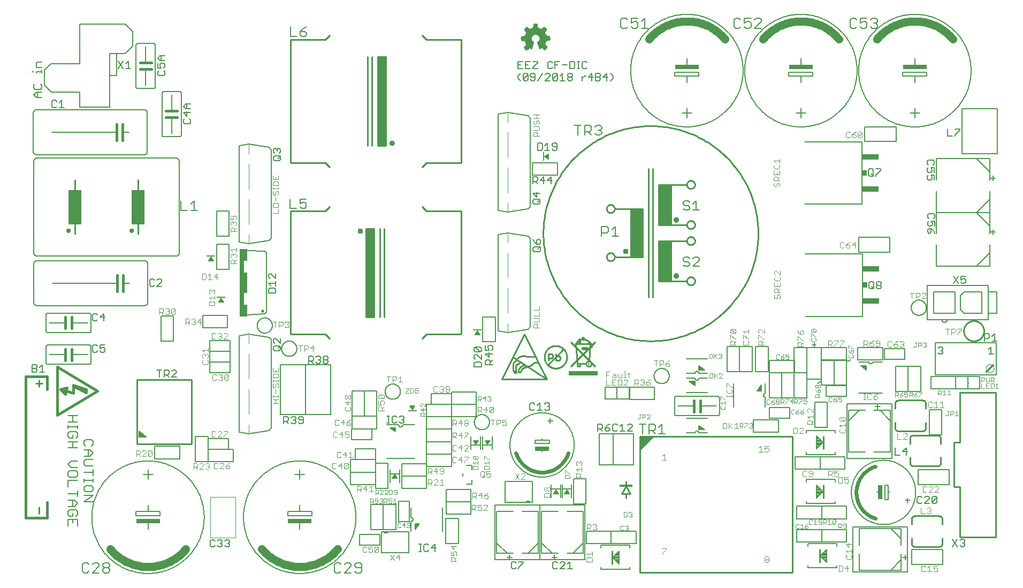
<source format=gto>
G75*
%MOIN*%
%OFA0B0*%
%FSLAX25Y25*%
%IPPOS*%
%LPD*%
%AMOC8*
5,1,8,0,0,1.08239X$1,22.5*
%
%ADD10R,0.01485X0.00015*%
%ADD11R,0.00045X0.00015*%
%ADD12R,0.00105X0.00015*%
%ADD13R,0.00165X0.00015*%
%ADD14R,0.00225X0.00015*%
%ADD15R,0.00285X0.00015*%
%ADD16R,0.00345X0.00015*%
%ADD17R,0.00405X0.00015*%
%ADD18R,0.00435X0.00015*%
%ADD19R,0.00465X0.00015*%
%ADD20R,0.00495X0.00015*%
%ADD21R,0.00540X0.00015*%
%ADD22R,0.00585X0.00015*%
%ADD23R,0.00645X0.00015*%
%ADD24R,0.00150X0.00015*%
%ADD25R,0.00675X0.00015*%
%ADD26R,0.00195X0.00015*%
%ADD27R,0.00705X0.00015*%
%ADD28R,0.00240X0.00015*%
%ADD29R,0.00735X0.00015*%
%ADD30R,0.00270X0.00015*%
%ADD31R,0.00765X0.00015*%
%ADD32R,0.00300X0.00015*%
%ADD33R,0.00810X0.00015*%
%ADD34R,0.00360X0.00015*%
%ADD35R,0.00855X0.00015*%
%ADD36R,0.00435X0.00015*%
%ADD37R,0.00915X0.00015*%
%ADD38R,0.00465X0.00015*%
%ADD39R,0.00945X0.00015*%
%ADD40R,0.00960X0.00015*%
%ADD41R,0.00525X0.00015*%
%ADD42R,0.00990X0.00015*%
%ADD43R,0.00555X0.00015*%
%ADD44R,0.01035X0.00015*%
%ADD45R,0.00600X0.00015*%
%ADD46R,0.01080X0.00015*%
%ADD47R,0.01125X0.00015*%
%ADD48R,0.01170X0.00015*%
%ADD49R,0.00720X0.00015*%
%ADD50R,0.01200X0.00015*%
%ADD51R,0.00750X0.00015*%
%ADD52R,0.01230X0.00015*%
%ADD53R,0.00780X0.00015*%
%ADD54R,0.01260X0.00015*%
%ADD55R,0.00810X0.00015*%
%ADD56R,0.01305X0.00015*%
%ADD57R,0.01365X0.00015*%
%ADD58R,0.00900X0.00015*%
%ADD59R,0.01395X0.00015*%
%ADD60R,0.01440X0.00015*%
%ADD61R,0.01470X0.00015*%
%ADD62R,0.01005X0.00015*%
%ADD63R,0.01500X0.00015*%
%ADD64R,0.01020X0.00015*%
%ADD65R,0.01530X0.00015*%
%ADD66R,0.01065X0.00015*%
%ADD67R,0.01575X0.00015*%
%ADD68R,0.01095X0.00015*%
%ADD69R,0.01635X0.00015*%
%ADD70R,0.01155X0.00015*%
%ADD71R,0.01680X0.00015*%
%ADD72R,0.01200X0.00015*%
%ADD73R,0.01710X0.00015*%
%ADD74R,0.01230X0.00015*%
%ADD75R,0.01725X0.00015*%
%ADD76R,0.01245X0.00015*%
%ADD77R,0.01755X0.00015*%
%ADD78R,0.01275X0.00015*%
%ADD79R,0.01800X0.00015*%
%ADD80R,0.01320X0.00015*%
%ADD81R,0.01860X0.00015*%
%ADD82R,0.01905X0.00015*%
%ADD83R,0.01410X0.00015*%
%ADD84R,0.01935X0.00015*%
%ADD85R,0.01455X0.00015*%
%ADD86R,0.01965X0.00015*%
%ADD87R,0.01485X0.00015*%
%ADD88R,0.01995X0.00015*%
%ADD89R,0.01515X0.00015*%
%ADD90R,0.02040X0.00015*%
%ADD91R,0.01530X0.00015*%
%ADD92R,0.02070X0.00015*%
%ADD93R,0.01575X0.00015*%
%ADD94R,0.02115X0.00015*%
%ADD95R,0.01620X0.00015*%
%ADD96R,0.02160X0.00015*%
%ADD97R,0.01665X0.00015*%
%ADD98R,0.02190X0.00015*%
%ADD99R,0.00075X0.00015*%
%ADD100R,0.01695X0.00015*%
%ADD101R,0.02220X0.00015*%
%ADD102R,0.00105X0.00015*%
%ADD103R,0.02235X0.00015*%
%ADD104R,0.00135X0.00015*%
%ADD105R,0.01755X0.00015*%
%ADD106R,0.02280X0.00015*%
%ADD107R,0.00180X0.00015*%
%ADD108R,0.01785X0.00015*%
%ADD109R,0.02340X0.00015*%
%ADD110R,0.00240X0.00015*%
%ADD111R,0.01830X0.00015*%
%ADD112R,0.02385X0.00015*%
%ADD113R,0.01890X0.00015*%
%ADD114R,0.02415X0.00015*%
%ADD115R,0.00330X0.00015*%
%ADD116R,0.00120X0.00015*%
%ADD117R,0.01920X0.00015*%
%ADD118R,0.02430X0.00015*%
%ADD119R,0.00375X0.00015*%
%ADD120R,0.02460X0.00015*%
%ADD121R,0.00405X0.00015*%
%ADD122R,0.00195X0.00015*%
%ADD123R,0.01965X0.00015*%
%ADD124R,0.02505X0.00015*%
%ADD125R,0.00210X0.00015*%
%ADD126R,0.02010X0.00015*%
%ADD127R,0.02535X0.00015*%
%ADD128R,0.00480X0.00015*%
%ADD129R,0.02580X0.00015*%
%ADD130R,0.00540X0.00015*%
%ADD131R,0.02085X0.00015*%
%ADD132R,0.02625X0.00015*%
%ADD133R,0.02130X0.00015*%
%ADD134R,0.02670X0.00015*%
%ADD135R,0.00630X0.00015*%
%ADD136R,0.02700X0.00015*%
%ADD137R,0.00660X0.00015*%
%ADD138R,0.00450X0.00015*%
%ADD139R,0.02190X0.00015*%
%ADD140R,0.02715X0.00015*%
%ADD141R,0.02205X0.00015*%
%ADD142R,0.02745X0.00015*%
%ADD143R,0.00510X0.00015*%
%ADD144R,0.02235X0.00015*%
%ADD145R,0.02775X0.00015*%
%ADD146R,0.02820X0.00015*%
%ADD147R,0.02310X0.00015*%
%ADD148R,0.02880X0.00015*%
%ADD149R,0.00855X0.00015*%
%ADD150R,0.02355X0.00015*%
%ADD151R,0.02895X0.00015*%
%ADD152R,0.00870X0.00015*%
%ADD153R,0.00660X0.00015*%
%ADD154R,0.02925X0.00015*%
%ADD155R,0.00690X0.00015*%
%ADD156R,0.02970X0.00015*%
%ADD157R,0.03000X0.00015*%
%ADD158R,0.00750X0.00015*%
%ADD159R,0.03045X0.00015*%
%ADD160R,0.01005X0.00015*%
%ADD161R,0.00780X0.00015*%
%ADD162R,0.02505X0.00015*%
%ADD163R,0.03090X0.00015*%
%ADD164R,0.01050X0.00015*%
%ADD165R,0.00825X0.00015*%
%ADD166R,0.02550X0.00015*%
%ADD167R,0.03135X0.00015*%
%ADD168R,0.01095X0.00015*%
%ADD169R,0.00870X0.00015*%
%ADD170R,0.03165X0.00015*%
%ADD171R,0.01125X0.00015*%
%ADD172R,0.02625X0.00015*%
%ADD173R,0.03195X0.00015*%
%ADD174R,0.01140X0.00015*%
%ADD175R,0.00930X0.00015*%
%ADD176R,0.02655X0.00015*%
%ADD177R,0.03210X0.00015*%
%ADD178R,0.00960X0.00015*%
%ADD179R,0.03240X0.00015*%
%ADD180R,0.02700X0.00015*%
%ADD181R,0.03285X0.00015*%
%ADD182R,0.01245X0.00015*%
%ADD183R,0.02745X0.00015*%
%ADD184R,0.03330X0.00015*%
%ADD185R,0.02790X0.00015*%
%ADD186R,0.03360X0.00015*%
%ADD187R,0.01110X0.00015*%
%ADD188R,0.02835X0.00015*%
%ADD189R,0.03390X0.00015*%
%ADD190R,0.01335X0.00015*%
%ADD191R,0.01140X0.00015*%
%ADD192R,0.02865X0.00015*%
%ADD193R,0.03420X0.00015*%
%ADD194R,0.01155X0.00015*%
%ADD195R,0.04905X0.00015*%
%ADD196R,0.04920X0.00015*%
%ADD197R,0.02940X0.00015*%
%ADD198R,0.04950X0.00015*%
%ADD199R,0.02985X0.00015*%
%ADD200R,0.04965X0.00015*%
%ADD201R,0.01275X0.00015*%
%ADD202R,0.03015X0.00015*%
%ADD203R,0.04980X0.00015*%
%ADD204R,0.03045X0.00015*%
%ADD205R,0.05010X0.00015*%
%ADD206R,0.01335X0.00015*%
%ADD207R,0.03075X0.00015*%
%ADD208R,0.01350X0.00015*%
%ADD209R,0.03105X0.00015*%
%ADD210R,0.05040X0.00015*%
%ADD211R,0.01380X0.00015*%
%ADD212R,0.05040X0.00015*%
%ADD213R,0.01410X0.00015*%
%ADD214R,0.03180X0.00015*%
%ADD215R,0.05070X0.00015*%
%ADD216R,0.03225X0.00015*%
%ADD217R,0.03255X0.00015*%
%ADD218R,0.05085X0.00015*%
%ADD219R,0.01515X0.00015*%
%ADD220R,0.03300X0.00015*%
%ADD221R,0.05100X0.00015*%
%ADD222R,0.04935X0.00015*%
%ADD223R,0.05115X0.00015*%
%ADD224R,0.04995X0.00015*%
%ADD225R,0.05130X0.00015*%
%ADD226R,0.05010X0.00015*%
%ADD227R,0.05130X0.00015*%
%ADD228R,0.05010X0.00015*%
%ADD229R,0.05025X0.00015*%
%ADD230R,0.05040X0.00015*%
%ADD231R,0.05055X0.00015*%
%ADD232R,0.05130X0.00015*%
%ADD233R,0.05085X0.00015*%
%ADD234R,0.05115X0.00015*%
%ADD235R,0.05145X0.00015*%
%ADD236R,0.05160X0.00015*%
%ADD237R,0.05130X0.00015*%
%ADD238R,0.05190X0.00015*%
%ADD239R,0.05190X0.00015*%
%ADD240R,0.05205X0.00015*%
%ADD241R,0.05220X0.00015*%
%ADD242R,0.05070X0.00015*%
%ADD243R,0.05085X0.00015*%
%ADD244R,0.05205X0.00015*%
%ADD245R,0.05220X0.00015*%
%ADD246R,0.05055X0.00015*%
%ADD247R,0.05025X0.00015*%
%ADD248R,0.05205X0.00015*%
%ADD249R,0.05025X0.00015*%
%ADD250R,0.05190X0.00015*%
%ADD251R,0.05190X0.00015*%
%ADD252R,0.04995X0.00015*%
%ADD253R,0.05175X0.00015*%
%ADD254R,0.04950X0.00015*%
%ADD255R,0.05145X0.00015*%
%ADD256R,0.05145X0.00015*%
%ADD257R,0.04920X0.00015*%
%ADD258R,0.04905X0.00015*%
%ADD259R,0.04905X0.00015*%
%ADD260R,0.05115X0.00015*%
%ADD261R,0.04890X0.00015*%
%ADD262R,0.04890X0.00015*%
%ADD263R,0.04875X0.00015*%
%ADD264R,0.04845X0.00015*%
%ADD265R,0.04830X0.00015*%
%ADD266R,0.04830X0.00015*%
%ADD267R,0.05070X0.00015*%
%ADD268R,0.04830X0.00015*%
%ADD269R,0.04815X0.00015*%
%ADD270R,0.04800X0.00015*%
%ADD271R,0.04800X0.00015*%
%ADD272R,0.05010X0.00015*%
%ADD273R,0.04785X0.00015*%
%ADD274R,0.04770X0.00015*%
%ADD275R,0.04770X0.00015*%
%ADD276R,0.04755X0.00015*%
%ADD277R,0.04740X0.00015*%
%ADD278R,0.04725X0.00015*%
%ADD279R,0.04725X0.00015*%
%ADD280R,0.04980X0.00015*%
%ADD281R,0.04710X0.00015*%
%ADD282R,0.04725X0.00015*%
%ADD283R,0.04710X0.00015*%
%ADD284R,0.04695X0.00015*%
%ADD285R,0.04680X0.00015*%
%ADD286R,0.04695X0.00015*%
%ADD287R,0.04680X0.00015*%
%ADD288R,0.04905X0.00015*%
%ADD289R,0.04665X0.00015*%
%ADD290R,0.04650X0.00015*%
%ADD291R,0.04635X0.00015*%
%ADD292R,0.04620X0.00015*%
%ADD293R,0.04620X0.00015*%
%ADD294R,0.04890X0.00015*%
%ADD295R,0.04605X0.00015*%
%ADD296R,0.04605X0.00015*%
%ADD297R,0.04590X0.00015*%
%ADD298R,0.04845X0.00015*%
%ADD299R,0.04575X0.00015*%
%ADD300R,0.04590X0.00015*%
%ADD301R,0.04575X0.00015*%
%ADD302R,0.04845X0.00015*%
%ADD303R,0.04560X0.00015*%
%ADD304R,0.04545X0.00015*%
%ADD305R,0.04530X0.00015*%
%ADD306R,0.04515X0.00015*%
%ADD307R,0.04530X0.00015*%
%ADD308R,0.04500X0.00015*%
%ADD309R,0.04515X0.00015*%
%ADD310R,0.04785X0.00015*%
%ADD311R,0.04485X0.00015*%
%ADD312R,0.04755X0.00015*%
%ADD313R,0.04470X0.00015*%
%ADD314R,0.04740X0.00015*%
%ADD315R,0.04485X0.00015*%
%ADD316R,0.04755X0.00015*%
%ADD317R,0.04545X0.00015*%
%ADD318R,0.04695X0.00015*%
%ADD319R,0.04680X0.00015*%
%ADD320R,0.04665X0.00015*%
%ADD321R,0.04725X0.00015*%
%ADD322R,0.04680X0.00015*%
%ADD323R,0.04860X0.00015*%
%ADD324R,0.04740X0.00015*%
%ADD325R,0.04875X0.00015*%
%ADD326R,0.04965X0.00015*%
%ADD327R,0.04860X0.00015*%
%ADD328R,0.04995X0.00015*%
%ADD329R,0.04875X0.00015*%
%ADD330R,0.04980X0.00015*%
%ADD331R,0.05235X0.00015*%
%ADD332R,0.05235X0.00015*%
%ADD333R,0.05250X0.00015*%
%ADD334R,0.05280X0.00015*%
%ADD335R,0.05295X0.00015*%
%ADD336R,0.05325X0.00015*%
%ADD337R,0.05340X0.00015*%
%ADD338R,0.05235X0.00015*%
%ADD339R,0.05355X0.00015*%
%ADD340R,0.05370X0.00015*%
%ADD341R,0.05265X0.00015*%
%ADD342R,0.05370X0.00015*%
%ADD343R,0.05280X0.00015*%
%ADD344R,0.05385X0.00015*%
%ADD345R,0.05295X0.00015*%
%ADD346R,0.05400X0.00015*%
%ADD347R,0.05415X0.00015*%
%ADD348R,0.05310X0.00015*%
%ADD349R,0.05430X0.00015*%
%ADD350R,0.05445X0.00015*%
%ADD351R,0.05460X0.00015*%
%ADD352R,0.05355X0.00015*%
%ADD353R,0.05475X0.00015*%
%ADD354R,0.05505X0.00015*%
%ADD355R,0.05520X0.00015*%
%ADD356R,0.05535X0.00015*%
%ADD357R,0.05550X0.00015*%
%ADD358R,0.05550X0.00015*%
%ADD359R,0.05475X0.00015*%
%ADD360R,0.05490X0.00015*%
%ADD361R,0.05475X0.00015*%
%ADD362R,0.05385X0.00015*%
%ADD363R,0.05370X0.00015*%
%ADD364R,0.05325X0.00015*%
%ADD365R,0.05310X0.00015*%
%ADD366R,0.05265X0.00015*%
%ADD367R,0.05175X0.00015*%
%ADD368R,0.04980X0.00015*%
%ADD369R,0.04965X0.00015*%
%ADD370R,0.04860X0.00015*%
%ADD371R,0.04845X0.00015*%
%ADD372R,0.04815X0.00015*%
%ADD373R,0.04770X0.00015*%
%ADD374R,0.05295X0.00015*%
%ADD375R,0.04635X0.00015*%
%ADD376R,0.05610X0.00015*%
%ADD377R,0.05700X0.00015*%
%ADD378R,0.05760X0.00015*%
%ADD379R,0.05805X0.00015*%
%ADD380R,0.05850X0.00015*%
%ADD381R,0.05895X0.00015*%
%ADD382R,0.06000X0.00015*%
%ADD383R,0.06135X0.00015*%
%ADD384R,0.06225X0.00015*%
%ADD385R,0.06300X0.00015*%
%ADD386R,0.06330X0.00015*%
%ADD387R,0.06375X0.00015*%
%ADD388R,0.06450X0.00015*%
%ADD389R,0.06570X0.00015*%
%ADD390R,0.05565X0.00015*%
%ADD391R,0.06690X0.00015*%
%ADD392R,0.06735X0.00015*%
%ADD393R,0.05790X0.00015*%
%ADD394R,0.06765X0.00015*%
%ADD395R,0.05850X0.00015*%
%ADD396R,0.06780X0.00015*%
%ADD397R,0.05895X0.00015*%
%ADD398R,0.06795X0.00015*%
%ADD399R,0.05955X0.00015*%
%ADD400R,0.06810X0.00015*%
%ADD401R,0.06060X0.00015*%
%ADD402R,0.06195X0.00015*%
%ADD403R,0.06825X0.00015*%
%ADD404R,0.06330X0.00015*%
%ADD405R,0.06840X0.00015*%
%ADD406R,0.06390X0.00015*%
%ADD407R,0.06495X0.00015*%
%ADD408R,0.06840X0.00015*%
%ADD409R,0.06555X0.00015*%
%ADD410R,0.06825X0.00015*%
%ADD411R,0.06645X0.00015*%
%ADD412R,0.06825X0.00015*%
%ADD413R,0.06705X0.00015*%
%ADD414R,0.06705X0.00015*%
%ADD415R,0.06810X0.00015*%
%ADD416R,0.06720X0.00015*%
%ADD417R,0.06795X0.00015*%
%ADD418R,0.06750X0.00015*%
%ADD419R,0.06765X0.00015*%
%ADD420R,0.06795X0.00015*%
%ADD421R,0.06780X0.00015*%
%ADD422R,0.06780X0.00015*%
%ADD423R,0.06750X0.00015*%
%ADD424R,0.06720X0.00015*%
%ADD425R,0.06720X0.00015*%
%ADD426R,0.06705X0.00015*%
%ADD427R,0.06705X0.00015*%
%ADD428R,0.06690X0.00015*%
%ADD429R,0.06675X0.00015*%
%ADD430R,0.06690X0.00015*%
%ADD431R,0.06675X0.00015*%
%ADD432R,0.06675X0.00015*%
%ADD433R,0.06660X0.00015*%
%ADD434R,0.06675X0.00015*%
%ADD435R,0.06660X0.00015*%
%ADD436R,0.06660X0.00015*%
%ADD437R,0.06645X0.00015*%
%ADD438R,0.06630X0.00015*%
%ADD439R,0.06660X0.00015*%
%ADD440R,0.06630X0.00015*%
%ADD441R,0.06645X0.00015*%
%ADD442R,0.06735X0.00015*%
%ADD443R,0.06765X0.00015*%
%ADD444R,0.06780X0.00015*%
%ADD445R,0.06825X0.00015*%
%ADD446R,0.06855X0.00015*%
%ADD447R,0.06855X0.00015*%
%ADD448R,0.06870X0.00015*%
%ADD449R,0.06885X0.00015*%
%ADD450R,0.06525X0.00015*%
%ADD451R,0.06405X0.00015*%
%ADD452R,0.06255X0.00015*%
%ADD453R,0.06165X0.00015*%
%ADD454R,0.06870X0.00015*%
%ADD455R,0.06120X0.00015*%
%ADD456R,0.06885X0.00015*%
%ADD457R,0.06060X0.00015*%
%ADD458R,0.06015X0.00015*%
%ADD459R,0.05910X0.00015*%
%ADD460R,0.05670X0.00015*%
%ADD461R,0.05595X0.00015*%
%ADD462R,0.06585X0.00015*%
%ADD463R,0.05160X0.00015*%
%ADD464R,0.06390X0.00015*%
%ADD465R,0.05025X0.00015*%
%ADD466R,0.06330X0.00015*%
%ADD467R,0.06075X0.00015*%
%ADD468R,0.05820X0.00015*%
%ADD469R,0.05775X0.00015*%
%ADD470R,0.05685X0.00015*%
%ADD471R,0.05460X0.00015*%
%ADD472R,0.04860X0.00015*%
%ADD473R,0.04935X0.00015*%
%ADD474R,0.05160X0.00015*%
%ADD475R,0.05325X0.00015*%
%ADD476R,0.05340X0.00015*%
%ADD477R,0.05355X0.00015*%
%ADD478R,0.05430X0.00015*%
%ADD479R,0.05535X0.00015*%
%ADD480R,0.05595X0.00015*%
%ADD481R,0.05640X0.00015*%
%ADD482R,0.05640X0.00015*%
%ADD483R,0.05670X0.00015*%
%ADD484R,0.05685X0.00015*%
%ADD485R,0.05700X0.00015*%
%ADD486R,0.05715X0.00015*%
%ADD487R,0.05715X0.00015*%
%ADD488R,0.05730X0.00015*%
%ADD489R,0.05745X0.00015*%
%ADD490R,0.05760X0.00015*%
%ADD491R,0.06000X0.00015*%
%ADD492R,0.06105X0.00015*%
%ADD493R,0.06180X0.00015*%
%ADD494R,0.06210X0.00015*%
%ADD495R,0.12690X0.00015*%
%ADD496R,0.12675X0.00015*%
%ADD497R,0.12660X0.00015*%
%ADD498R,0.12660X0.00015*%
%ADD499R,0.12645X0.00015*%
%ADD500R,0.12615X0.00015*%
%ADD501R,0.12600X0.00015*%
%ADD502R,0.12585X0.00015*%
%ADD503R,0.12555X0.00015*%
%ADD504R,0.12540X0.00015*%
%ADD505R,0.12525X0.00015*%
%ADD506R,0.12510X0.00015*%
%ADD507R,0.12510X0.00015*%
%ADD508R,0.12480X0.00015*%
%ADD509R,0.12450X0.00015*%
%ADD510R,0.12435X0.00015*%
%ADD511R,0.12420X0.00015*%
%ADD512R,0.12390X0.00015*%
%ADD513R,0.12375X0.00015*%
%ADD514R,0.12360X0.00015*%
%ADD515R,0.12330X0.00015*%
%ADD516R,0.12300X0.00015*%
%ADD517R,0.12285X0.00015*%
%ADD518R,0.12270X0.00015*%
%ADD519R,0.12255X0.00015*%
%ADD520R,0.12240X0.00015*%
%ADD521R,0.12225X0.00015*%
%ADD522R,0.12195X0.00015*%
%ADD523R,0.12165X0.00015*%
%ADD524R,0.12150X0.00015*%
%ADD525R,0.12135X0.00015*%
%ADD526R,0.12120X0.00015*%
%ADD527R,0.12090X0.00015*%
%ADD528R,0.12075X0.00015*%
%ADD529R,0.12060X0.00015*%
%ADD530R,0.12045X0.00015*%
%ADD531R,0.12015X0.00015*%
%ADD532R,0.12000X0.00015*%
%ADD533R,0.11985X0.00015*%
%ADD534R,0.11955X0.00015*%
%ADD535R,0.11940X0.00015*%
%ADD536R,0.11925X0.00015*%
%ADD537R,0.11910X0.00015*%
%ADD538R,0.11910X0.00015*%
%ADD539R,0.11880X0.00015*%
%ADD540R,0.11850X0.00015*%
%ADD541R,0.11835X0.00015*%
%ADD542R,0.11805X0.00015*%
%ADD543R,0.11775X0.00015*%
%ADD544R,0.11760X0.00015*%
%ADD545R,0.11745X0.00015*%
%ADD546R,0.11730X0.00015*%
%ADD547R,0.11700X0.00015*%
%ADD548R,0.11700X0.00015*%
%ADD549R,0.11685X0.00015*%
%ADD550R,0.11655X0.00015*%
%ADD551R,0.11640X0.00015*%
%ADD552R,0.11625X0.00015*%
%ADD553R,0.11625X0.00015*%
%ADD554R,0.11670X0.00015*%
%ADD555R,0.11715X0.00015*%
%ADD556R,0.11790X0.00015*%
%ADD557R,0.11820X0.00015*%
%ADD558R,0.11820X0.00015*%
%ADD559R,0.11880X0.00015*%
%ADD560R,0.11895X0.00015*%
%ADD561R,0.11970X0.00015*%
%ADD562R,0.12045X0.00015*%
%ADD563R,0.12075X0.00015*%
%ADD564R,0.12105X0.00015*%
%ADD565R,0.12135X0.00015*%
%ADD566R,0.12165X0.00015*%
%ADD567R,0.12180X0.00015*%
%ADD568R,0.12195X0.00015*%
%ADD569R,0.12210X0.00015*%
%ADD570R,0.12225X0.00015*%
%ADD571R,0.12255X0.00015*%
%ADD572R,0.12360X0.00015*%
%ADD573R,0.12390X0.00015*%
%ADD574R,0.12405X0.00015*%
%ADD575R,0.12435X0.00015*%
%ADD576R,0.12480X0.00015*%
%ADD577R,0.12480X0.00015*%
%ADD578R,0.12510X0.00015*%
%ADD579R,0.12570X0.00015*%
%ADD580R,0.12630X0.00015*%
%ADD581R,0.12675X0.00015*%
%ADD582R,0.12705X0.00015*%
%ADD583R,0.12735X0.00015*%
%ADD584R,0.12750X0.00015*%
%ADD585R,0.12780X0.00015*%
%ADD586R,0.12795X0.00015*%
%ADD587R,0.12810X0.00015*%
%ADD588R,0.12840X0.00015*%
%ADD589R,0.12855X0.00015*%
%ADD590R,0.12885X0.00015*%
%ADD591R,0.12900X0.00015*%
%ADD592R,0.12915X0.00015*%
%ADD593R,0.12945X0.00015*%
%ADD594R,0.12960X0.00015*%
%ADD595R,0.12990X0.00015*%
%ADD596R,0.13005X0.00015*%
%ADD597R,0.13020X0.00015*%
%ADD598R,0.13035X0.00015*%
%ADD599R,0.13065X0.00015*%
%ADD600R,0.13080X0.00015*%
%ADD601R,0.13110X0.00015*%
%ADD602R,0.13125X0.00015*%
%ADD603R,0.13155X0.00015*%
%ADD604R,0.13170X0.00015*%
%ADD605R,0.13200X0.00015*%
%ADD606R,0.13230X0.00015*%
%ADD607R,0.13260X0.00015*%
%ADD608R,0.13290X0.00015*%
%ADD609R,0.13320X0.00015*%
%ADD610R,0.13350X0.00015*%
%ADD611R,0.13365X0.00015*%
%ADD612R,0.13395X0.00015*%
%ADD613R,0.13425X0.00015*%
%ADD614R,0.13455X0.00015*%
%ADD615R,0.13470X0.00015*%
%ADD616R,0.13500X0.00015*%
%ADD617R,0.13530X0.00015*%
%ADD618R,0.13560X0.00015*%
%ADD619R,0.13575X0.00015*%
%ADD620R,0.13605X0.00015*%
%ADD621R,0.13635X0.00015*%
%ADD622R,0.13650X0.00015*%
%ADD623R,0.13680X0.00015*%
%ADD624R,0.13695X0.00015*%
%ADD625R,0.13725X0.00015*%
%ADD626R,0.13740X0.00015*%
%ADD627R,0.13770X0.00015*%
%ADD628R,0.13785X0.00015*%
%ADD629R,0.13800X0.00015*%
%ADD630R,0.13830X0.00015*%
%ADD631R,0.13860X0.00015*%
%ADD632R,0.13875X0.00015*%
%ADD633R,0.13905X0.00015*%
%ADD634R,0.13935X0.00015*%
%ADD635R,0.13950X0.00015*%
%ADD636R,0.13980X0.00015*%
%ADD637R,0.14010X0.00015*%
%ADD638R,0.14025X0.00015*%
%ADD639R,0.14055X0.00015*%
%ADD640R,0.14070X0.00015*%
%ADD641R,0.14085X0.00015*%
%ADD642R,0.14115X0.00015*%
%ADD643R,0.14145X0.00015*%
%ADD644R,0.14160X0.00015*%
%ADD645R,0.14190X0.00015*%
%ADD646R,0.14205X0.00015*%
%ADD647R,0.14220X0.00015*%
%ADD648R,0.14235X0.00015*%
%ADD649R,0.14265X0.00015*%
%ADD650R,0.14280X0.00015*%
%ADD651R,0.14295X0.00015*%
%ADD652R,0.14295X0.00015*%
%ADD653R,0.14250X0.00015*%
%ADD654R,0.14205X0.00015*%
%ADD655R,0.14175X0.00015*%
%ADD656R,0.14160X0.00015*%
%ADD657R,0.14130X0.00015*%
%ADD658R,0.14100X0.00015*%
%ADD659R,0.14040X0.00015*%
%ADD660R,0.14010X0.00015*%
%ADD661R,0.03465X0.00015*%
%ADD662R,0.10440X0.00015*%
%ADD663R,0.03420X0.00015*%
%ADD664R,0.10395X0.00015*%
%ADD665R,0.03375X0.00015*%
%ADD666R,0.10335X0.00015*%
%ADD667R,0.03570X0.00015*%
%ADD668R,0.06600X0.00015*%
%ADD669R,0.03525X0.00015*%
%ADD670R,0.03270X0.00015*%
%ADD671R,0.03495X0.00015*%
%ADD672R,0.03210X0.00015*%
%ADD673R,0.06480X0.00015*%
%ADD674R,0.03435X0.00015*%
%ADD675R,0.03165X0.00015*%
%ADD676R,0.03390X0.00015*%
%ADD677R,0.03120X0.00015*%
%ADD678R,0.06315X0.00015*%
%ADD679R,0.03345X0.00015*%
%ADD680R,0.03090X0.00015*%
%ADD681R,0.03075X0.00015*%
%ADD682R,0.06225X0.00015*%
%ADD683R,0.03270X0.00015*%
%ADD684R,0.06180X0.00015*%
%ADD685R,0.02970X0.00015*%
%ADD686R,0.06075X0.00015*%
%ADD687R,0.03195X0.00015*%
%ADD688R,0.02925X0.00015*%
%ADD689R,0.05985X0.00015*%
%ADD690R,0.03135X0.00015*%
%ADD691R,0.02850X0.00015*%
%ADD692R,0.05835X0.00015*%
%ADD693R,0.03030X0.00015*%
%ADD694R,0.02805X0.00015*%
%ADD695R,0.02730X0.00015*%
%ADD696R,0.05625X0.00015*%
%ADD697R,0.02925X0.00015*%
%ADD698R,0.02640X0.00015*%
%ADD699R,0.02595X0.00015*%
%ADD700R,0.02565X0.00015*%
%ADD701R,0.02760X0.00015*%
%ADD702R,0.02520X0.00015*%
%ADD703R,0.02730X0.00015*%
%ADD704R,0.02475X0.00015*%
%ADD705R,0.02685X0.00015*%
%ADD706R,0.02445X0.00015*%
%ADD707R,0.02400X0.00015*%
%ADD708R,0.02370X0.00015*%
%ADD709R,0.02565X0.00015*%
%ADD710R,0.02340X0.00015*%
%ADD711R,0.02325X0.00015*%
%ADD712R,0.02505X0.00015*%
%ADD713R,0.02280X0.00015*%
%ADD714R,0.02460X0.00015*%
%ADD715R,0.04560X0.00015*%
%ADD716R,0.02190X0.00015*%
%ADD717R,0.04440X0.00015*%
%ADD718R,0.02370X0.00015*%
%ADD719R,0.02145X0.00015*%
%ADD720R,0.04365X0.00015*%
%ADD721R,0.04320X0.00015*%
%ADD722R,0.02310X0.00015*%
%ADD723R,0.02100X0.00015*%
%ADD724R,0.04260X0.00015*%
%ADD725R,0.04200X0.00015*%
%ADD726R,0.02265X0.00015*%
%ADD727R,0.02040X0.00015*%
%ADD728R,0.04095X0.00015*%
%ADD729R,0.02220X0.00015*%
%ADD730R,0.03915X0.00015*%
%ADD731R,0.02175X0.00015*%
%ADD732R,0.03765X0.00015*%
%ADD733R,0.03675X0.00015*%
%ADD734R,0.01890X0.00015*%
%ADD735R,0.03615X0.00015*%
%ADD736R,0.02055X0.00015*%
%ADD737R,0.01860X0.00015*%
%ADD738R,0.03555X0.00015*%
%ADD739R,0.01815X0.00015*%
%ADD740R,0.03450X0.00015*%
%ADD741R,0.01725X0.00015*%
%ADD742R,0.03315X0.00015*%
%ADD743R,0.01905X0.00015*%
%ADD744R,0.01680X0.00015*%
%ADD745R,0.01650X0.00015*%
%ADD746R,0.01620X0.00015*%
%ADD747R,0.01590X0.00015*%
%ADD748R,0.01770X0.00015*%
%ADD749R,0.01560X0.00015*%
%ADD750R,0.03240X0.00015*%
%ADD751R,0.01740X0.00015*%
%ADD752R,0.01665X0.00015*%
%ADD753R,0.01455X0.00015*%
%ADD754R,0.01635X0.00015*%
%ADD755R,0.01410X0.00015*%
%ADD756R,0.01395X0.00015*%
%ADD757R,0.01365X0.00015*%
%ADD758R,0.01335X0.00015*%
%ADD759R,0.01290X0.00015*%
%ADD760R,0.03210X0.00015*%
%ADD761R,0.01455X0.00015*%
%ADD762R,0.01185X0.00015*%
%ADD763R,0.01290X0.00015*%
%ADD764R,0.01110X0.00015*%
%ADD765R,0.01260X0.00015*%
%ADD766R,0.03180X0.00015*%
%ADD767R,0.00975X0.00015*%
%ADD768R,0.03150X0.00015*%
%ADD769R,0.00885X0.00015*%
%ADD770R,0.03150X0.00015*%
%ADD771R,0.01050X0.00015*%
%ADD772R,0.00795X0.00015*%
%ADD773R,0.00885X0.00015*%
%ADD774R,0.00690X0.00015*%
%ADD775R,0.00840X0.00015*%
%ADD776R,0.00570X0.00015*%
%ADD777R,0.00525X0.00015*%
%ADD778R,0.03105X0.00015*%
%ADD779R,0.00660X0.00015*%
%ADD780R,0.00615X0.00015*%
%ADD781R,0.00420X0.00015*%
%ADD782R,0.00555X0.00015*%
%ADD783R,0.00390X0.00015*%
%ADD784R,0.00525X0.00015*%
%ADD785R,0.00360X0.00015*%
%ADD786R,0.00495X0.00015*%
%ADD787R,0.03075X0.00015*%
%ADD788R,0.00450X0.00015*%
%ADD789R,0.00225X0.00015*%
%ADD790R,0.00345X0.00015*%
%ADD791R,0.00255X0.00015*%
%ADD792R,0.03060X0.00015*%
%ADD793R,0.00180X0.00015*%
%ADD794R,0.00075X0.00015*%
%ADD795R,0.03000X0.00015*%
%ADD796R,0.02955X0.00015*%
%ADD797R,0.02940X0.00015*%
%ADD798R,0.02940X0.00015*%
%ADD799R,0.02910X0.00015*%
%ADD800R,0.02910X0.00015*%
%ADD801R,0.02865X0.00015*%
%ADD802R,0.02805X0.00015*%
%ADD803R,0.02775X0.00015*%
%ADD804R,0.02760X0.00015*%
%ADD805R,0.02655X0.00015*%
%ADD806R,0.02640X0.00015*%
%ADD807R,0.02610X0.00015*%
%ADD808R,0.02595X0.00015*%
%ADD809R,0.02535X0.00015*%
%ADD810R,0.02475X0.00015*%
%ADD811R,0.02175X0.00015*%
%ADD812R,0.01575X0.00015*%
%ADD813C,0.00500*%
%ADD814C,0.01600*%
%ADD815C,0.00400*%
%ADD816C,0.00700*%
%ADD817C,0.00600*%
%ADD818C,0.00300*%
%ADD819C,0.01000*%
%ADD820R,0.07874X0.21654*%
%ADD821C,0.01378*%
%ADD822C,0.00200*%
%ADD823R,0.05512X0.00787*%
%ADD824C,0.02000*%
%ADD825R,0.03000X0.42000*%
%ADD826R,0.02000X0.07500*%
%ADD827R,0.02000X0.13000*%
%ADD828R,0.00787X0.05512*%
%ADD829C,0.01500*%
%ADD830R,0.04724X0.55118*%
%ADD831C,0.00800*%
%ADD832R,0.03000X0.03400*%
%ADD833R,0.10196X0.03544*%
%ADD834C,0.05000*%
%ADD835R,0.15000X0.02500*%
%ADD836R,0.00787X0.00787*%
%ADD837R,0.08268X0.01181*%
%ADD838R,0.09000X0.02500*%
%ADD839C,0.02400*%
%ADD840R,0.07500X0.25000*%
%ADD841R,0.07500X0.30000*%
%ADD842R,0.18000X0.03000*%
%ADD843R,0.02500X0.09000*%
%ADD844C,0.01200*%
D10*
X0345502Y0348034D03*
D11*
X0342612Y0342324D03*
X0350817Y0343194D03*
X0353997Y0342489D03*
D12*
X0342612Y0342339D03*
D13*
X0342612Y0342354D03*
D14*
X0342612Y0342369D03*
D15*
X0342612Y0342384D03*
X0342702Y0356769D03*
D16*
X0342612Y0342399D03*
X0350862Y0343284D03*
D17*
X0350877Y0343299D03*
X0342612Y0342414D03*
D18*
X0342612Y0342429D03*
D19*
X0342612Y0342444D03*
D20*
X0342612Y0342459D03*
X0353997Y0342624D03*
D21*
X0342620Y0342474D03*
D22*
X0342627Y0342489D03*
X0345642Y0343299D03*
X0350952Y0343389D03*
D23*
X0350967Y0343404D03*
X0353982Y0342684D03*
X0342627Y0342504D03*
D24*
X0350810Y0343224D03*
X0354004Y0342504D03*
D25*
X0353982Y0342699D03*
X0345612Y0343344D03*
X0342627Y0342519D03*
D26*
X0353997Y0342519D03*
D27*
X0350997Y0343449D03*
X0345597Y0343359D03*
X0342627Y0342534D03*
D28*
X0354005Y0342534D03*
D29*
X0342627Y0342549D03*
D30*
X0350840Y0343269D03*
X0354005Y0342549D03*
D31*
X0345582Y0343374D03*
X0342627Y0342564D03*
D32*
X0345740Y0343194D03*
X0354005Y0342564D03*
X0353629Y0356814D03*
D33*
X0342635Y0342579D03*
D34*
X0354005Y0342579D03*
D35*
X0353967Y0342774D03*
X0342642Y0342594D03*
D36*
X0345702Y0343254D03*
X0350892Y0343314D03*
X0353997Y0342594D03*
D37*
X0351057Y0343524D03*
X0345522Y0343449D03*
X0342642Y0342609D03*
X0342732Y0356514D03*
D38*
X0342717Y0356694D03*
X0353997Y0342609D03*
D39*
X0353967Y0342804D03*
X0345507Y0343464D03*
X0342642Y0342624D03*
X0353607Y0356574D03*
X0348027Y0358689D03*
D40*
X0342649Y0342639D03*
D41*
X0353997Y0342639D03*
D42*
X0353960Y0342819D03*
X0351080Y0343569D03*
X0342650Y0342654D03*
X0353600Y0356559D03*
D43*
X0353997Y0342654D03*
D44*
X0342657Y0342669D03*
D45*
X0353990Y0342669D03*
X0342725Y0356649D03*
D46*
X0353600Y0356514D03*
X0351110Y0343599D03*
X0342650Y0342684D03*
D47*
X0342657Y0342699D03*
D48*
X0342664Y0342714D03*
X0345440Y0343554D03*
X0351140Y0343659D03*
X0353585Y0356484D03*
D49*
X0353615Y0356664D03*
X0353974Y0342714D03*
D50*
X0342664Y0342729D03*
D51*
X0353974Y0342729D03*
D52*
X0342664Y0342744D03*
X0342755Y0356394D03*
X0353585Y0356469D03*
D53*
X0353615Y0356634D03*
X0353974Y0342744D03*
D54*
X0342665Y0342759D03*
D55*
X0345560Y0343389D03*
X0353974Y0342759D03*
X0353615Y0356619D03*
D56*
X0351192Y0343719D03*
X0342672Y0342774D03*
D57*
X0342672Y0342789D03*
X0345372Y0343644D03*
X0353937Y0342984D03*
D58*
X0353960Y0342789D03*
X0345529Y0343434D03*
D59*
X0342672Y0342804D03*
D60*
X0342680Y0342819D03*
D61*
X0342680Y0342834D03*
X0351230Y0343809D03*
D62*
X0353952Y0342834D03*
D63*
X0342679Y0342849D03*
X0342770Y0356289D03*
X0353570Y0356364D03*
D64*
X0353600Y0356544D03*
X0342739Y0356484D03*
X0353960Y0342849D03*
D65*
X0342680Y0342864D03*
D66*
X0353952Y0342864D03*
D67*
X0342687Y0342879D03*
D68*
X0353952Y0342879D03*
D69*
X0342687Y0342894D03*
D70*
X0353952Y0342894D03*
D71*
X0342695Y0342909D03*
D72*
X0345440Y0343569D03*
X0351155Y0343674D03*
X0353945Y0342909D03*
D73*
X0342695Y0342924D03*
D74*
X0353945Y0342924D03*
D75*
X0353907Y0343134D03*
X0342702Y0342939D03*
D76*
X0353937Y0342939D03*
D77*
X0342702Y0342954D03*
D78*
X0345402Y0343599D03*
X0353937Y0342954D03*
D79*
X0342695Y0342969D03*
X0353555Y0356244D03*
D80*
X0353585Y0356424D03*
X0353930Y0342969D03*
X0345395Y0343614D03*
D81*
X0342710Y0342984D03*
D82*
X0342717Y0342999D03*
X0342792Y0356124D03*
D83*
X0353930Y0342999D03*
D84*
X0353892Y0343224D03*
X0342717Y0343014D03*
X0342792Y0356109D03*
X0348207Y0358659D03*
D85*
X0351222Y0343794D03*
X0353922Y0343014D03*
D86*
X0342717Y0343029D03*
D87*
X0353922Y0343029D03*
D88*
X0342717Y0343044D03*
X0342792Y0356094D03*
D89*
X0353922Y0343044D03*
D90*
X0353885Y0343269D03*
X0342725Y0343059D03*
X0353540Y0356154D03*
D91*
X0353570Y0356349D03*
X0353914Y0343059D03*
D92*
X0342725Y0343074D03*
X0342799Y0356064D03*
D93*
X0353922Y0343074D03*
D94*
X0342732Y0343089D03*
D95*
X0353915Y0343089D03*
D96*
X0353870Y0343314D03*
X0342740Y0343104D03*
D97*
X0353907Y0343104D03*
D98*
X0342740Y0343119D03*
D99*
X0345792Y0343119D03*
D100*
X0353907Y0343119D03*
D101*
X0342739Y0343134D03*
D102*
X0345792Y0343134D03*
D103*
X0342747Y0343149D03*
X0342807Y0355989D03*
X0348222Y0358614D03*
D104*
X0345792Y0343149D03*
D105*
X0353907Y0343149D03*
D106*
X0353855Y0343374D03*
X0342755Y0343164D03*
D107*
X0345770Y0343164D03*
D108*
X0353907Y0343164D03*
X0342777Y0356184D03*
D109*
X0342755Y0343179D03*
D110*
X0345755Y0343179D03*
D111*
X0353899Y0343179D03*
X0353555Y0356229D03*
D112*
X0353847Y0343419D03*
X0342762Y0343194D03*
D113*
X0353900Y0343194D03*
D114*
X0353847Y0343434D03*
X0342762Y0343209D03*
X0353502Y0355989D03*
D115*
X0342710Y0356754D03*
X0345725Y0343209D03*
D116*
X0350810Y0343209D03*
X0342710Y0356799D03*
D117*
X0353900Y0343209D03*
D118*
X0353840Y0343449D03*
X0342770Y0343224D03*
X0348214Y0358539D03*
D119*
X0345717Y0343224D03*
D120*
X0342770Y0343239D03*
X0353840Y0343464D03*
D121*
X0345717Y0343239D03*
D122*
X0350817Y0343239D03*
D123*
X0353892Y0343239D03*
X0353547Y0356184D03*
D124*
X0342777Y0343254D03*
D125*
X0350824Y0343254D03*
D126*
X0353885Y0343254D03*
X0353540Y0356169D03*
D127*
X0353487Y0355944D03*
X0348207Y0358284D03*
X0348207Y0358299D03*
X0348207Y0358314D03*
X0348207Y0358344D03*
X0342777Y0343269D03*
D128*
X0345695Y0343269D03*
X0350900Y0343344D03*
X0353630Y0356754D03*
D129*
X0353480Y0355914D03*
X0348215Y0358209D03*
X0353824Y0343509D03*
X0342785Y0343284D03*
D130*
X0345665Y0343284D03*
X0350930Y0343374D03*
D131*
X0353877Y0343284D03*
X0353532Y0356124D03*
D132*
X0342792Y0343299D03*
D133*
X0353870Y0343299D03*
X0353525Y0356109D03*
X0342799Y0356034D03*
D134*
X0342860Y0355794D03*
X0348199Y0357999D03*
X0348199Y0358014D03*
X0353810Y0343554D03*
X0342799Y0343314D03*
D135*
X0345635Y0343314D03*
X0342725Y0356634D03*
D136*
X0348199Y0357879D03*
X0342799Y0343329D03*
D137*
X0345620Y0343329D03*
D138*
X0350900Y0343329D03*
D139*
X0353870Y0343329D03*
D140*
X0342807Y0343344D03*
X0348207Y0357774D03*
X0348207Y0357789D03*
X0348207Y0357804D03*
X0348207Y0357819D03*
X0348207Y0357834D03*
D141*
X0353862Y0343344D03*
D142*
X0342807Y0343359D03*
X0348207Y0357699D03*
D143*
X0350915Y0343359D03*
D144*
X0353862Y0343359D03*
D145*
X0342807Y0343374D03*
X0342867Y0355764D03*
X0353457Y0355839D03*
D146*
X0348200Y0357534D03*
X0348200Y0357549D03*
X0342874Y0355734D03*
X0342815Y0343389D03*
D147*
X0353855Y0343389D03*
D148*
X0353795Y0343644D03*
X0342815Y0343404D03*
X0342874Y0355704D03*
X0348200Y0357324D03*
X0348200Y0357339D03*
X0348200Y0357354D03*
X0348200Y0357369D03*
X0348200Y0357384D03*
X0348200Y0357399D03*
X0348200Y0357414D03*
X0353450Y0355794D03*
D149*
X0345537Y0343404D03*
D150*
X0353847Y0343404D03*
D151*
X0353787Y0343659D03*
X0342822Y0343419D03*
D152*
X0345530Y0343419D03*
D153*
X0350975Y0343419D03*
X0342725Y0356619D03*
D154*
X0342822Y0343434D03*
D155*
X0350990Y0343434D03*
D156*
X0342830Y0343449D03*
D157*
X0342829Y0343464D03*
X0348185Y0356964D03*
X0348185Y0356994D03*
X0348185Y0357009D03*
X0353435Y0355749D03*
D158*
X0353615Y0356649D03*
X0342724Y0356589D03*
X0351004Y0343464D03*
D159*
X0342837Y0343479D03*
D160*
X0345492Y0343479D03*
D161*
X0351020Y0343479D03*
D162*
X0353832Y0343479D03*
D163*
X0342845Y0343494D03*
X0348200Y0356724D03*
X0348200Y0356739D03*
X0348200Y0356754D03*
D164*
X0342739Y0356469D03*
X0345470Y0343494D03*
X0351095Y0343584D03*
D165*
X0351042Y0343494D03*
X0342732Y0356559D03*
D166*
X0348215Y0358269D03*
X0353824Y0343494D03*
D167*
X0353757Y0343764D03*
X0342852Y0343509D03*
X0348192Y0356559D03*
X0348192Y0356574D03*
X0348192Y0356589D03*
X0348192Y0356604D03*
X0348192Y0356619D03*
D168*
X0345462Y0343509D03*
D169*
X0351049Y0343509D03*
X0342725Y0356544D03*
D170*
X0348177Y0356499D03*
X0348177Y0356484D03*
X0342852Y0343524D03*
D171*
X0345462Y0343524D03*
X0342747Y0356439D03*
X0353592Y0356499D03*
D172*
X0353472Y0355899D03*
X0348207Y0358104D03*
X0348207Y0358119D03*
X0348207Y0358134D03*
X0342852Y0355824D03*
X0353817Y0343524D03*
D173*
X0342852Y0343539D03*
D174*
X0345455Y0343539D03*
D175*
X0351064Y0343539D03*
D176*
X0353817Y0343539D03*
X0348207Y0358044D03*
X0348207Y0358059D03*
X0348207Y0358074D03*
D177*
X0342860Y0343554D03*
D178*
X0351065Y0343554D03*
D179*
X0342860Y0343569D03*
D180*
X0353810Y0343569D03*
X0348199Y0357849D03*
X0348199Y0357864D03*
X0348199Y0357894D03*
X0348199Y0357909D03*
D181*
X0348192Y0356214D03*
X0342867Y0343584D03*
D182*
X0345417Y0343584D03*
X0351162Y0343689D03*
D183*
X0353802Y0343584D03*
D184*
X0342875Y0343599D03*
X0342920Y0355509D03*
D185*
X0348200Y0357594D03*
X0348200Y0357609D03*
X0353795Y0343599D03*
D186*
X0342875Y0343614D03*
X0348199Y0356184D03*
D187*
X0351124Y0343614D03*
D188*
X0353787Y0343614D03*
X0353457Y0355809D03*
X0348192Y0357504D03*
X0348192Y0357519D03*
D189*
X0342874Y0343629D03*
D190*
X0345387Y0343629D03*
D191*
X0351125Y0343629D03*
D192*
X0353787Y0343629D03*
X0348192Y0357429D03*
D193*
X0342874Y0343644D03*
D194*
X0351132Y0343644D03*
X0342747Y0356424D03*
D195*
X0343782Y0348054D03*
X0344022Y0347784D03*
X0343992Y0344709D03*
X0343602Y0343659D03*
X0352317Y0345399D03*
X0352332Y0345369D03*
X0352932Y0343839D03*
D196*
X0352415Y0345219D03*
X0352400Y0345249D03*
X0352400Y0345264D03*
X0352385Y0345294D03*
X0352339Y0347724D03*
X0352324Y0351489D03*
X0352310Y0351504D03*
X0352295Y0351519D03*
X0343774Y0351159D03*
X0344030Y0347769D03*
X0344045Y0347754D03*
X0343939Y0344634D03*
X0343924Y0344604D03*
X0343910Y0344574D03*
X0343595Y0343674D03*
D197*
X0353780Y0343674D03*
D198*
X0352939Y0343869D03*
X0352430Y0345189D03*
X0351904Y0346584D03*
X0352280Y0351549D03*
X0344120Y0351534D03*
X0344060Y0347724D03*
X0344074Y0347709D03*
X0344570Y0346419D03*
X0344570Y0346404D03*
X0343895Y0344544D03*
X0343595Y0343689D03*
D199*
X0353772Y0343689D03*
X0348192Y0357024D03*
D200*
X0344142Y0351564D03*
X0344127Y0351549D03*
X0343737Y0348069D03*
X0343872Y0344514D03*
X0343872Y0344499D03*
X0343587Y0343704D03*
X0351897Y0346599D03*
X0352437Y0345174D03*
X0352452Y0345159D03*
X0352947Y0343884D03*
X0352257Y0351564D03*
D201*
X0351177Y0343704D03*
D202*
X0353757Y0343704D03*
X0342897Y0355659D03*
D203*
X0343745Y0351144D03*
X0344089Y0347694D03*
X0343865Y0344484D03*
X0343850Y0344454D03*
X0343580Y0343719D03*
X0352460Y0345144D03*
X0352474Y0345114D03*
X0352474Y0345099D03*
X0352489Y0345084D03*
D204*
X0353757Y0343719D03*
X0353427Y0355719D03*
X0348192Y0356874D03*
X0348192Y0356889D03*
X0348192Y0356904D03*
X0342897Y0355644D03*
D205*
X0344165Y0351609D03*
X0352265Y0347634D03*
X0352565Y0344949D03*
X0343580Y0343749D03*
X0343580Y0343734D03*
D206*
X0351192Y0343734D03*
D207*
X0353757Y0343734D03*
D208*
X0351200Y0343749D03*
X0353585Y0356409D03*
D209*
X0348192Y0356634D03*
X0348192Y0356649D03*
X0348192Y0356664D03*
X0348192Y0356694D03*
X0348192Y0356709D03*
X0353757Y0343749D03*
D210*
X0352595Y0344889D03*
X0352580Y0344904D03*
X0343760Y0344304D03*
X0343760Y0344289D03*
X0343745Y0344274D03*
X0343580Y0343764D03*
X0344180Y0351624D03*
X0344195Y0351639D03*
D211*
X0351200Y0343764D03*
D212*
X0343580Y0343779D03*
D213*
X0351215Y0343779D03*
D214*
X0353750Y0343779D03*
D215*
X0343730Y0344244D03*
X0343580Y0343809D03*
X0343580Y0343794D03*
D216*
X0353742Y0343794D03*
X0353412Y0355659D03*
X0348177Y0356319D03*
X0348177Y0356334D03*
X0348177Y0356349D03*
X0348177Y0356364D03*
D217*
X0348177Y0356259D03*
X0342912Y0355554D03*
X0353727Y0343809D03*
D218*
X0343587Y0343824D03*
X0344187Y0347574D03*
D219*
X0351237Y0343824D03*
D220*
X0353720Y0343824D03*
X0353405Y0355614D03*
X0342920Y0355524D03*
D221*
X0352145Y0351699D03*
X0352205Y0347544D03*
X0351905Y0346764D03*
X0351905Y0346749D03*
X0351905Y0346734D03*
X0351905Y0346719D03*
X0352699Y0344709D03*
X0352699Y0344694D03*
X0352714Y0344664D03*
X0344555Y0346614D03*
X0344195Y0347559D03*
X0343699Y0344184D03*
X0343699Y0344169D03*
X0343685Y0344154D03*
X0343685Y0344139D03*
X0343579Y0343854D03*
X0343579Y0343839D03*
D222*
X0343902Y0344559D03*
X0343917Y0344589D03*
X0343932Y0344619D03*
X0344052Y0347739D03*
X0351897Y0346569D03*
X0352317Y0347694D03*
X0352332Y0347709D03*
X0352407Y0345234D03*
X0352422Y0345204D03*
X0352932Y0343854D03*
X0352392Y0351444D03*
X0352287Y0351534D03*
X0348192Y0355914D03*
D223*
X0343587Y0343899D03*
X0343587Y0343884D03*
X0343587Y0343869D03*
D224*
X0344562Y0346464D03*
X0344562Y0346494D03*
X0352497Y0345069D03*
X0352512Y0345054D03*
X0352527Y0345039D03*
X0352527Y0345024D03*
X0352947Y0343899D03*
D225*
X0352745Y0344604D03*
X0352730Y0344619D03*
X0343595Y0343974D03*
X0343595Y0343959D03*
X0343595Y0343944D03*
X0343595Y0343914D03*
X0352130Y0351714D03*
D226*
X0344120Y0347664D03*
X0344555Y0346524D03*
X0344555Y0346509D03*
X0343835Y0344409D03*
X0343820Y0344394D03*
X0352535Y0345009D03*
X0352955Y0343914D03*
D227*
X0343595Y0343929D03*
D228*
X0351905Y0346629D03*
X0352955Y0343929D03*
D229*
X0352962Y0343944D03*
X0344562Y0346539D03*
X0344142Y0347619D03*
X0344142Y0347634D03*
X0344127Y0347649D03*
X0343797Y0344364D03*
X0352212Y0351624D03*
X0352227Y0351609D03*
X0348192Y0355899D03*
D230*
X0352205Y0351639D03*
X0352249Y0347604D03*
X0352235Y0347589D03*
X0351905Y0346659D03*
X0351905Y0346644D03*
X0352955Y0343959D03*
X0344555Y0346554D03*
X0344555Y0346569D03*
X0343790Y0344349D03*
X0343775Y0344334D03*
D231*
X0344157Y0347604D03*
X0352617Y0344844D03*
X0352632Y0344814D03*
X0352647Y0344799D03*
X0352962Y0343974D03*
X0352497Y0351399D03*
X0352197Y0351654D03*
X0352182Y0351669D03*
D232*
X0351905Y0346809D03*
X0351905Y0346794D03*
X0344555Y0346644D03*
X0344225Y0347514D03*
X0343655Y0344094D03*
X0343625Y0344049D03*
X0343610Y0344019D03*
X0343610Y0344004D03*
X0343610Y0343989D03*
X0344255Y0351699D03*
D233*
X0344232Y0351684D03*
X0343662Y0351114D03*
X0352167Y0351684D03*
X0352902Y0348294D03*
X0352212Y0347559D03*
X0352677Y0344754D03*
X0352677Y0344739D03*
X0352692Y0344724D03*
X0352977Y0343989D03*
X0343707Y0344199D03*
D234*
X0343677Y0344124D03*
X0343662Y0344109D03*
X0344202Y0347544D03*
X0352182Y0347514D03*
X0352722Y0344649D03*
X0352722Y0344634D03*
X0352977Y0344019D03*
X0352977Y0344004D03*
D235*
X0352977Y0344034D03*
X0352812Y0344499D03*
X0352797Y0344514D03*
X0352782Y0344544D03*
X0352767Y0344574D03*
X0351912Y0346824D03*
X0352167Y0347499D03*
X0352107Y0351744D03*
X0352092Y0351759D03*
X0348192Y0355884D03*
X0344277Y0351714D03*
X0344232Y0347499D03*
X0343632Y0344064D03*
X0343617Y0344034D03*
D236*
X0344555Y0346659D03*
X0344555Y0346674D03*
X0344299Y0351744D03*
X0351905Y0346839D03*
X0352775Y0344559D03*
X0352820Y0344484D03*
X0352970Y0344064D03*
X0352970Y0344049D03*
D237*
X0344555Y0346629D03*
X0344210Y0347529D03*
X0343640Y0344079D03*
X0352114Y0351729D03*
D238*
X0352970Y0344079D03*
D239*
X0352970Y0344094D03*
X0352970Y0344109D03*
X0344555Y0346704D03*
X0344555Y0346719D03*
X0344255Y0347484D03*
D240*
X0344547Y0346749D03*
X0344547Y0346734D03*
X0351912Y0346869D03*
X0352962Y0348309D03*
X0352962Y0344169D03*
X0352962Y0344154D03*
X0352962Y0344139D03*
X0352962Y0344124D03*
D241*
X0352955Y0344184D03*
X0352955Y0344199D03*
X0352955Y0344214D03*
X0351905Y0346884D03*
X0352055Y0351789D03*
X0344270Y0347469D03*
X0344555Y0346764D03*
D242*
X0344555Y0346599D03*
X0344555Y0346584D03*
X0343670Y0348084D03*
X0344210Y0351669D03*
X0352220Y0347574D03*
X0351905Y0346704D03*
X0351905Y0346689D03*
X0351905Y0346674D03*
X0352610Y0344859D03*
X0352655Y0344784D03*
X0352670Y0344769D03*
X0343714Y0344214D03*
D243*
X0343722Y0344229D03*
D244*
X0352947Y0344229D03*
D245*
X0352939Y0344244D03*
X0352939Y0344259D03*
X0352924Y0344274D03*
X0352924Y0344289D03*
X0352910Y0344304D03*
X0352895Y0344319D03*
X0352880Y0344349D03*
X0352115Y0347454D03*
X0352130Y0347469D03*
X0344345Y0351789D03*
D246*
X0344202Y0351654D03*
X0344172Y0347589D03*
X0343737Y0344259D03*
X0352602Y0344874D03*
D247*
X0352572Y0344919D03*
X0352572Y0344934D03*
X0352557Y0344964D03*
X0352257Y0347619D03*
X0343767Y0344319D03*
D248*
X0352857Y0344394D03*
X0352872Y0344364D03*
X0352887Y0344334D03*
D249*
X0343812Y0344379D03*
D250*
X0352865Y0344379D03*
D251*
X0352850Y0344409D03*
X0352850Y0344424D03*
X0343595Y0348099D03*
X0344330Y0351774D03*
X0352580Y0351384D03*
D252*
X0352452Y0351414D03*
X0352242Y0351594D03*
X0352287Y0347664D03*
X0352272Y0347649D03*
X0352542Y0344994D03*
X0343857Y0344469D03*
X0343842Y0344439D03*
X0343842Y0344424D03*
X0344157Y0351594D03*
D253*
X0344547Y0346689D03*
X0351912Y0346854D03*
X0352827Y0344469D03*
X0352842Y0344454D03*
X0352842Y0344439D03*
X0352077Y0351774D03*
D254*
X0352415Y0351429D03*
X0352820Y0348279D03*
X0343895Y0344529D03*
D255*
X0352797Y0344529D03*
D256*
X0352752Y0344589D03*
D257*
X0351905Y0346539D03*
X0351905Y0346554D03*
X0352355Y0347739D03*
X0344570Y0346389D03*
X0343955Y0344649D03*
X0344105Y0351504D03*
D258*
X0344097Y0351489D03*
X0344577Y0346374D03*
X0343962Y0344664D03*
X0351897Y0346509D03*
X0351897Y0346524D03*
X0352347Y0345354D03*
X0352347Y0345339D03*
X0352362Y0345324D03*
X0352377Y0345309D03*
X0352362Y0347754D03*
X0352377Y0347769D03*
X0352362Y0351459D03*
X0352347Y0351474D03*
D259*
X0343977Y0344679D03*
D260*
X0351912Y0346779D03*
X0352197Y0347529D03*
X0352707Y0344679D03*
D261*
X0351905Y0346494D03*
X0352385Y0347784D03*
X0343985Y0344694D03*
D262*
X0344000Y0344724D03*
X0344000Y0344739D03*
X0344015Y0344769D03*
X0344015Y0347799D03*
X0344074Y0351474D03*
X0352295Y0345444D03*
X0352310Y0345414D03*
X0352324Y0345384D03*
D263*
X0352287Y0345459D03*
X0352287Y0345474D03*
X0344022Y0344784D03*
X0344007Y0344754D03*
X0344007Y0347814D03*
X0344067Y0351459D03*
D264*
X0344037Y0351414D03*
X0352272Y0345489D03*
X0344037Y0344799D03*
D265*
X0344045Y0344814D03*
X0352430Y0347844D03*
X0344030Y0351399D03*
D266*
X0344045Y0344829D03*
D267*
X0352625Y0344829D03*
D268*
X0352264Y0345504D03*
X0352249Y0345534D03*
X0352235Y0345564D03*
X0352220Y0345594D03*
X0352205Y0345609D03*
X0351890Y0346434D03*
X0352760Y0348264D03*
X0344570Y0346299D03*
X0344570Y0346284D03*
X0344075Y0344889D03*
X0344060Y0344859D03*
X0344060Y0344844D03*
X0343970Y0347874D03*
X0343835Y0348024D03*
X0344014Y0351384D03*
X0348199Y0355944D03*
D269*
X0343962Y0347889D03*
X0344112Y0344934D03*
X0344097Y0344919D03*
X0344082Y0344904D03*
X0344067Y0344874D03*
X0351882Y0346404D03*
X0351882Y0346419D03*
X0352167Y0345669D03*
X0352182Y0345654D03*
X0352182Y0345639D03*
X0352197Y0345624D03*
D270*
X0352160Y0345684D03*
X0352160Y0345699D03*
X0352445Y0347874D03*
X0352445Y0347889D03*
X0344570Y0346269D03*
X0344570Y0346254D03*
X0344149Y0345009D03*
X0344135Y0344964D03*
X0344120Y0344949D03*
X0343955Y0347904D03*
X0343940Y0347934D03*
X0343864Y0348009D03*
X0343985Y0351354D03*
X0343999Y0351369D03*
D271*
X0352145Y0345729D03*
X0344135Y0344979D03*
D272*
X0352550Y0344979D03*
D273*
X0352152Y0345714D03*
X0351882Y0346389D03*
X0352452Y0347904D03*
X0352467Y0347919D03*
X0352467Y0347934D03*
X0344577Y0346239D03*
X0344157Y0345039D03*
X0344157Y0345024D03*
X0344142Y0344994D03*
X0343947Y0347919D03*
X0343932Y0347949D03*
X0343962Y0351309D03*
X0343977Y0351324D03*
X0343977Y0351339D03*
D274*
X0343955Y0351294D03*
X0343925Y0347964D03*
X0344585Y0346224D03*
X0344164Y0345054D03*
X0351890Y0346374D03*
X0352475Y0347949D03*
X0348199Y0355959D03*
D275*
X0352130Y0345774D03*
X0344180Y0345069D03*
D276*
X0344187Y0345084D03*
X0352722Y0348249D03*
X0343887Y0351189D03*
D277*
X0344195Y0345099D03*
D278*
X0344202Y0345114D03*
X0344217Y0345144D03*
X0352017Y0345939D03*
X0352017Y0345954D03*
X0343917Y0351219D03*
X0343902Y0351204D03*
D279*
X0344217Y0345129D03*
D280*
X0352460Y0345129D03*
X0352250Y0351579D03*
X0344150Y0351579D03*
D281*
X0344600Y0346164D03*
X0344224Y0345159D03*
X0351995Y0346014D03*
X0352010Y0345984D03*
X0352010Y0345969D03*
D282*
X0352032Y0345924D03*
X0352497Y0347994D03*
X0344232Y0345174D03*
D283*
X0344240Y0345189D03*
X0344255Y0345204D03*
X0351890Y0346299D03*
X0351890Y0346314D03*
X0352505Y0348009D03*
X0352520Y0348024D03*
X0352520Y0348039D03*
X0352685Y0348234D03*
D284*
X0352527Y0348054D03*
X0344277Y0345234D03*
X0344262Y0345219D03*
D285*
X0344285Y0345249D03*
X0344300Y0345294D03*
X0344315Y0345309D03*
X0344600Y0346104D03*
X0344600Y0346119D03*
X0344600Y0346134D03*
X0351889Y0346224D03*
X0351889Y0346254D03*
X0351889Y0346269D03*
X0351950Y0346089D03*
X0351980Y0346044D03*
X0352535Y0348069D03*
D286*
X0351882Y0346284D03*
X0351972Y0346059D03*
X0352002Y0345999D03*
X0344592Y0346149D03*
X0344292Y0345264D03*
X0348207Y0355974D03*
D287*
X0344300Y0345279D03*
D288*
X0352392Y0345279D03*
D289*
X0351957Y0346074D03*
X0351942Y0346104D03*
X0351927Y0346119D03*
X0351897Y0346194D03*
X0351897Y0346209D03*
X0351882Y0346239D03*
X0352542Y0348084D03*
X0352557Y0348099D03*
X0344322Y0345339D03*
X0344322Y0345324D03*
D290*
X0344330Y0345354D03*
X0344600Y0346074D03*
X0344600Y0346089D03*
X0352565Y0348114D03*
X0352580Y0348144D03*
X0352595Y0348159D03*
X0352610Y0348174D03*
X0352624Y0348189D03*
X0352639Y0348204D03*
D291*
X0344352Y0345384D03*
X0344337Y0345369D03*
D292*
X0344360Y0345399D03*
X0344360Y0345414D03*
X0344374Y0345444D03*
X0344600Y0346059D03*
D293*
X0344374Y0345429D03*
D294*
X0352310Y0345429D03*
D295*
X0344382Y0345459D03*
D296*
X0344397Y0345474D03*
X0344412Y0345489D03*
D297*
X0344420Y0345504D03*
X0344435Y0345519D03*
X0344435Y0345534D03*
D298*
X0344577Y0346314D03*
X0343977Y0347859D03*
X0343827Y0351174D03*
X0352242Y0345549D03*
X0352257Y0345519D03*
D299*
X0344442Y0345549D03*
D300*
X0344450Y0345564D03*
X0344600Y0346044D03*
D301*
X0344607Y0346029D03*
X0344457Y0345579D03*
D302*
X0352227Y0345579D03*
D303*
X0344480Y0345609D03*
X0344465Y0345594D03*
D304*
X0344487Y0345624D03*
D305*
X0344495Y0345639D03*
X0344495Y0345654D03*
D306*
X0344502Y0345669D03*
X0344517Y0345699D03*
X0344607Y0345954D03*
X0344607Y0345969D03*
D307*
X0344614Y0345984D03*
X0344510Y0345684D03*
D308*
X0344525Y0345714D03*
X0344540Y0345744D03*
X0344555Y0345759D03*
X0344614Y0345924D03*
X0344614Y0345939D03*
D309*
X0344532Y0345729D03*
D310*
X0343887Y0347994D03*
X0352137Y0345759D03*
X0352137Y0345744D03*
D311*
X0344607Y0345864D03*
X0344607Y0345894D03*
X0344607Y0345909D03*
X0344592Y0345834D03*
X0344592Y0345819D03*
X0344577Y0345789D03*
X0344562Y0345774D03*
D312*
X0343932Y0351249D03*
X0343947Y0351264D03*
X0352482Y0347964D03*
X0351882Y0346359D03*
X0352047Y0345894D03*
X0352077Y0345849D03*
X0352092Y0345819D03*
X0352107Y0345804D03*
X0352107Y0345789D03*
D313*
X0344599Y0345849D03*
X0344585Y0345804D03*
D314*
X0344585Y0346194D03*
X0344585Y0346209D03*
X0343925Y0351234D03*
X0351890Y0346344D03*
X0352040Y0345909D03*
X0352070Y0345864D03*
X0352085Y0345834D03*
D315*
X0344607Y0345879D03*
D316*
X0352062Y0345879D03*
D317*
X0344607Y0345999D03*
X0344607Y0346014D03*
D318*
X0351987Y0346029D03*
D319*
X0351920Y0346134D03*
D320*
X0351912Y0346149D03*
X0351912Y0346164D03*
X0352662Y0348219D03*
D321*
X0344592Y0346179D03*
D322*
X0351905Y0346179D03*
D323*
X0344570Y0346329D03*
X0343999Y0347829D03*
D324*
X0351890Y0346329D03*
X0352490Y0347979D03*
D325*
X0351897Y0346464D03*
X0344577Y0346359D03*
X0344577Y0346344D03*
D326*
X0344562Y0346434D03*
X0344562Y0346449D03*
D327*
X0343985Y0347844D03*
X0343820Y0348039D03*
X0351890Y0346449D03*
X0352399Y0347799D03*
D328*
X0344562Y0346479D03*
D329*
X0351897Y0346479D03*
X0348192Y0355929D03*
D330*
X0351905Y0346614D03*
D331*
X0344547Y0346779D03*
D332*
X0344547Y0346794D03*
X0348192Y0355869D03*
D333*
X0343550Y0348114D03*
X0344285Y0347454D03*
X0344539Y0346809D03*
X0351904Y0346914D03*
X0352100Y0347439D03*
D334*
X0352024Y0351819D03*
X0344389Y0351819D03*
X0344315Y0347424D03*
X0344539Y0346839D03*
X0344539Y0346824D03*
D335*
X0344532Y0346854D03*
X0344322Y0347409D03*
X0352002Y0351834D03*
X0348192Y0355854D03*
D336*
X0344412Y0351864D03*
X0344532Y0346884D03*
X0344532Y0346869D03*
X0351912Y0347034D03*
X0351912Y0347049D03*
X0352692Y0351354D03*
D337*
X0351905Y0347064D03*
X0344540Y0346899D03*
D338*
X0351912Y0346899D03*
D339*
X0351912Y0347094D03*
X0353067Y0348354D03*
X0344532Y0346914D03*
X0343482Y0348144D03*
X0348192Y0355839D03*
D340*
X0344540Y0346929D03*
D341*
X0351912Y0346929D03*
D342*
X0352010Y0347364D03*
X0344540Y0346944D03*
X0344390Y0347364D03*
D343*
X0351905Y0346959D03*
X0351905Y0346944D03*
D344*
X0351912Y0347109D03*
X0351942Y0351894D03*
X0348192Y0355824D03*
X0343452Y0348159D03*
X0344547Y0346974D03*
X0344547Y0346959D03*
D345*
X0344397Y0351834D03*
X0352062Y0347394D03*
X0351912Y0346989D03*
X0351912Y0346974D03*
D346*
X0351920Y0347124D03*
X0351964Y0347319D03*
X0344540Y0346989D03*
X0344435Y0347319D03*
X0344420Y0347334D03*
X0344405Y0347349D03*
X0344464Y0351894D03*
D347*
X0343452Y0351069D03*
X0344547Y0347019D03*
X0344547Y0347004D03*
X0351912Y0347139D03*
X0351957Y0347304D03*
X0352752Y0351324D03*
X0351927Y0351909D03*
D348*
X0351905Y0347019D03*
X0351905Y0347004D03*
X0344405Y0351849D03*
X0343520Y0351084D03*
D349*
X0344449Y0347304D03*
X0344540Y0347049D03*
X0344540Y0347034D03*
D350*
X0344532Y0347064D03*
X0351912Y0347154D03*
X0351912Y0347169D03*
X0351942Y0347289D03*
X0353112Y0348369D03*
X0351912Y0351924D03*
X0348192Y0355809D03*
D351*
X0344540Y0347079D03*
D352*
X0344367Y0347379D03*
X0351912Y0347079D03*
D353*
X0351912Y0347184D03*
X0351912Y0347199D03*
X0351912Y0347214D03*
X0351912Y0347244D03*
X0351927Y0347274D03*
X0344532Y0347109D03*
X0344532Y0347094D03*
D354*
X0344532Y0347124D03*
X0344532Y0347139D03*
X0344502Y0347274D03*
X0343407Y0351054D03*
X0344532Y0351954D03*
D355*
X0344510Y0347259D03*
X0344524Y0347169D03*
X0344524Y0347154D03*
X0351845Y0351969D03*
X0348200Y0355794D03*
D356*
X0344517Y0347244D03*
X0344532Y0347199D03*
X0344532Y0347184D03*
D357*
X0344524Y0347214D03*
X0343370Y0351039D03*
D358*
X0344524Y0347229D03*
D359*
X0351912Y0347229D03*
D360*
X0351920Y0347259D03*
D361*
X0351867Y0351954D03*
X0344517Y0351939D03*
X0344502Y0351924D03*
X0343407Y0348174D03*
X0344472Y0347289D03*
D362*
X0351987Y0347334D03*
D363*
X0351995Y0347349D03*
X0352730Y0351339D03*
D364*
X0352032Y0347379D03*
D365*
X0353030Y0348339D03*
X0351995Y0351849D03*
X0344345Y0347394D03*
D366*
X0344307Y0347439D03*
X0344367Y0351804D03*
X0352032Y0351804D03*
X0352647Y0351369D03*
X0353007Y0348324D03*
X0352092Y0347424D03*
X0352077Y0347409D03*
D367*
X0352152Y0347484D03*
X0344307Y0351759D03*
D368*
X0344105Y0347679D03*
D369*
X0352302Y0347679D03*
D370*
X0352415Y0347814D03*
X0344060Y0351444D03*
D371*
X0352422Y0347829D03*
D372*
X0352437Y0347859D03*
D373*
X0343910Y0347979D03*
X0343955Y0351279D03*
D374*
X0343512Y0348129D03*
D375*
X0352572Y0348129D03*
D376*
X0343324Y0348189D03*
D377*
X0343264Y0348204D03*
X0353270Y0348399D03*
D378*
X0348199Y0355749D03*
X0343235Y0350994D03*
X0343220Y0348219D03*
D379*
X0343182Y0348234D03*
X0348192Y0355734D03*
D380*
X0353045Y0351234D03*
X0343160Y0348249D03*
D381*
X0343122Y0348264D03*
X0353082Y0351219D03*
X0348192Y0355704D03*
D382*
X0343070Y0348279D03*
D383*
X0342987Y0348294D03*
X0348192Y0355659D03*
D384*
X0342942Y0348309D03*
D385*
X0342905Y0348324D03*
X0351395Y0352119D03*
X0353345Y0351144D03*
D386*
X0342875Y0348339D03*
D387*
X0342852Y0348354D03*
D388*
X0342800Y0348369D03*
X0353704Y0348534D03*
X0353450Y0351099D03*
D389*
X0348185Y0355539D03*
X0342725Y0348384D03*
D390*
X0351807Y0351984D03*
X0352842Y0351294D03*
X0353187Y0348384D03*
D391*
X0342665Y0348399D03*
X0342395Y0349104D03*
X0342395Y0349119D03*
X0342395Y0349134D03*
X0342395Y0349149D03*
X0342395Y0349164D03*
X0342395Y0349194D03*
X0342395Y0349209D03*
X0342395Y0349224D03*
X0342395Y0349239D03*
X0342395Y0349989D03*
X0342395Y0350004D03*
X0342395Y0350019D03*
X0342410Y0350109D03*
X0342410Y0350124D03*
X0342410Y0350139D03*
X0342410Y0350154D03*
X0342410Y0350169D03*
X0342410Y0350184D03*
X0348200Y0355509D03*
D392*
X0342642Y0350814D03*
X0342432Y0350319D03*
X0342432Y0350304D03*
X0342417Y0348939D03*
X0342417Y0348924D03*
X0342417Y0348909D03*
X0342627Y0348414D03*
X0353907Y0348639D03*
X0353922Y0348654D03*
X0353982Y0348849D03*
X0353982Y0348864D03*
X0353967Y0350364D03*
X0353952Y0350409D03*
D393*
X0353330Y0348414D03*
D394*
X0342597Y0348429D03*
X0342447Y0350379D03*
D395*
X0353360Y0348429D03*
D396*
X0353945Y0348699D03*
X0353945Y0348714D03*
X0353960Y0348744D03*
X0353960Y0348759D03*
X0353960Y0348774D03*
X0353885Y0350649D03*
X0353660Y0351039D03*
X0342589Y0350784D03*
X0342589Y0348444D03*
D397*
X0353397Y0348444D03*
D398*
X0342567Y0348459D03*
X0342492Y0350604D03*
D399*
X0353127Y0351204D03*
X0353427Y0348459D03*
D400*
X0342560Y0348474D03*
X0342545Y0348489D03*
X0342500Y0350619D03*
X0342545Y0350709D03*
X0342560Y0350754D03*
X0342574Y0350769D03*
D401*
X0353480Y0348474D03*
D402*
X0353562Y0348489D03*
X0353262Y0351174D03*
D403*
X0342552Y0350739D03*
X0342552Y0350724D03*
X0342537Y0350694D03*
X0342522Y0350664D03*
X0342522Y0350649D03*
X0342507Y0350634D03*
X0342537Y0348504D03*
D404*
X0353630Y0348504D03*
D405*
X0342530Y0348519D03*
X0342515Y0348534D03*
X0342515Y0348549D03*
D406*
X0353674Y0348519D03*
D407*
X0353742Y0348549D03*
D408*
X0353840Y0350799D03*
X0353705Y0351009D03*
X0342499Y0348564D03*
D409*
X0353787Y0348564D03*
D410*
X0342492Y0348579D03*
D411*
X0353847Y0348579D03*
X0354042Y0349779D03*
X0354027Y0349929D03*
D412*
X0353862Y0350724D03*
X0353862Y0350739D03*
X0353847Y0350769D03*
X0353847Y0350784D03*
X0342492Y0348594D03*
X0342477Y0348609D03*
D413*
X0353877Y0348594D03*
X0353997Y0348924D03*
X0353997Y0348939D03*
X0353997Y0348954D03*
X0354012Y0348999D03*
X0354012Y0349014D03*
X0354012Y0349044D03*
X0354012Y0349059D03*
X0354012Y0349074D03*
X0353997Y0350214D03*
X0353997Y0350244D03*
X0353997Y0350259D03*
D414*
X0353982Y0350289D03*
X0353982Y0350304D03*
X0353982Y0350319D03*
X0353892Y0348609D03*
X0342402Y0349014D03*
X0342402Y0349044D03*
X0342402Y0349059D03*
X0342402Y0349074D03*
X0342402Y0349089D03*
X0342417Y0350199D03*
X0342417Y0350214D03*
X0342417Y0350244D03*
X0342417Y0350259D03*
D415*
X0342485Y0350589D03*
X0342470Y0348654D03*
X0342470Y0348639D03*
X0342470Y0348624D03*
X0353690Y0351024D03*
X0353855Y0350754D03*
X0353870Y0350709D03*
X0353870Y0350694D03*
D416*
X0353974Y0350349D03*
X0353974Y0350334D03*
X0353989Y0348909D03*
X0353989Y0348894D03*
X0353900Y0348624D03*
X0342410Y0348954D03*
X0342410Y0348969D03*
X0342410Y0348984D03*
X0342410Y0348999D03*
X0342424Y0350274D03*
X0342424Y0350289D03*
D417*
X0342477Y0350559D03*
X0342477Y0350574D03*
X0342462Y0348714D03*
X0342462Y0348699D03*
X0342462Y0348684D03*
X0342462Y0348669D03*
X0353877Y0350664D03*
D418*
X0353915Y0350589D03*
X0353915Y0350574D03*
X0353915Y0350559D03*
X0353930Y0350544D03*
X0353930Y0350514D03*
X0353930Y0350499D03*
X0353930Y0350484D03*
X0353945Y0350469D03*
X0353945Y0350454D03*
X0353945Y0350439D03*
X0353945Y0350424D03*
X0353960Y0350394D03*
X0353630Y0351054D03*
X0353974Y0348834D03*
X0353974Y0348819D03*
X0353930Y0348669D03*
X0342439Y0348849D03*
X0342424Y0348894D03*
X0342439Y0350334D03*
X0342439Y0350349D03*
X0342454Y0350394D03*
X0342620Y0350799D03*
D419*
X0342447Y0350364D03*
X0342432Y0348864D03*
X0342447Y0348834D03*
X0342447Y0348819D03*
X0342447Y0348804D03*
X0353937Y0348684D03*
X0353967Y0348789D03*
X0353967Y0348804D03*
X0353907Y0350604D03*
X0353907Y0350619D03*
X0353892Y0350634D03*
D420*
X0353877Y0350679D03*
X0342462Y0348729D03*
D421*
X0353960Y0348729D03*
D422*
X0342455Y0348744D03*
X0342455Y0348759D03*
X0342455Y0348774D03*
X0342455Y0348789D03*
X0342470Y0350484D03*
X0342470Y0350499D03*
X0342470Y0350514D03*
X0342470Y0350544D03*
D423*
X0342424Y0348879D03*
X0353930Y0350529D03*
D424*
X0353989Y0348879D03*
X0342665Y0350829D03*
D425*
X0354005Y0348984D03*
X0354005Y0348969D03*
D426*
X0342402Y0349029D03*
X0342417Y0350229D03*
D427*
X0353997Y0350229D03*
X0354012Y0349029D03*
D428*
X0354020Y0349089D03*
X0354020Y0349104D03*
X0354020Y0349119D03*
X0354020Y0349134D03*
X0354020Y0349149D03*
X0354005Y0350139D03*
X0354005Y0350154D03*
X0354005Y0350169D03*
X0354005Y0350184D03*
X0354005Y0350199D03*
X0353990Y0350274D03*
D429*
X0354012Y0350124D03*
X0354012Y0350109D03*
X0354012Y0350094D03*
X0354012Y0350064D03*
X0354012Y0350049D03*
X0354027Y0349254D03*
X0354027Y0349239D03*
X0354027Y0349224D03*
X0354027Y0349209D03*
X0354027Y0349194D03*
X0354027Y0349164D03*
X0353592Y0351069D03*
D430*
X0342395Y0349179D03*
D431*
X0354027Y0349179D03*
X0354012Y0350079D03*
D432*
X0342687Y0350844D03*
X0342402Y0350094D03*
X0342402Y0350064D03*
X0342402Y0350049D03*
X0342402Y0350034D03*
X0342387Y0349974D03*
X0342387Y0349959D03*
X0342387Y0349944D03*
X0342387Y0349914D03*
X0342387Y0349899D03*
X0342387Y0349884D03*
X0342387Y0349869D03*
X0342387Y0349344D03*
X0342387Y0349314D03*
X0342387Y0349299D03*
X0342387Y0349284D03*
X0342387Y0349269D03*
X0342387Y0349254D03*
D433*
X0354035Y0349269D03*
X0354035Y0349284D03*
X0354035Y0349299D03*
X0354035Y0349314D03*
X0354035Y0349344D03*
X0354035Y0349854D03*
X0354035Y0349869D03*
X0354035Y0349884D03*
X0354020Y0349944D03*
X0354020Y0349959D03*
X0354020Y0349974D03*
X0354020Y0349989D03*
X0354020Y0350004D03*
X0354020Y0350019D03*
X0354020Y0350034D03*
D434*
X0342402Y0350079D03*
X0342387Y0349929D03*
X0342387Y0349329D03*
D435*
X0354035Y0349329D03*
D436*
X0342380Y0349359D03*
X0342380Y0349374D03*
X0342380Y0349389D03*
X0342380Y0349404D03*
X0342380Y0349419D03*
X0342380Y0349434D03*
X0342365Y0349449D03*
X0342365Y0349464D03*
X0342365Y0349494D03*
X0342365Y0349509D03*
X0342365Y0349524D03*
X0342365Y0349539D03*
X0342380Y0349764D03*
X0342380Y0349794D03*
X0342380Y0349809D03*
X0342380Y0349824D03*
X0342380Y0349839D03*
X0342380Y0349854D03*
D437*
X0342357Y0349584D03*
X0342357Y0349569D03*
X0342357Y0349554D03*
X0354027Y0349899D03*
X0354027Y0349914D03*
X0354042Y0349839D03*
X0354042Y0349824D03*
X0354042Y0349809D03*
X0354042Y0349794D03*
X0354042Y0349764D03*
X0354042Y0349749D03*
X0354042Y0349449D03*
X0354042Y0349434D03*
X0354042Y0349419D03*
X0354042Y0349404D03*
X0354042Y0349389D03*
X0354042Y0349374D03*
X0354042Y0349359D03*
D438*
X0354049Y0349464D03*
X0354049Y0349494D03*
X0354049Y0349509D03*
X0354049Y0349524D03*
X0354049Y0349539D03*
X0354049Y0349554D03*
X0354049Y0349569D03*
X0354049Y0349584D03*
X0354049Y0349599D03*
X0354049Y0349614D03*
X0354049Y0349644D03*
X0354049Y0349659D03*
X0354049Y0349674D03*
X0354049Y0349689D03*
X0354049Y0349704D03*
X0354049Y0349719D03*
X0354049Y0349734D03*
X0342725Y0350859D03*
X0342364Y0349659D03*
X0342364Y0349644D03*
X0342364Y0349614D03*
X0342364Y0349599D03*
D439*
X0342365Y0349479D03*
X0342380Y0349779D03*
D440*
X0342364Y0349629D03*
X0354049Y0349629D03*
X0354049Y0349479D03*
D441*
X0342372Y0349674D03*
X0342372Y0349689D03*
X0342372Y0349704D03*
X0342372Y0349719D03*
X0342372Y0349734D03*
X0342372Y0349749D03*
D442*
X0353967Y0350379D03*
D443*
X0342462Y0350409D03*
X0342462Y0350424D03*
X0342462Y0350439D03*
X0342462Y0350454D03*
X0342462Y0350469D03*
D444*
X0342470Y0350529D03*
D445*
X0342537Y0350679D03*
D446*
X0353727Y0350994D03*
X0353832Y0350814D03*
D447*
X0353832Y0350829D03*
X0353742Y0350979D03*
D448*
X0353764Y0350964D03*
X0353810Y0350874D03*
X0353825Y0350844D03*
D449*
X0353817Y0350859D03*
X0353802Y0350889D03*
X0353802Y0350904D03*
D450*
X0348192Y0355554D03*
X0342777Y0350874D03*
D451*
X0342852Y0350889D03*
X0348192Y0355584D03*
D452*
X0348192Y0355614D03*
X0353307Y0351159D03*
X0342927Y0350904D03*
D453*
X0342972Y0350919D03*
D454*
X0353780Y0350949D03*
X0353795Y0350919D03*
D455*
X0343010Y0350934D03*
D456*
X0353787Y0350934D03*
D457*
X0343040Y0350949D03*
D458*
X0343077Y0350964D03*
D459*
X0343145Y0350979D03*
D460*
X0343295Y0351009D03*
D461*
X0343347Y0351024D03*
D462*
X0353532Y0351084D03*
D463*
X0343610Y0351099D03*
D464*
X0353405Y0351114D03*
D465*
X0343707Y0351129D03*
D466*
X0353375Y0351129D03*
D467*
X0353187Y0351189D03*
D468*
X0353015Y0351249D03*
X0351650Y0352074D03*
X0344750Y0352074D03*
D469*
X0352977Y0351264D03*
D470*
X0352917Y0351279D03*
D471*
X0352790Y0351309D03*
X0351890Y0351939D03*
D472*
X0344045Y0351429D03*
D473*
X0344112Y0351519D03*
D474*
X0344285Y0351729D03*
D475*
X0351987Y0351864D03*
D476*
X0344435Y0351879D03*
D477*
X0351972Y0351879D03*
D478*
X0344480Y0351909D03*
D479*
X0344562Y0351969D03*
D480*
X0344592Y0351984D03*
D481*
X0344630Y0351999D03*
D482*
X0351755Y0351999D03*
D483*
X0344660Y0352014D03*
D484*
X0351732Y0352014D03*
D485*
X0344675Y0352029D03*
D486*
X0351717Y0352029D03*
D487*
X0348192Y0355764D03*
X0344697Y0352044D03*
D488*
X0351695Y0352044D03*
D489*
X0344712Y0352059D03*
D490*
X0351680Y0352059D03*
D491*
X0351560Y0352089D03*
X0344840Y0352089D03*
D492*
X0344907Y0352104D03*
D493*
X0351455Y0352104D03*
D494*
X0344960Y0352119D03*
D495*
X0348200Y0352134D03*
D496*
X0348192Y0352149D03*
D497*
X0348199Y0352164D03*
X0348170Y0353964D03*
D498*
X0348199Y0352179D03*
D499*
X0348192Y0352194D03*
D500*
X0348192Y0352209D03*
X0348162Y0353934D03*
D501*
X0348170Y0353919D03*
X0348185Y0352224D03*
D502*
X0348192Y0352239D03*
X0348162Y0353904D03*
D503*
X0348192Y0352269D03*
X0348192Y0352254D03*
D504*
X0348199Y0352284D03*
X0348170Y0353874D03*
D505*
X0348192Y0352299D03*
D506*
X0348200Y0352314D03*
X0348200Y0352344D03*
D507*
X0348200Y0352329D03*
D508*
X0348200Y0352359D03*
X0348200Y0352374D03*
X0348200Y0352389D03*
D509*
X0348200Y0352404D03*
X0348170Y0353814D03*
D510*
X0348192Y0352419D03*
D511*
X0348200Y0352434D03*
D512*
X0348200Y0352449D03*
D513*
X0348192Y0352464D03*
X0348162Y0353754D03*
D514*
X0348199Y0352479D03*
D515*
X0348199Y0352494D03*
X0348199Y0352509D03*
X0348170Y0353724D03*
D516*
X0348170Y0353709D03*
X0348199Y0352554D03*
X0348199Y0352539D03*
X0348199Y0352524D03*
D517*
X0348192Y0352569D03*
X0348162Y0353694D03*
D518*
X0348199Y0352584D03*
D519*
X0348192Y0352599D03*
D520*
X0348199Y0352614D03*
D521*
X0348192Y0352629D03*
D522*
X0348192Y0352644D03*
X0348192Y0352659D03*
D523*
X0348192Y0352674D03*
D524*
X0348200Y0352689D03*
D525*
X0348192Y0352704D03*
D526*
X0348200Y0352719D03*
X0348200Y0352734D03*
D527*
X0348200Y0352749D03*
X0348200Y0352764D03*
D528*
X0348192Y0352779D03*
D529*
X0348199Y0352794D03*
D530*
X0348192Y0352809D03*
X0348162Y0353544D03*
D531*
X0348162Y0353514D03*
X0348192Y0352824D03*
D532*
X0348185Y0352839D03*
X0348155Y0353499D03*
D533*
X0348162Y0353484D03*
X0348192Y0352854D03*
D534*
X0348192Y0352869D03*
X0348162Y0353454D03*
D535*
X0348199Y0352884D03*
D536*
X0348192Y0352899D03*
X0348162Y0353439D03*
D537*
X0348200Y0352914D03*
D538*
X0348200Y0352929D03*
D539*
X0348200Y0352944D03*
X0348200Y0352959D03*
D540*
X0348200Y0352974D03*
X0348154Y0353394D03*
D541*
X0348192Y0352989D03*
D542*
X0348192Y0353004D03*
D543*
X0348192Y0353019D03*
D544*
X0348199Y0353034D03*
X0348155Y0353319D03*
D545*
X0348162Y0353304D03*
X0348192Y0353049D03*
D546*
X0348199Y0353064D03*
D547*
X0348199Y0353079D03*
D548*
X0348199Y0353094D03*
D549*
X0348192Y0353109D03*
X0348192Y0353124D03*
D550*
X0348192Y0353139D03*
X0348192Y0353154D03*
X0348162Y0353259D03*
D551*
X0348155Y0353244D03*
X0348170Y0353199D03*
X0348170Y0353184D03*
X0348185Y0353169D03*
D552*
X0348162Y0353214D03*
D553*
X0348162Y0353229D03*
D554*
X0348155Y0353274D03*
D555*
X0348162Y0353289D03*
D556*
X0348155Y0353334D03*
X0348155Y0353349D03*
D557*
X0348155Y0353364D03*
D558*
X0348155Y0353379D03*
D559*
X0348155Y0353409D03*
D560*
X0348162Y0353424D03*
D561*
X0348155Y0353469D03*
D562*
X0348162Y0353529D03*
D563*
X0348162Y0353559D03*
D564*
X0348162Y0353574D03*
D565*
X0348162Y0353589D03*
D566*
X0348162Y0353604D03*
D567*
X0348155Y0353619D03*
D568*
X0348162Y0353634D03*
D569*
X0348155Y0353649D03*
D570*
X0348162Y0353664D03*
D571*
X0348162Y0353679D03*
D572*
X0348170Y0353739D03*
D573*
X0348170Y0353769D03*
D574*
X0348162Y0353784D03*
D575*
X0348162Y0353799D03*
D576*
X0348170Y0353829D03*
D577*
X0348170Y0353844D03*
D578*
X0348170Y0353859D03*
D579*
X0348170Y0353889D03*
D580*
X0348170Y0353949D03*
D581*
X0348177Y0353979D03*
D582*
X0348177Y0353994D03*
D583*
X0348177Y0354009D03*
D584*
X0348170Y0354024D03*
D585*
X0348170Y0354039D03*
D586*
X0348162Y0354054D03*
D587*
X0348170Y0354069D03*
D588*
X0348170Y0354084D03*
D589*
X0348177Y0354099D03*
D590*
X0348177Y0354114D03*
D591*
X0348185Y0354129D03*
D592*
X0348177Y0354144D03*
D593*
X0348177Y0354159D03*
D594*
X0348170Y0354174D03*
D595*
X0348170Y0354189D03*
D596*
X0348177Y0354204D03*
D597*
X0348170Y0354219D03*
D598*
X0348177Y0354234D03*
D599*
X0348177Y0354249D03*
D600*
X0348185Y0354264D03*
D601*
X0348185Y0354279D03*
D602*
X0348177Y0354294D03*
D603*
X0348177Y0354309D03*
D604*
X0348170Y0354324D03*
D605*
X0348170Y0354339D03*
X0348170Y0354354D03*
D606*
X0348170Y0354369D03*
D607*
X0348185Y0354384D03*
D608*
X0348185Y0354399D03*
X0348185Y0354414D03*
D609*
X0348185Y0354429D03*
D610*
X0348185Y0354444D03*
D611*
X0348177Y0354459D03*
D612*
X0348177Y0354474D03*
X0348177Y0354489D03*
D613*
X0348177Y0354504D03*
D614*
X0348177Y0354519D03*
D615*
X0348185Y0354534D03*
D616*
X0348185Y0354549D03*
X0348185Y0354564D03*
D617*
X0348185Y0354579D03*
D618*
X0348185Y0354594D03*
D619*
X0348177Y0354609D03*
D620*
X0348177Y0354624D03*
X0348177Y0354639D03*
D621*
X0348177Y0354654D03*
D622*
X0348185Y0354669D03*
D623*
X0348185Y0354684D03*
D624*
X0348192Y0354699D03*
D625*
X0348192Y0354714D03*
D626*
X0348185Y0354729D03*
D627*
X0348185Y0354744D03*
D628*
X0348177Y0354759D03*
D629*
X0348185Y0354774D03*
D630*
X0348185Y0354789D03*
D631*
X0348185Y0354804D03*
D632*
X0348192Y0354819D03*
D633*
X0348192Y0354834D03*
X0348192Y0354849D03*
D634*
X0348192Y0354864D03*
D635*
X0348185Y0354879D03*
D636*
X0348185Y0354894D03*
D637*
X0348185Y0354909D03*
D638*
X0348192Y0354924D03*
D639*
X0348192Y0354939D03*
X0348207Y0355419D03*
D640*
X0348199Y0354954D03*
D641*
X0348192Y0354969D03*
X0348207Y0355404D03*
D642*
X0348192Y0354999D03*
X0348192Y0354984D03*
D643*
X0348192Y0355014D03*
D644*
X0348185Y0355029D03*
D645*
X0348185Y0355044D03*
D646*
X0348192Y0355059D03*
D647*
X0348185Y0355074D03*
X0348200Y0355314D03*
D648*
X0348192Y0355089D03*
D649*
X0348192Y0355104D03*
X0348207Y0355284D03*
D650*
X0348200Y0355269D03*
X0348200Y0355254D03*
X0348200Y0355164D03*
X0348200Y0355149D03*
X0348200Y0355134D03*
X0348200Y0355119D03*
D651*
X0348207Y0355179D03*
D652*
X0348207Y0355194D03*
X0348207Y0355209D03*
X0348207Y0355224D03*
X0348207Y0355239D03*
D653*
X0348200Y0355299D03*
D654*
X0348207Y0355329D03*
D655*
X0348207Y0355344D03*
D656*
X0348199Y0355359D03*
D657*
X0348199Y0355374D03*
D658*
X0348199Y0355389D03*
D659*
X0348199Y0355434D03*
D660*
X0348200Y0355449D03*
D661*
X0353382Y0355554D03*
X0342942Y0355464D03*
D662*
X0349970Y0355464D03*
D663*
X0342935Y0355479D03*
D664*
X0349977Y0355479D03*
D665*
X0342927Y0355494D03*
D666*
X0349992Y0355494D03*
D667*
X0353360Y0355509D03*
D668*
X0348185Y0355524D03*
D669*
X0353382Y0355524D03*
D670*
X0353405Y0355644D03*
X0348185Y0356244D03*
X0342920Y0355539D03*
D671*
X0353382Y0355539D03*
D672*
X0342920Y0355569D03*
D673*
X0348185Y0355569D03*
D674*
X0353382Y0355569D03*
D675*
X0342912Y0355584D03*
D676*
X0353390Y0355584D03*
D677*
X0342905Y0355599D03*
D678*
X0348192Y0355599D03*
D679*
X0353397Y0355599D03*
D680*
X0353420Y0355704D03*
X0342905Y0355614D03*
D681*
X0342897Y0355629D03*
X0348192Y0356829D03*
D682*
X0348192Y0355629D03*
D683*
X0348185Y0356229D03*
X0353405Y0355629D03*
D684*
X0348185Y0355644D03*
D685*
X0348185Y0357039D03*
X0348185Y0357054D03*
X0348185Y0357069D03*
X0353435Y0355764D03*
X0342890Y0355674D03*
D686*
X0348192Y0355674D03*
D687*
X0348177Y0356394D03*
X0348177Y0356409D03*
X0348177Y0356424D03*
X0348177Y0356439D03*
X0348177Y0356454D03*
X0353412Y0355674D03*
D688*
X0348192Y0357159D03*
X0348192Y0357174D03*
X0348192Y0357189D03*
X0342882Y0355689D03*
D689*
X0348192Y0355689D03*
D690*
X0353412Y0355689D03*
D691*
X0348200Y0357459D03*
X0348200Y0357474D03*
X0348200Y0357489D03*
X0342874Y0355719D03*
D692*
X0348192Y0355719D03*
D693*
X0348185Y0356919D03*
X0348185Y0356934D03*
X0348185Y0356949D03*
X0353435Y0355734D03*
D694*
X0353457Y0355824D03*
X0348192Y0357564D03*
X0342867Y0355749D03*
D695*
X0342860Y0355779D03*
X0348199Y0357729D03*
D696*
X0348192Y0355779D03*
D697*
X0353442Y0355779D03*
D698*
X0342860Y0355809D03*
D699*
X0342852Y0355839D03*
X0348207Y0358164D03*
X0348207Y0358194D03*
D700*
X0348207Y0358224D03*
X0348207Y0358239D03*
X0348207Y0358254D03*
X0342852Y0355854D03*
D701*
X0353465Y0355854D03*
D702*
X0348215Y0358359D03*
X0342845Y0355869D03*
D703*
X0348199Y0357714D03*
X0348199Y0357744D03*
X0348199Y0357759D03*
X0353464Y0355869D03*
D704*
X0348207Y0358494D03*
X0342837Y0355884D03*
D705*
X0348207Y0357924D03*
X0348207Y0357939D03*
X0348207Y0357954D03*
X0348207Y0357969D03*
X0348207Y0357984D03*
X0353472Y0355884D03*
D706*
X0342837Y0355899D03*
D707*
X0342829Y0355914D03*
X0348214Y0358554D03*
D708*
X0342830Y0355929D03*
D709*
X0353487Y0355929D03*
D710*
X0353510Y0356019D03*
X0342830Y0355944D03*
D711*
X0342822Y0355959D03*
X0348207Y0358584D03*
D712*
X0348207Y0358464D03*
X0348207Y0358449D03*
X0348207Y0358434D03*
X0348207Y0358419D03*
X0348207Y0358404D03*
X0348207Y0358389D03*
X0348207Y0358374D03*
X0353487Y0355959D03*
D713*
X0353510Y0356049D03*
X0348215Y0358599D03*
X0342815Y0355974D03*
D714*
X0348215Y0358509D03*
X0348215Y0358524D03*
X0353495Y0355974D03*
D715*
X0348199Y0355989D03*
D716*
X0342815Y0356004D03*
D717*
X0348199Y0356004D03*
D718*
X0348214Y0358569D03*
X0353510Y0356004D03*
D719*
X0342807Y0356019D03*
D720*
X0348192Y0356019D03*
D721*
X0348200Y0356034D03*
D722*
X0353510Y0356034D03*
D723*
X0348229Y0358644D03*
X0342799Y0356049D03*
D724*
X0348199Y0356049D03*
D725*
X0348199Y0356064D03*
D726*
X0353517Y0356064D03*
D727*
X0342799Y0356079D03*
D728*
X0348192Y0356079D03*
D729*
X0353524Y0356079D03*
D730*
X0348207Y0356094D03*
D731*
X0353532Y0356094D03*
D732*
X0348207Y0356109D03*
D733*
X0348207Y0356124D03*
D734*
X0342785Y0356139D03*
D735*
X0348207Y0356139D03*
D736*
X0353532Y0356139D03*
D737*
X0353555Y0356214D03*
X0342785Y0356154D03*
D738*
X0348207Y0356154D03*
D739*
X0342777Y0356169D03*
D740*
X0348200Y0356169D03*
D741*
X0342777Y0356199D03*
D742*
X0348192Y0356199D03*
D743*
X0353547Y0356199D03*
D744*
X0342770Y0356214D03*
D745*
X0342770Y0356229D03*
D746*
X0342770Y0356244D03*
D747*
X0342770Y0356259D03*
X0353570Y0356319D03*
D748*
X0353555Y0356259D03*
D749*
X0353570Y0356334D03*
X0342770Y0356274D03*
D750*
X0348185Y0356274D03*
X0348185Y0356289D03*
X0348185Y0356304D03*
D751*
X0353555Y0356274D03*
D752*
X0353562Y0356289D03*
D753*
X0342762Y0356304D03*
D754*
X0353562Y0356304D03*
D755*
X0342755Y0356319D03*
D756*
X0342762Y0356334D03*
X0353577Y0356394D03*
D757*
X0342762Y0356349D03*
D758*
X0342762Y0356364D03*
D759*
X0342755Y0356379D03*
D760*
X0348170Y0356379D03*
D761*
X0353577Y0356379D03*
D762*
X0342747Y0356409D03*
D763*
X0353585Y0356439D03*
D764*
X0342740Y0356454D03*
D765*
X0353585Y0356454D03*
D766*
X0348185Y0356469D03*
D767*
X0342732Y0356499D03*
D768*
X0348185Y0356514D03*
X0348185Y0356544D03*
D769*
X0342732Y0356529D03*
D770*
X0348185Y0356529D03*
D771*
X0353600Y0356529D03*
D772*
X0342732Y0356574D03*
D773*
X0353607Y0356589D03*
D774*
X0342724Y0356604D03*
D775*
X0353615Y0356604D03*
D776*
X0342725Y0356664D03*
D777*
X0342717Y0356679D03*
D778*
X0348192Y0356679D03*
D779*
X0353615Y0356679D03*
D780*
X0353622Y0356694D03*
D781*
X0342710Y0356709D03*
D782*
X0353622Y0356709D03*
D783*
X0353630Y0356784D03*
X0342710Y0356724D03*
D784*
X0353622Y0356724D03*
D785*
X0342710Y0356739D03*
D786*
X0353622Y0356739D03*
D787*
X0348192Y0356769D03*
X0348192Y0356784D03*
X0348192Y0356799D03*
X0348192Y0356814D03*
X0348192Y0356844D03*
D788*
X0353630Y0356769D03*
D789*
X0353637Y0356844D03*
X0342702Y0356784D03*
D790*
X0353637Y0356799D03*
D791*
X0353637Y0356829D03*
D792*
X0348185Y0356859D03*
D793*
X0353645Y0356859D03*
D794*
X0353667Y0356874D03*
D795*
X0348185Y0356979D03*
D796*
X0348192Y0357084D03*
X0348192Y0357099D03*
X0348192Y0357114D03*
D797*
X0348199Y0357129D03*
D798*
X0348199Y0357144D03*
D799*
X0348200Y0357204D03*
X0348200Y0357219D03*
X0348200Y0357234D03*
X0348200Y0357249D03*
X0348200Y0357264D03*
X0348200Y0357294D03*
X0348200Y0357309D03*
D800*
X0348200Y0357279D03*
D801*
X0348192Y0357444D03*
D802*
X0348192Y0357579D03*
D803*
X0348192Y0357624D03*
D804*
X0348199Y0357639D03*
X0348199Y0357654D03*
X0348199Y0357669D03*
X0348199Y0357684D03*
D805*
X0348207Y0358029D03*
D806*
X0348199Y0358089D03*
D807*
X0348215Y0358149D03*
D808*
X0348207Y0358179D03*
D809*
X0348207Y0358329D03*
D810*
X0348207Y0358479D03*
D811*
X0348222Y0358629D03*
D812*
X0348132Y0358674D03*
D813*
X0349554Y0335581D02*
X0346551Y0335581D01*
X0344950Y0335581D02*
X0341947Y0335581D01*
X0341947Y0331077D01*
X0344950Y0331077D01*
X0346551Y0331077D02*
X0349554Y0331077D01*
X0346551Y0331077D02*
X0346551Y0331827D01*
X0349554Y0334830D01*
X0349554Y0335581D01*
X0355759Y0334830D02*
X0355759Y0331827D01*
X0356510Y0331077D01*
X0358011Y0331077D01*
X0358761Y0331827D01*
X0360363Y0331077D02*
X0360363Y0335581D01*
X0363365Y0335581D01*
X0361864Y0333329D02*
X0360363Y0333329D01*
X0358761Y0334830D02*
X0358011Y0335581D01*
X0356510Y0335581D01*
X0355759Y0334830D01*
X0364967Y0333329D02*
X0367969Y0333329D01*
X0369571Y0335581D02*
X0369571Y0331077D01*
X0371823Y0331077D01*
X0372573Y0331827D01*
X0372573Y0334830D01*
X0371823Y0335581D01*
X0369571Y0335581D01*
X0374175Y0335581D02*
X0375676Y0335581D01*
X0374925Y0335581D02*
X0374925Y0331077D01*
X0374175Y0331077D02*
X0375676Y0331077D01*
X0377244Y0331827D02*
X0377994Y0331077D01*
X0379496Y0331077D01*
X0380246Y0331827D01*
X0377244Y0331827D02*
X0377244Y0334830D01*
X0377994Y0335581D01*
X0379496Y0335581D01*
X0380246Y0334830D01*
X0383332Y0328081D02*
X0381080Y0325829D01*
X0384083Y0325829D01*
X0385684Y0325829D02*
X0387936Y0325829D01*
X0388687Y0325078D01*
X0388687Y0324327D01*
X0387936Y0323577D01*
X0385684Y0323577D01*
X0385684Y0328081D01*
X0387936Y0328081D01*
X0388687Y0327330D01*
X0388687Y0326579D01*
X0387936Y0325829D01*
X0390288Y0325829D02*
X0393291Y0325829D01*
X0392540Y0328081D02*
X0390288Y0325829D01*
X0392540Y0323577D02*
X0392540Y0328081D01*
X0394892Y0328081D02*
X0396394Y0326579D01*
X0396394Y0325078D01*
X0394892Y0323577D01*
X0383332Y0323577D02*
X0383332Y0328081D01*
X0379496Y0326579D02*
X0378745Y0326579D01*
X0377244Y0325078D01*
X0377244Y0323577D02*
X0377244Y0326579D01*
X0371039Y0326579D02*
X0370288Y0325829D01*
X0368787Y0325829D01*
X0368036Y0326579D01*
X0368036Y0327330D01*
X0368787Y0328081D01*
X0370288Y0328081D01*
X0371039Y0327330D01*
X0371039Y0326579D01*
X0370288Y0325829D02*
X0371039Y0325078D01*
X0371039Y0324327D01*
X0370288Y0323577D01*
X0368787Y0323577D01*
X0368036Y0324327D01*
X0368036Y0325078D01*
X0368787Y0325829D01*
X0366435Y0323577D02*
X0363432Y0323577D01*
X0364933Y0323577D02*
X0364933Y0328081D01*
X0363432Y0326579D01*
X0361831Y0327330D02*
X0358828Y0324327D01*
X0359579Y0323577D01*
X0361080Y0323577D01*
X0361831Y0324327D01*
X0361831Y0327330D01*
X0361080Y0328081D01*
X0359579Y0328081D01*
X0358828Y0327330D01*
X0358828Y0324327D01*
X0357227Y0323577D02*
X0354224Y0323577D01*
X0357227Y0326579D01*
X0357227Y0327330D01*
X0356476Y0328081D01*
X0354975Y0328081D01*
X0354224Y0327330D01*
X0352623Y0328081D02*
X0349620Y0323577D01*
X0348019Y0324327D02*
X0348019Y0327330D01*
X0347268Y0328081D01*
X0345767Y0328081D01*
X0345016Y0327330D01*
X0345016Y0326579D01*
X0345767Y0325829D01*
X0348019Y0325829D01*
X0348019Y0324327D02*
X0347268Y0323577D01*
X0345767Y0323577D01*
X0345016Y0324327D01*
X0343415Y0324327D02*
X0342664Y0323577D01*
X0341163Y0323577D01*
X0340412Y0324327D01*
X0343415Y0327330D01*
X0343415Y0324327D01*
X0340412Y0324327D02*
X0340412Y0327330D01*
X0341163Y0328081D01*
X0342664Y0328081D01*
X0343415Y0327330D01*
X0338844Y0328081D02*
X0337343Y0326579D01*
X0337343Y0325078D01*
X0338844Y0323577D01*
X0337343Y0331077D02*
X0340346Y0331077D01*
X0338844Y0333329D02*
X0337343Y0333329D01*
X0337343Y0335581D02*
X0337343Y0331077D01*
X0337343Y0335581D02*
X0340346Y0335581D01*
X0341947Y0333329D02*
X0343448Y0333329D01*
X0349396Y0284783D02*
X0351648Y0284783D01*
X0352399Y0284033D01*
X0352399Y0281030D01*
X0351648Y0280280D01*
X0349396Y0280280D01*
X0349396Y0284783D01*
X0354000Y0283282D02*
X0355502Y0284783D01*
X0355502Y0280280D01*
X0357003Y0280280D02*
X0354000Y0280280D01*
X0358604Y0281030D02*
X0359355Y0280280D01*
X0360856Y0280280D01*
X0361607Y0281030D01*
X0361607Y0284033D01*
X0360856Y0284783D01*
X0359355Y0284783D01*
X0358604Y0284033D01*
X0358604Y0283282D01*
X0359355Y0282531D01*
X0361607Y0282531D01*
X0361745Y0272463D02*
X0346209Y0272463D01*
X0346209Y0264722D01*
X0361745Y0264722D01*
X0361745Y0272463D01*
X0357937Y0263846D02*
X0355685Y0261594D01*
X0358687Y0261594D01*
X0357937Y0259343D02*
X0357937Y0263846D01*
X0354084Y0261594D02*
X0351081Y0261594D01*
X0353333Y0263846D01*
X0353333Y0259343D01*
X0349480Y0259343D02*
X0347978Y0260844D01*
X0348729Y0260844D02*
X0346477Y0260844D01*
X0346477Y0259343D02*
X0346477Y0263846D01*
X0348729Y0263846D01*
X0349480Y0263096D01*
X0349480Y0261594D01*
X0348729Y0260844D01*
X0348749Y0254302D02*
X0348749Y0251300D01*
X0346497Y0253552D01*
X0351001Y0253552D01*
X0351001Y0249698D02*
X0349499Y0248197D01*
X0350250Y0249698D02*
X0351001Y0248948D01*
X0351001Y0247446D01*
X0350250Y0246696D01*
X0347247Y0246696D01*
X0346497Y0247446D01*
X0346497Y0248948D01*
X0347247Y0249698D01*
X0350250Y0249698D01*
X0350425Y0224824D02*
X0349675Y0224824D01*
X0348924Y0224073D01*
X0348924Y0221821D01*
X0350425Y0221821D01*
X0351176Y0222572D01*
X0351176Y0224073D01*
X0350425Y0224824D01*
X0347423Y0223323D02*
X0348924Y0221821D01*
X0347423Y0223323D02*
X0346672Y0224824D01*
X0347423Y0220220D02*
X0346672Y0219469D01*
X0346672Y0217968D01*
X0347423Y0217217D01*
X0350425Y0217217D01*
X0351176Y0217968D01*
X0351176Y0219469D01*
X0350425Y0220220D01*
X0347423Y0220220D01*
X0349675Y0218719D02*
X0351176Y0220220D01*
X0323097Y0176610D02*
X0315357Y0176610D01*
X0315357Y0161075D01*
X0323097Y0161075D01*
X0323097Y0176610D01*
X0320726Y0158991D02*
X0321477Y0158240D01*
X0321477Y0156739D01*
X0320726Y0155989D01*
X0319225Y0155989D02*
X0318474Y0157490D01*
X0318474Y0158240D01*
X0319225Y0158991D01*
X0320726Y0158991D01*
X0319225Y0155989D02*
X0316973Y0155989D01*
X0316973Y0158991D01*
X0314414Y0157071D02*
X0314414Y0155570D01*
X0313663Y0154819D01*
X0310661Y0157822D01*
X0313663Y0157822D01*
X0314414Y0157071D01*
X0313663Y0154819D02*
X0310661Y0154819D01*
X0309910Y0155570D01*
X0309910Y0157071D01*
X0310661Y0157822D01*
X0310661Y0153218D02*
X0309910Y0152467D01*
X0309910Y0150966D01*
X0310661Y0150215D01*
X0310661Y0148614D02*
X0309910Y0147863D01*
X0309910Y0145611D01*
X0314414Y0145611D01*
X0314414Y0147863D01*
X0313663Y0148614D01*
X0310661Y0148614D01*
X0314414Y0150215D02*
X0311411Y0153218D01*
X0310661Y0153218D01*
X0314414Y0153218D02*
X0314414Y0150215D01*
X0316973Y0149033D02*
X0316973Y0146781D01*
X0321477Y0146781D01*
X0319976Y0146781D02*
X0319976Y0149033D01*
X0319225Y0149783D01*
X0317724Y0149783D01*
X0316973Y0149033D01*
X0319976Y0148282D02*
X0321477Y0149783D01*
X0319225Y0151385D02*
X0319225Y0154387D01*
X0316973Y0153637D02*
X0319225Y0151385D01*
X0321477Y0153637D02*
X0316973Y0153637D01*
X0311245Y0129963D02*
X0295709Y0129963D01*
X0295709Y0122222D01*
X0311245Y0122222D01*
X0311245Y0129963D01*
X0311245Y0122213D02*
X0295709Y0122213D01*
X0295709Y0114472D01*
X0311245Y0114472D01*
X0311245Y0122213D01*
X0295776Y0122222D02*
X0295776Y0128963D01*
X0283178Y0128963D01*
X0283178Y0122222D01*
X0295776Y0122222D01*
X0295745Y0122213D02*
X0295745Y0114472D01*
X0280209Y0114472D01*
X0280209Y0122213D01*
X0295745Y0122213D01*
X0295745Y0114463D02*
X0295745Y0106722D01*
X0280209Y0106722D01*
X0280209Y0114463D01*
X0295745Y0114463D01*
X0295745Y0106713D02*
X0295745Y0098972D01*
X0280209Y0098972D01*
X0280209Y0106713D01*
X0295745Y0106713D01*
X0295745Y0098963D02*
X0295745Y0091222D01*
X0280209Y0091222D01*
X0280209Y0098963D01*
X0295745Y0098963D01*
X0295745Y0091213D02*
X0295745Y0083472D01*
X0280209Y0083472D01*
X0280209Y0091213D01*
X0295745Y0091213D01*
X0280245Y0085213D02*
X0280245Y0077472D01*
X0264709Y0077472D01*
X0264709Y0085213D01*
X0280245Y0085213D01*
X0280245Y0077463D02*
X0264709Y0077463D01*
X0264709Y0069722D01*
X0280245Y0069722D01*
X0280245Y0077463D01*
X0292459Y0069213D02*
X0307995Y0069213D01*
X0307995Y0061472D01*
X0292459Y0061472D01*
X0292459Y0069213D01*
X0292459Y0061463D02*
X0292459Y0053722D01*
X0307995Y0053722D01*
X0307995Y0061463D01*
X0292459Y0061463D01*
X0292357Y0051110D02*
X0300097Y0051110D01*
X0300097Y0035575D01*
X0292357Y0035575D01*
X0292357Y0051110D01*
X0285552Y0035096D02*
X0283300Y0032844D01*
X0286303Y0032844D01*
X0285552Y0030593D02*
X0285552Y0035096D01*
X0281699Y0034346D02*
X0280948Y0035096D01*
X0279447Y0035096D01*
X0278696Y0034346D01*
X0278696Y0031343D01*
X0279447Y0030593D01*
X0280948Y0030593D01*
X0281699Y0031343D01*
X0277128Y0030593D02*
X0275627Y0030593D01*
X0276378Y0030593D02*
X0276378Y0035096D01*
X0277128Y0035096D02*
X0275627Y0035096D01*
X0261097Y0044325D02*
X0253357Y0044325D01*
X0253357Y0059860D01*
X0261097Y0059860D01*
X0261097Y0044325D01*
X0262857Y0049293D02*
X0262857Y0061892D01*
X0269597Y0061892D01*
X0269597Y0049293D01*
X0262857Y0049293D01*
X0253347Y0044325D02*
X0245607Y0044325D01*
X0245607Y0059860D01*
X0253347Y0059860D01*
X0253347Y0044325D01*
X0251276Y0041213D02*
X0251276Y0034472D01*
X0238678Y0034472D01*
X0238678Y0041213D01*
X0251276Y0041213D01*
X0248607Y0069825D02*
X0248607Y0085360D01*
X0256347Y0085360D01*
X0256347Y0069825D01*
X0248607Y0069825D01*
X0248495Y0072222D02*
X0248495Y0079963D01*
X0232959Y0079963D01*
X0232959Y0072222D01*
X0248495Y0072222D01*
X0248495Y0079972D02*
X0232959Y0079972D01*
X0232959Y0087713D01*
X0248495Y0087713D01*
X0248495Y0079972D01*
X0248526Y0087722D02*
X0235928Y0087722D01*
X0235928Y0094463D01*
X0248526Y0094463D01*
X0248526Y0087722D01*
X0246276Y0100222D02*
X0233678Y0100222D01*
X0233678Y0106963D01*
X0246276Y0106963D01*
X0246276Y0100222D01*
X0249245Y0106972D02*
X0249245Y0114713D01*
X0233709Y0114713D01*
X0233709Y0106972D01*
X0249245Y0106972D01*
X0255677Y0110343D02*
X0257178Y0110343D01*
X0256428Y0110343D02*
X0256428Y0114846D01*
X0257178Y0114846D02*
X0255677Y0114846D01*
X0258746Y0114096D02*
X0258746Y0111093D01*
X0259497Y0110343D01*
X0260998Y0110343D01*
X0261749Y0111093D01*
X0263350Y0111093D02*
X0264101Y0110343D01*
X0265602Y0110343D01*
X0266353Y0111093D01*
X0266353Y0111844D01*
X0265602Y0112594D01*
X0264852Y0112594D01*
X0265602Y0112594D02*
X0266353Y0113345D01*
X0266353Y0114096D01*
X0265602Y0114846D01*
X0264101Y0114846D01*
X0263350Y0114096D01*
X0261749Y0114096D02*
X0260998Y0114846D01*
X0259497Y0114846D01*
X0258746Y0114096D01*
X0249347Y0114825D02*
X0241607Y0114825D01*
X0241607Y0130360D01*
X0249347Y0130360D01*
X0249347Y0114825D01*
X0241597Y0114825D02*
X0233857Y0114825D01*
X0233857Y0130360D01*
X0241597Y0130360D01*
X0241597Y0114825D01*
X0220534Y0115701D02*
X0204920Y0115701D01*
X0204920Y0146984D01*
X0220534Y0146984D01*
X0220534Y0115701D01*
X0204784Y0115701D02*
X0189170Y0115701D01*
X0189170Y0146984D01*
X0204784Y0146984D01*
X0204784Y0115701D01*
X0203437Y0113846D02*
X0202687Y0114596D01*
X0201186Y0114596D01*
X0200435Y0113846D01*
X0200435Y0113095D01*
X0201186Y0112344D01*
X0203437Y0112344D01*
X0203437Y0110843D02*
X0203437Y0113846D01*
X0203437Y0110843D02*
X0202687Y0110093D01*
X0201186Y0110093D01*
X0200435Y0110843D01*
X0198834Y0110843D02*
X0198834Y0111594D01*
X0198083Y0112344D01*
X0197332Y0112344D01*
X0198083Y0112344D02*
X0198834Y0113095D01*
X0198834Y0113846D01*
X0198083Y0114596D01*
X0196582Y0114596D01*
X0195831Y0113846D01*
X0194230Y0113846D02*
X0194230Y0112344D01*
X0193479Y0111594D01*
X0191227Y0111594D01*
X0192728Y0111594D02*
X0194230Y0110093D01*
X0195831Y0110843D02*
X0196582Y0110093D01*
X0198083Y0110093D01*
X0198834Y0110843D01*
X0194230Y0113846D02*
X0193479Y0114596D01*
X0191227Y0114596D01*
X0191227Y0110093D01*
X0159745Y0094213D02*
X0159745Y0086472D01*
X0144209Y0086472D01*
X0144209Y0094213D01*
X0159745Y0094213D01*
X0156776Y0094222D02*
X0156776Y0100963D01*
X0144178Y0100963D01*
X0144178Y0094222D01*
X0156776Y0094222D01*
X0144097Y0086575D02*
X0136357Y0086575D01*
X0136357Y0102110D01*
X0144097Y0102110D01*
X0144097Y0086575D01*
X0126495Y0088322D02*
X0126495Y0096063D01*
X0110959Y0096063D01*
X0110959Y0088322D01*
X0126495Y0088322D01*
X0124437Y0139093D02*
X0121435Y0139093D01*
X0124437Y0142095D01*
X0124437Y0142846D01*
X0123687Y0143596D01*
X0122186Y0143596D01*
X0121435Y0142846D01*
X0119834Y0142846D02*
X0119834Y0141344D01*
X0119083Y0140594D01*
X0116831Y0140594D01*
X0118332Y0140594D02*
X0119834Y0139093D01*
X0116831Y0139093D02*
X0116831Y0143596D01*
X0119083Y0143596D01*
X0119834Y0142846D01*
X0115230Y0143596D02*
X0112227Y0143596D01*
X0113728Y0143596D02*
X0113728Y0139093D01*
X0114857Y0161575D02*
X0122597Y0161575D01*
X0122597Y0177110D01*
X0114857Y0177110D01*
X0114857Y0161575D01*
X0140709Y0169722D02*
X0140709Y0177463D01*
X0156245Y0177463D01*
X0156245Y0169722D01*
X0140709Y0169722D01*
X0145178Y0161963D02*
X0145178Y0155222D01*
X0157776Y0155222D01*
X0157776Y0161963D01*
X0145178Y0161963D01*
X0145178Y0155213D02*
X0145178Y0148472D01*
X0157776Y0148472D01*
X0157776Y0155213D01*
X0145178Y0155213D01*
X0145178Y0148463D02*
X0145178Y0141722D01*
X0157776Y0141722D01*
X0157776Y0148463D01*
X0145178Y0148463D01*
X0184831Y0156390D02*
X0184831Y0157892D01*
X0185582Y0158642D01*
X0188585Y0158642D01*
X0189335Y0157892D01*
X0189335Y0156390D01*
X0188585Y0155640D01*
X0185582Y0155640D01*
X0184831Y0156390D01*
X0187834Y0157141D02*
X0189335Y0158642D01*
X0189335Y0160244D02*
X0186333Y0163246D01*
X0185582Y0163246D01*
X0184831Y0162496D01*
X0184831Y0160994D01*
X0185582Y0160244D01*
X0189335Y0160244D02*
X0189335Y0163246D01*
X0190003Y0156843D02*
X0190005Y0156980D01*
X0190011Y0157118D01*
X0190021Y0157255D01*
X0190035Y0157391D01*
X0190053Y0157528D01*
X0190075Y0157663D01*
X0190101Y0157798D01*
X0190130Y0157932D01*
X0190164Y0158066D01*
X0190201Y0158198D01*
X0190243Y0158329D01*
X0190288Y0158459D01*
X0190337Y0158587D01*
X0190389Y0158714D01*
X0190446Y0158839D01*
X0190505Y0158963D01*
X0190569Y0159085D01*
X0190636Y0159205D01*
X0190706Y0159323D01*
X0190780Y0159439D01*
X0190857Y0159553D01*
X0190938Y0159664D01*
X0191021Y0159773D01*
X0191108Y0159880D01*
X0191198Y0159983D01*
X0191291Y0160085D01*
X0191387Y0160183D01*
X0191485Y0160279D01*
X0191587Y0160372D01*
X0191690Y0160462D01*
X0191797Y0160549D01*
X0191906Y0160632D01*
X0192017Y0160713D01*
X0192131Y0160790D01*
X0192247Y0160864D01*
X0192365Y0160934D01*
X0192485Y0161001D01*
X0192607Y0161065D01*
X0192731Y0161124D01*
X0192856Y0161181D01*
X0192983Y0161233D01*
X0193111Y0161282D01*
X0193241Y0161327D01*
X0193372Y0161369D01*
X0193504Y0161406D01*
X0193638Y0161440D01*
X0193772Y0161469D01*
X0193907Y0161495D01*
X0194042Y0161517D01*
X0194179Y0161535D01*
X0194315Y0161549D01*
X0194452Y0161559D01*
X0194590Y0161565D01*
X0194727Y0161567D01*
X0194864Y0161565D01*
X0195002Y0161559D01*
X0195139Y0161549D01*
X0195275Y0161535D01*
X0195412Y0161517D01*
X0195547Y0161495D01*
X0195682Y0161469D01*
X0195816Y0161440D01*
X0195950Y0161406D01*
X0196082Y0161369D01*
X0196213Y0161327D01*
X0196343Y0161282D01*
X0196471Y0161233D01*
X0196598Y0161181D01*
X0196723Y0161124D01*
X0196847Y0161065D01*
X0196969Y0161001D01*
X0197089Y0160934D01*
X0197207Y0160864D01*
X0197323Y0160790D01*
X0197437Y0160713D01*
X0197548Y0160632D01*
X0197657Y0160549D01*
X0197764Y0160462D01*
X0197867Y0160372D01*
X0197969Y0160279D01*
X0198067Y0160183D01*
X0198163Y0160085D01*
X0198256Y0159983D01*
X0198346Y0159880D01*
X0198433Y0159773D01*
X0198516Y0159664D01*
X0198597Y0159553D01*
X0198674Y0159439D01*
X0198748Y0159323D01*
X0198818Y0159205D01*
X0198885Y0159085D01*
X0198949Y0158963D01*
X0199008Y0158839D01*
X0199065Y0158714D01*
X0199117Y0158587D01*
X0199166Y0158459D01*
X0199211Y0158329D01*
X0199253Y0158198D01*
X0199290Y0158066D01*
X0199324Y0157932D01*
X0199353Y0157798D01*
X0199379Y0157663D01*
X0199401Y0157528D01*
X0199419Y0157391D01*
X0199433Y0157255D01*
X0199443Y0157118D01*
X0199449Y0156980D01*
X0199451Y0156843D01*
X0199449Y0156706D01*
X0199443Y0156568D01*
X0199433Y0156431D01*
X0199419Y0156295D01*
X0199401Y0156158D01*
X0199379Y0156023D01*
X0199353Y0155888D01*
X0199324Y0155754D01*
X0199290Y0155620D01*
X0199253Y0155488D01*
X0199211Y0155357D01*
X0199166Y0155227D01*
X0199117Y0155099D01*
X0199065Y0154972D01*
X0199008Y0154847D01*
X0198949Y0154723D01*
X0198885Y0154601D01*
X0198818Y0154481D01*
X0198748Y0154363D01*
X0198674Y0154247D01*
X0198597Y0154133D01*
X0198516Y0154022D01*
X0198433Y0153913D01*
X0198346Y0153806D01*
X0198256Y0153703D01*
X0198163Y0153601D01*
X0198067Y0153503D01*
X0197969Y0153407D01*
X0197867Y0153314D01*
X0197764Y0153224D01*
X0197657Y0153137D01*
X0197548Y0153054D01*
X0197437Y0152973D01*
X0197323Y0152896D01*
X0197207Y0152822D01*
X0197089Y0152752D01*
X0196969Y0152685D01*
X0196847Y0152621D01*
X0196723Y0152562D01*
X0196598Y0152505D01*
X0196471Y0152453D01*
X0196343Y0152404D01*
X0196213Y0152359D01*
X0196082Y0152317D01*
X0195950Y0152280D01*
X0195816Y0152246D01*
X0195682Y0152217D01*
X0195547Y0152191D01*
X0195412Y0152169D01*
X0195275Y0152151D01*
X0195139Y0152137D01*
X0195002Y0152127D01*
X0194864Y0152121D01*
X0194727Y0152119D01*
X0194590Y0152121D01*
X0194452Y0152127D01*
X0194315Y0152137D01*
X0194179Y0152151D01*
X0194042Y0152169D01*
X0193907Y0152191D01*
X0193772Y0152217D01*
X0193638Y0152246D01*
X0193504Y0152280D01*
X0193372Y0152317D01*
X0193241Y0152359D01*
X0193111Y0152404D01*
X0192983Y0152453D01*
X0192856Y0152505D01*
X0192731Y0152562D01*
X0192607Y0152621D01*
X0192485Y0152685D01*
X0192365Y0152752D01*
X0192247Y0152822D01*
X0192131Y0152896D01*
X0192017Y0152973D01*
X0191906Y0153054D01*
X0191797Y0153137D01*
X0191690Y0153224D01*
X0191587Y0153314D01*
X0191485Y0153407D01*
X0191387Y0153503D01*
X0191291Y0153601D01*
X0191198Y0153703D01*
X0191108Y0153806D01*
X0191021Y0153913D01*
X0190938Y0154022D01*
X0190857Y0154133D01*
X0190780Y0154247D01*
X0190706Y0154363D01*
X0190636Y0154481D01*
X0190569Y0154601D01*
X0190505Y0154723D01*
X0190446Y0154847D01*
X0190389Y0154972D01*
X0190337Y0155099D01*
X0190288Y0155227D01*
X0190243Y0155357D01*
X0190201Y0155488D01*
X0190164Y0155620D01*
X0190130Y0155754D01*
X0190101Y0155888D01*
X0190075Y0156023D01*
X0190053Y0156158D01*
X0190035Y0156295D01*
X0190021Y0156431D01*
X0190011Y0156568D01*
X0190005Y0156706D01*
X0190003Y0156843D01*
X0206727Y0152096D02*
X0206727Y0147593D01*
X0206727Y0149094D02*
X0208979Y0149094D01*
X0209730Y0149844D01*
X0209730Y0151346D01*
X0208979Y0152096D01*
X0206727Y0152096D01*
X0208228Y0149094D02*
X0209730Y0147593D01*
X0211331Y0148343D02*
X0212082Y0147593D01*
X0213583Y0147593D01*
X0214334Y0148343D01*
X0214334Y0149094D01*
X0213583Y0149844D01*
X0212832Y0149844D01*
X0213583Y0149844D02*
X0214334Y0150595D01*
X0214334Y0151346D01*
X0213583Y0152096D01*
X0212082Y0152096D01*
X0211331Y0151346D01*
X0215935Y0151346D02*
X0215935Y0150595D01*
X0216686Y0149844D01*
X0218187Y0149844D01*
X0218937Y0149094D01*
X0218937Y0148343D01*
X0218187Y0147593D01*
X0216686Y0147593D01*
X0215935Y0148343D01*
X0215935Y0149094D01*
X0216686Y0149844D01*
X0218187Y0149844D02*
X0218937Y0150595D01*
X0218937Y0151346D01*
X0218187Y0152096D01*
X0216686Y0152096D01*
X0215935Y0151346D01*
X0174745Y0171291D02*
X0174747Y0171428D01*
X0174753Y0171566D01*
X0174763Y0171703D01*
X0174777Y0171839D01*
X0174795Y0171976D01*
X0174817Y0172111D01*
X0174843Y0172246D01*
X0174872Y0172380D01*
X0174906Y0172514D01*
X0174943Y0172646D01*
X0174985Y0172777D01*
X0175030Y0172907D01*
X0175079Y0173035D01*
X0175131Y0173162D01*
X0175188Y0173287D01*
X0175247Y0173411D01*
X0175311Y0173533D01*
X0175378Y0173653D01*
X0175448Y0173771D01*
X0175522Y0173887D01*
X0175599Y0174001D01*
X0175680Y0174112D01*
X0175763Y0174221D01*
X0175850Y0174328D01*
X0175940Y0174431D01*
X0176033Y0174533D01*
X0176129Y0174631D01*
X0176227Y0174727D01*
X0176329Y0174820D01*
X0176432Y0174910D01*
X0176539Y0174997D01*
X0176648Y0175080D01*
X0176759Y0175161D01*
X0176873Y0175238D01*
X0176989Y0175312D01*
X0177107Y0175382D01*
X0177227Y0175449D01*
X0177349Y0175513D01*
X0177473Y0175572D01*
X0177598Y0175629D01*
X0177725Y0175681D01*
X0177853Y0175730D01*
X0177983Y0175775D01*
X0178114Y0175817D01*
X0178246Y0175854D01*
X0178380Y0175888D01*
X0178514Y0175917D01*
X0178649Y0175943D01*
X0178784Y0175965D01*
X0178921Y0175983D01*
X0179057Y0175997D01*
X0179194Y0176007D01*
X0179332Y0176013D01*
X0179469Y0176015D01*
X0179606Y0176013D01*
X0179744Y0176007D01*
X0179881Y0175997D01*
X0180017Y0175983D01*
X0180154Y0175965D01*
X0180289Y0175943D01*
X0180424Y0175917D01*
X0180558Y0175888D01*
X0180692Y0175854D01*
X0180824Y0175817D01*
X0180955Y0175775D01*
X0181085Y0175730D01*
X0181213Y0175681D01*
X0181340Y0175629D01*
X0181465Y0175572D01*
X0181589Y0175513D01*
X0181711Y0175449D01*
X0181831Y0175382D01*
X0181949Y0175312D01*
X0182065Y0175238D01*
X0182179Y0175161D01*
X0182290Y0175080D01*
X0182399Y0174997D01*
X0182506Y0174910D01*
X0182609Y0174820D01*
X0182711Y0174727D01*
X0182809Y0174631D01*
X0182905Y0174533D01*
X0182998Y0174431D01*
X0183088Y0174328D01*
X0183175Y0174221D01*
X0183258Y0174112D01*
X0183339Y0174001D01*
X0183416Y0173887D01*
X0183490Y0173771D01*
X0183560Y0173653D01*
X0183627Y0173533D01*
X0183691Y0173411D01*
X0183750Y0173287D01*
X0183807Y0173162D01*
X0183859Y0173035D01*
X0183908Y0172907D01*
X0183953Y0172777D01*
X0183995Y0172646D01*
X0184032Y0172514D01*
X0184066Y0172380D01*
X0184095Y0172246D01*
X0184121Y0172111D01*
X0184143Y0171976D01*
X0184161Y0171839D01*
X0184175Y0171703D01*
X0184185Y0171566D01*
X0184191Y0171428D01*
X0184193Y0171291D01*
X0184191Y0171154D01*
X0184185Y0171016D01*
X0184175Y0170879D01*
X0184161Y0170743D01*
X0184143Y0170606D01*
X0184121Y0170471D01*
X0184095Y0170336D01*
X0184066Y0170202D01*
X0184032Y0170068D01*
X0183995Y0169936D01*
X0183953Y0169805D01*
X0183908Y0169675D01*
X0183859Y0169547D01*
X0183807Y0169420D01*
X0183750Y0169295D01*
X0183691Y0169171D01*
X0183627Y0169049D01*
X0183560Y0168929D01*
X0183490Y0168811D01*
X0183416Y0168695D01*
X0183339Y0168581D01*
X0183258Y0168470D01*
X0183175Y0168361D01*
X0183088Y0168254D01*
X0182998Y0168151D01*
X0182905Y0168049D01*
X0182809Y0167951D01*
X0182711Y0167855D01*
X0182609Y0167762D01*
X0182506Y0167672D01*
X0182399Y0167585D01*
X0182290Y0167502D01*
X0182179Y0167421D01*
X0182065Y0167344D01*
X0181949Y0167270D01*
X0181831Y0167200D01*
X0181711Y0167133D01*
X0181589Y0167069D01*
X0181465Y0167010D01*
X0181340Y0166953D01*
X0181213Y0166901D01*
X0181085Y0166852D01*
X0180955Y0166807D01*
X0180824Y0166765D01*
X0180692Y0166728D01*
X0180558Y0166694D01*
X0180424Y0166665D01*
X0180289Y0166639D01*
X0180154Y0166617D01*
X0180017Y0166599D01*
X0179881Y0166585D01*
X0179744Y0166575D01*
X0179606Y0166569D01*
X0179469Y0166567D01*
X0179332Y0166569D01*
X0179194Y0166575D01*
X0179057Y0166585D01*
X0178921Y0166599D01*
X0178784Y0166617D01*
X0178649Y0166639D01*
X0178514Y0166665D01*
X0178380Y0166694D01*
X0178246Y0166728D01*
X0178114Y0166765D01*
X0177983Y0166807D01*
X0177853Y0166852D01*
X0177725Y0166901D01*
X0177598Y0166953D01*
X0177473Y0167010D01*
X0177349Y0167069D01*
X0177227Y0167133D01*
X0177107Y0167200D01*
X0176989Y0167270D01*
X0176873Y0167344D01*
X0176759Y0167421D01*
X0176648Y0167502D01*
X0176539Y0167585D01*
X0176432Y0167672D01*
X0176329Y0167762D01*
X0176227Y0167855D01*
X0176129Y0167951D01*
X0176033Y0168049D01*
X0175940Y0168151D01*
X0175850Y0168254D01*
X0175763Y0168361D01*
X0175680Y0168470D01*
X0175599Y0168581D01*
X0175522Y0168695D01*
X0175448Y0168811D01*
X0175378Y0168929D01*
X0175311Y0169049D01*
X0175247Y0169171D01*
X0175188Y0169295D01*
X0175131Y0169420D01*
X0175079Y0169547D01*
X0175030Y0169675D01*
X0174985Y0169805D01*
X0174943Y0169936D01*
X0174906Y0170068D01*
X0174872Y0170202D01*
X0174843Y0170336D01*
X0174817Y0170471D01*
X0174795Y0170606D01*
X0174777Y0170743D01*
X0174763Y0170879D01*
X0174753Y0171016D01*
X0174747Y0171154D01*
X0174745Y0171291D01*
X0181831Y0191382D02*
X0181831Y0193634D01*
X0182582Y0194384D01*
X0185585Y0194384D01*
X0186335Y0193634D01*
X0186335Y0191382D01*
X0181831Y0191382D01*
X0183333Y0195986D02*
X0181831Y0197487D01*
X0186335Y0197487D01*
X0186335Y0195986D02*
X0186335Y0198988D01*
X0186335Y0200590D02*
X0183333Y0203592D01*
X0182582Y0203592D01*
X0181831Y0202842D01*
X0181831Y0201340D01*
X0182582Y0200590D01*
X0186335Y0200590D02*
X0186335Y0203592D01*
X0157347Y0206325D02*
X0149607Y0206325D01*
X0149607Y0221860D01*
X0157347Y0221860D01*
X0157347Y0206325D01*
X0126154Y0216441D02*
X0126154Y0273528D01*
X0126152Y0273614D01*
X0126147Y0273700D01*
X0126137Y0273785D01*
X0126124Y0273870D01*
X0126107Y0273954D01*
X0126087Y0274038D01*
X0126063Y0274120D01*
X0126035Y0274201D01*
X0126004Y0274282D01*
X0125970Y0274360D01*
X0125932Y0274437D01*
X0125890Y0274513D01*
X0125846Y0274586D01*
X0125798Y0274657D01*
X0125747Y0274727D01*
X0125693Y0274794D01*
X0125637Y0274858D01*
X0125577Y0274920D01*
X0125515Y0274980D01*
X0125451Y0275036D01*
X0125384Y0275090D01*
X0125314Y0275141D01*
X0125243Y0275189D01*
X0125170Y0275233D01*
X0125094Y0275275D01*
X0125017Y0275313D01*
X0124939Y0275347D01*
X0124858Y0275378D01*
X0124777Y0275406D01*
X0124695Y0275430D01*
X0124611Y0275450D01*
X0124527Y0275467D01*
X0124442Y0275480D01*
X0124357Y0275490D01*
X0124271Y0275495D01*
X0124185Y0275497D01*
X0124185Y0275496D02*
X0037571Y0275496D01*
X0037571Y0275497D02*
X0037485Y0275495D01*
X0037399Y0275490D01*
X0037314Y0275480D01*
X0037229Y0275467D01*
X0037145Y0275450D01*
X0037061Y0275430D01*
X0036979Y0275406D01*
X0036898Y0275378D01*
X0036817Y0275347D01*
X0036739Y0275313D01*
X0036662Y0275275D01*
X0036587Y0275233D01*
X0036513Y0275189D01*
X0036442Y0275141D01*
X0036372Y0275090D01*
X0036305Y0275036D01*
X0036241Y0274980D01*
X0036179Y0274920D01*
X0036119Y0274858D01*
X0036063Y0274794D01*
X0036009Y0274727D01*
X0035958Y0274657D01*
X0035910Y0274586D01*
X0035866Y0274513D01*
X0035824Y0274437D01*
X0035786Y0274360D01*
X0035752Y0274282D01*
X0035721Y0274201D01*
X0035693Y0274120D01*
X0035669Y0274038D01*
X0035649Y0273954D01*
X0035632Y0273870D01*
X0035619Y0273785D01*
X0035609Y0273700D01*
X0035604Y0273614D01*
X0035602Y0273528D01*
X0035603Y0273528D02*
X0035603Y0216441D01*
X0035602Y0216441D02*
X0035604Y0216355D01*
X0035609Y0216269D01*
X0035619Y0216184D01*
X0035632Y0216099D01*
X0035649Y0216015D01*
X0035669Y0215931D01*
X0035693Y0215849D01*
X0035721Y0215768D01*
X0035752Y0215687D01*
X0035786Y0215609D01*
X0035824Y0215532D01*
X0035866Y0215457D01*
X0035910Y0215383D01*
X0035958Y0215312D01*
X0036009Y0215242D01*
X0036063Y0215175D01*
X0036119Y0215111D01*
X0036179Y0215049D01*
X0036241Y0214989D01*
X0036305Y0214933D01*
X0036372Y0214879D01*
X0036442Y0214828D01*
X0036513Y0214780D01*
X0036587Y0214736D01*
X0036662Y0214694D01*
X0036739Y0214656D01*
X0036817Y0214622D01*
X0036898Y0214591D01*
X0036979Y0214563D01*
X0037061Y0214539D01*
X0037145Y0214519D01*
X0037229Y0214502D01*
X0037314Y0214489D01*
X0037399Y0214479D01*
X0037485Y0214474D01*
X0037571Y0214472D01*
X0037571Y0214473D02*
X0124185Y0214473D01*
X0124185Y0214472D02*
X0124271Y0214474D01*
X0124357Y0214479D01*
X0124442Y0214489D01*
X0124527Y0214502D01*
X0124611Y0214519D01*
X0124695Y0214539D01*
X0124777Y0214563D01*
X0124858Y0214591D01*
X0124939Y0214622D01*
X0125017Y0214656D01*
X0125094Y0214694D01*
X0125170Y0214736D01*
X0125243Y0214780D01*
X0125314Y0214828D01*
X0125384Y0214879D01*
X0125451Y0214933D01*
X0125515Y0214989D01*
X0125577Y0215049D01*
X0125637Y0215111D01*
X0125693Y0215175D01*
X0125747Y0215242D01*
X0125798Y0215312D01*
X0125846Y0215383D01*
X0125890Y0215457D01*
X0125932Y0215532D01*
X0125970Y0215609D01*
X0126004Y0215687D01*
X0126035Y0215768D01*
X0126063Y0215849D01*
X0126087Y0215931D01*
X0126107Y0216015D01*
X0126124Y0216099D01*
X0126137Y0216184D01*
X0126147Y0216269D01*
X0126152Y0216355D01*
X0126154Y0216441D01*
X0114582Y0200154D02*
X0113080Y0200154D01*
X0112330Y0199404D01*
X0110728Y0199404D02*
X0109978Y0200154D01*
X0108476Y0200154D01*
X0107726Y0199404D01*
X0107726Y0196401D01*
X0108476Y0195650D01*
X0109978Y0195650D01*
X0110728Y0196401D01*
X0112330Y0195650D02*
X0115332Y0198653D01*
X0115332Y0199404D01*
X0114582Y0200154D01*
X0115332Y0195650D02*
X0112330Y0195650D01*
X0079083Y0178596D02*
X0076831Y0176344D01*
X0079834Y0176344D01*
X0079083Y0174093D02*
X0079083Y0178596D01*
X0075230Y0177846D02*
X0074479Y0178596D01*
X0072978Y0178596D01*
X0072227Y0177846D01*
X0072227Y0174843D01*
X0072978Y0174093D01*
X0074479Y0174093D01*
X0075230Y0174843D01*
X0074513Y0159094D02*
X0073012Y0159094D01*
X0072261Y0158343D01*
X0072261Y0155341D01*
X0073012Y0154590D01*
X0074513Y0154590D01*
X0075264Y0155341D01*
X0076865Y0155341D02*
X0077616Y0154590D01*
X0079117Y0154590D01*
X0079868Y0155341D01*
X0079868Y0156842D01*
X0079117Y0157593D01*
X0078366Y0157593D01*
X0076865Y0156842D01*
X0076865Y0159094D01*
X0079868Y0159094D01*
X0075264Y0158343D02*
X0074513Y0159094D01*
X0040781Y0146764D02*
X0040781Y0142260D01*
X0039280Y0142260D02*
X0042282Y0142260D01*
X0039280Y0145262D02*
X0040781Y0146764D01*
X0037678Y0146013D02*
X0037678Y0145262D01*
X0036928Y0144512D01*
X0034676Y0144512D01*
X0034676Y0146764D02*
X0036928Y0146764D01*
X0037678Y0146013D01*
X0036928Y0144512D02*
X0037678Y0143761D01*
X0037678Y0143010D01*
X0036928Y0142260D01*
X0034676Y0142260D01*
X0034676Y0146764D01*
X0149607Y0226825D02*
X0157347Y0226825D01*
X0157347Y0242360D01*
X0149607Y0242360D01*
X0149607Y0226825D01*
X0185582Y0273750D02*
X0184831Y0274501D01*
X0184831Y0276002D01*
X0185582Y0276753D01*
X0188585Y0276753D01*
X0189335Y0276002D01*
X0189335Y0274501D01*
X0188585Y0273750D01*
X0185582Y0273750D01*
X0187834Y0275251D02*
X0189335Y0276753D01*
X0188585Y0278354D02*
X0189335Y0279105D01*
X0189335Y0280606D01*
X0188585Y0281356D01*
X0187834Y0281356D01*
X0187083Y0280606D01*
X0187083Y0279855D01*
X0187083Y0280606D02*
X0186333Y0281356D01*
X0185582Y0281356D01*
X0184831Y0280606D01*
X0184831Y0279105D01*
X0185582Y0278354D01*
X0133278Y0297585D02*
X0133278Y0299087D01*
X0132528Y0299837D01*
X0131026Y0301439D02*
X0131026Y0304441D01*
X0131026Y0306042D02*
X0131026Y0309045D01*
X0130276Y0309045D02*
X0133278Y0309045D01*
X0130276Y0309045D02*
X0128774Y0307544D01*
X0130276Y0306042D01*
X0133278Y0306042D01*
X0133278Y0303690D02*
X0128774Y0303690D01*
X0131026Y0301439D01*
X0129525Y0299837D02*
X0128774Y0299087D01*
X0128774Y0297585D01*
X0129525Y0296835D01*
X0132528Y0296835D01*
X0133278Y0297585D01*
X0116482Y0326803D02*
X0113480Y0326803D01*
X0112729Y0327554D01*
X0112729Y0329055D01*
X0113480Y0329806D01*
X0112729Y0331407D02*
X0114981Y0331407D01*
X0114230Y0332908D01*
X0114230Y0333659D01*
X0114981Y0334410D01*
X0116482Y0334410D01*
X0117233Y0333659D01*
X0117233Y0332158D01*
X0116482Y0331407D01*
X0116482Y0329806D02*
X0117233Y0329055D01*
X0117233Y0327554D01*
X0116482Y0326803D01*
X0112729Y0331407D02*
X0112729Y0334410D01*
X0114230Y0336011D02*
X0112729Y0337512D01*
X0114230Y0339014D01*
X0117233Y0339014D01*
X0114981Y0339014D02*
X0114981Y0336011D01*
X0114230Y0336011D02*
X0117233Y0336011D01*
X0097305Y0345098D02*
X0092581Y0340374D01*
X0087069Y0340374D01*
X0087069Y0326988D01*
X0082738Y0326988D01*
X0082738Y0307303D01*
X0064235Y0307303D01*
X0064235Y0316358D01*
X0046518Y0316358D01*
X0042187Y0320689D01*
X0042187Y0330138D01*
X0046124Y0334075D01*
X0064235Y0334075D01*
X0064235Y0358878D01*
X0092581Y0358878D01*
X0097305Y0354154D01*
X0097305Y0345098D01*
X0094460Y0335766D02*
X0094460Y0331263D01*
X0092959Y0331263D02*
X0095961Y0331263D01*
X0092959Y0334265D02*
X0094460Y0335766D01*
X0091357Y0335766D02*
X0088355Y0331263D01*
X0091357Y0331263D02*
X0088355Y0335766D01*
X0087069Y0340374D02*
X0082738Y0340374D01*
X0082738Y0326988D01*
X0052981Y0311354D02*
X0052981Y0306850D01*
X0051480Y0306850D02*
X0054482Y0306850D01*
X0051480Y0309853D02*
X0052981Y0311354D01*
X0049878Y0310604D02*
X0049128Y0311354D01*
X0047626Y0311354D01*
X0046876Y0310604D01*
X0046876Y0307601D01*
X0047626Y0306850D01*
X0049128Y0306850D01*
X0049878Y0307601D01*
X0254503Y0130093D02*
X0254505Y0130230D01*
X0254511Y0130368D01*
X0254521Y0130505D01*
X0254535Y0130641D01*
X0254553Y0130778D01*
X0254575Y0130913D01*
X0254601Y0131048D01*
X0254630Y0131182D01*
X0254664Y0131316D01*
X0254701Y0131448D01*
X0254743Y0131579D01*
X0254788Y0131709D01*
X0254837Y0131837D01*
X0254889Y0131964D01*
X0254946Y0132089D01*
X0255005Y0132213D01*
X0255069Y0132335D01*
X0255136Y0132455D01*
X0255206Y0132573D01*
X0255280Y0132689D01*
X0255357Y0132803D01*
X0255438Y0132914D01*
X0255521Y0133023D01*
X0255608Y0133130D01*
X0255698Y0133233D01*
X0255791Y0133335D01*
X0255887Y0133433D01*
X0255985Y0133529D01*
X0256087Y0133622D01*
X0256190Y0133712D01*
X0256297Y0133799D01*
X0256406Y0133882D01*
X0256517Y0133963D01*
X0256631Y0134040D01*
X0256747Y0134114D01*
X0256865Y0134184D01*
X0256985Y0134251D01*
X0257107Y0134315D01*
X0257231Y0134374D01*
X0257356Y0134431D01*
X0257483Y0134483D01*
X0257611Y0134532D01*
X0257741Y0134577D01*
X0257872Y0134619D01*
X0258004Y0134656D01*
X0258138Y0134690D01*
X0258272Y0134719D01*
X0258407Y0134745D01*
X0258542Y0134767D01*
X0258679Y0134785D01*
X0258815Y0134799D01*
X0258952Y0134809D01*
X0259090Y0134815D01*
X0259227Y0134817D01*
X0259364Y0134815D01*
X0259502Y0134809D01*
X0259639Y0134799D01*
X0259775Y0134785D01*
X0259912Y0134767D01*
X0260047Y0134745D01*
X0260182Y0134719D01*
X0260316Y0134690D01*
X0260450Y0134656D01*
X0260582Y0134619D01*
X0260713Y0134577D01*
X0260843Y0134532D01*
X0260971Y0134483D01*
X0261098Y0134431D01*
X0261223Y0134374D01*
X0261347Y0134315D01*
X0261469Y0134251D01*
X0261589Y0134184D01*
X0261707Y0134114D01*
X0261823Y0134040D01*
X0261937Y0133963D01*
X0262048Y0133882D01*
X0262157Y0133799D01*
X0262264Y0133712D01*
X0262367Y0133622D01*
X0262469Y0133529D01*
X0262567Y0133433D01*
X0262663Y0133335D01*
X0262756Y0133233D01*
X0262846Y0133130D01*
X0262933Y0133023D01*
X0263016Y0132914D01*
X0263097Y0132803D01*
X0263174Y0132689D01*
X0263248Y0132573D01*
X0263318Y0132455D01*
X0263385Y0132335D01*
X0263449Y0132213D01*
X0263508Y0132089D01*
X0263565Y0131964D01*
X0263617Y0131837D01*
X0263666Y0131709D01*
X0263711Y0131579D01*
X0263753Y0131448D01*
X0263790Y0131316D01*
X0263824Y0131182D01*
X0263853Y0131048D01*
X0263879Y0130913D01*
X0263901Y0130778D01*
X0263919Y0130641D01*
X0263933Y0130505D01*
X0263943Y0130368D01*
X0263949Y0130230D01*
X0263951Y0130093D01*
X0263949Y0129956D01*
X0263943Y0129818D01*
X0263933Y0129681D01*
X0263919Y0129545D01*
X0263901Y0129408D01*
X0263879Y0129273D01*
X0263853Y0129138D01*
X0263824Y0129004D01*
X0263790Y0128870D01*
X0263753Y0128738D01*
X0263711Y0128607D01*
X0263666Y0128477D01*
X0263617Y0128349D01*
X0263565Y0128222D01*
X0263508Y0128097D01*
X0263449Y0127973D01*
X0263385Y0127851D01*
X0263318Y0127731D01*
X0263248Y0127613D01*
X0263174Y0127497D01*
X0263097Y0127383D01*
X0263016Y0127272D01*
X0262933Y0127163D01*
X0262846Y0127056D01*
X0262756Y0126953D01*
X0262663Y0126851D01*
X0262567Y0126753D01*
X0262469Y0126657D01*
X0262367Y0126564D01*
X0262264Y0126474D01*
X0262157Y0126387D01*
X0262048Y0126304D01*
X0261937Y0126223D01*
X0261823Y0126146D01*
X0261707Y0126072D01*
X0261589Y0126002D01*
X0261469Y0125935D01*
X0261347Y0125871D01*
X0261223Y0125812D01*
X0261098Y0125755D01*
X0260971Y0125703D01*
X0260843Y0125654D01*
X0260713Y0125609D01*
X0260582Y0125567D01*
X0260450Y0125530D01*
X0260316Y0125496D01*
X0260182Y0125467D01*
X0260047Y0125441D01*
X0259912Y0125419D01*
X0259775Y0125401D01*
X0259639Y0125387D01*
X0259502Y0125377D01*
X0259364Y0125371D01*
X0259227Y0125369D01*
X0259090Y0125371D01*
X0258952Y0125377D01*
X0258815Y0125387D01*
X0258679Y0125401D01*
X0258542Y0125419D01*
X0258407Y0125441D01*
X0258272Y0125467D01*
X0258138Y0125496D01*
X0258004Y0125530D01*
X0257872Y0125567D01*
X0257741Y0125609D01*
X0257611Y0125654D01*
X0257483Y0125703D01*
X0257356Y0125755D01*
X0257231Y0125812D01*
X0257107Y0125871D01*
X0256985Y0125935D01*
X0256865Y0126002D01*
X0256747Y0126072D01*
X0256631Y0126146D01*
X0256517Y0126223D01*
X0256406Y0126304D01*
X0256297Y0126387D01*
X0256190Y0126474D01*
X0256087Y0126564D01*
X0255985Y0126657D01*
X0255887Y0126753D01*
X0255791Y0126851D01*
X0255698Y0126953D01*
X0255608Y0127056D01*
X0255521Y0127163D01*
X0255438Y0127272D01*
X0255357Y0127383D01*
X0255280Y0127497D01*
X0255206Y0127613D01*
X0255136Y0127731D01*
X0255069Y0127851D01*
X0255005Y0127973D01*
X0254946Y0128097D01*
X0254889Y0128222D01*
X0254837Y0128349D01*
X0254788Y0128477D01*
X0254743Y0128607D01*
X0254701Y0128738D01*
X0254664Y0128870D01*
X0254630Y0129004D01*
X0254601Y0129138D01*
X0254575Y0129273D01*
X0254553Y0129408D01*
X0254535Y0129545D01*
X0254521Y0129681D01*
X0254511Y0129818D01*
X0254505Y0129956D01*
X0254503Y0130093D01*
X0310003Y0111093D02*
X0310005Y0111230D01*
X0310011Y0111368D01*
X0310021Y0111505D01*
X0310035Y0111641D01*
X0310053Y0111778D01*
X0310075Y0111913D01*
X0310101Y0112048D01*
X0310130Y0112182D01*
X0310164Y0112316D01*
X0310201Y0112448D01*
X0310243Y0112579D01*
X0310288Y0112709D01*
X0310337Y0112837D01*
X0310389Y0112964D01*
X0310446Y0113089D01*
X0310505Y0113213D01*
X0310569Y0113335D01*
X0310636Y0113455D01*
X0310706Y0113573D01*
X0310780Y0113689D01*
X0310857Y0113803D01*
X0310938Y0113914D01*
X0311021Y0114023D01*
X0311108Y0114130D01*
X0311198Y0114233D01*
X0311291Y0114335D01*
X0311387Y0114433D01*
X0311485Y0114529D01*
X0311587Y0114622D01*
X0311690Y0114712D01*
X0311797Y0114799D01*
X0311906Y0114882D01*
X0312017Y0114963D01*
X0312131Y0115040D01*
X0312247Y0115114D01*
X0312365Y0115184D01*
X0312485Y0115251D01*
X0312607Y0115315D01*
X0312731Y0115374D01*
X0312856Y0115431D01*
X0312983Y0115483D01*
X0313111Y0115532D01*
X0313241Y0115577D01*
X0313372Y0115619D01*
X0313504Y0115656D01*
X0313638Y0115690D01*
X0313772Y0115719D01*
X0313907Y0115745D01*
X0314042Y0115767D01*
X0314179Y0115785D01*
X0314315Y0115799D01*
X0314452Y0115809D01*
X0314590Y0115815D01*
X0314727Y0115817D01*
X0314864Y0115815D01*
X0315002Y0115809D01*
X0315139Y0115799D01*
X0315275Y0115785D01*
X0315412Y0115767D01*
X0315547Y0115745D01*
X0315682Y0115719D01*
X0315816Y0115690D01*
X0315950Y0115656D01*
X0316082Y0115619D01*
X0316213Y0115577D01*
X0316343Y0115532D01*
X0316471Y0115483D01*
X0316598Y0115431D01*
X0316723Y0115374D01*
X0316847Y0115315D01*
X0316969Y0115251D01*
X0317089Y0115184D01*
X0317207Y0115114D01*
X0317323Y0115040D01*
X0317437Y0114963D01*
X0317548Y0114882D01*
X0317657Y0114799D01*
X0317764Y0114712D01*
X0317867Y0114622D01*
X0317969Y0114529D01*
X0318067Y0114433D01*
X0318163Y0114335D01*
X0318256Y0114233D01*
X0318346Y0114130D01*
X0318433Y0114023D01*
X0318516Y0113914D01*
X0318597Y0113803D01*
X0318674Y0113689D01*
X0318748Y0113573D01*
X0318818Y0113455D01*
X0318885Y0113335D01*
X0318949Y0113213D01*
X0319008Y0113089D01*
X0319065Y0112964D01*
X0319117Y0112837D01*
X0319166Y0112709D01*
X0319211Y0112579D01*
X0319253Y0112448D01*
X0319290Y0112316D01*
X0319324Y0112182D01*
X0319353Y0112048D01*
X0319379Y0111913D01*
X0319401Y0111778D01*
X0319419Y0111641D01*
X0319433Y0111505D01*
X0319443Y0111368D01*
X0319449Y0111230D01*
X0319451Y0111093D01*
X0319449Y0110956D01*
X0319443Y0110818D01*
X0319433Y0110681D01*
X0319419Y0110545D01*
X0319401Y0110408D01*
X0319379Y0110273D01*
X0319353Y0110138D01*
X0319324Y0110004D01*
X0319290Y0109870D01*
X0319253Y0109738D01*
X0319211Y0109607D01*
X0319166Y0109477D01*
X0319117Y0109349D01*
X0319065Y0109222D01*
X0319008Y0109097D01*
X0318949Y0108973D01*
X0318885Y0108851D01*
X0318818Y0108731D01*
X0318748Y0108613D01*
X0318674Y0108497D01*
X0318597Y0108383D01*
X0318516Y0108272D01*
X0318433Y0108163D01*
X0318346Y0108056D01*
X0318256Y0107953D01*
X0318163Y0107851D01*
X0318067Y0107753D01*
X0317969Y0107657D01*
X0317867Y0107564D01*
X0317764Y0107474D01*
X0317657Y0107387D01*
X0317548Y0107304D01*
X0317437Y0107223D01*
X0317323Y0107146D01*
X0317207Y0107072D01*
X0317089Y0107002D01*
X0316969Y0106935D01*
X0316847Y0106871D01*
X0316723Y0106812D01*
X0316598Y0106755D01*
X0316471Y0106703D01*
X0316343Y0106654D01*
X0316213Y0106609D01*
X0316082Y0106567D01*
X0315950Y0106530D01*
X0315816Y0106496D01*
X0315682Y0106467D01*
X0315547Y0106441D01*
X0315412Y0106419D01*
X0315275Y0106401D01*
X0315139Y0106387D01*
X0315002Y0106377D01*
X0314864Y0106371D01*
X0314727Y0106369D01*
X0314590Y0106371D01*
X0314452Y0106377D01*
X0314315Y0106387D01*
X0314179Y0106401D01*
X0314042Y0106419D01*
X0313907Y0106441D01*
X0313772Y0106467D01*
X0313638Y0106496D01*
X0313504Y0106530D01*
X0313372Y0106567D01*
X0313241Y0106609D01*
X0313111Y0106654D01*
X0312983Y0106703D01*
X0312856Y0106755D01*
X0312731Y0106812D01*
X0312607Y0106871D01*
X0312485Y0106935D01*
X0312365Y0107002D01*
X0312247Y0107072D01*
X0312131Y0107146D01*
X0312017Y0107223D01*
X0311906Y0107304D01*
X0311797Y0107387D01*
X0311690Y0107474D01*
X0311587Y0107564D01*
X0311485Y0107657D01*
X0311387Y0107753D01*
X0311291Y0107851D01*
X0311198Y0107953D01*
X0311108Y0108056D01*
X0311021Y0108163D01*
X0310938Y0108272D01*
X0310857Y0108383D01*
X0310780Y0108497D01*
X0310706Y0108613D01*
X0310636Y0108731D01*
X0310569Y0108851D01*
X0310505Y0108973D01*
X0310446Y0109097D01*
X0310389Y0109222D01*
X0310337Y0109349D01*
X0310288Y0109477D01*
X0310243Y0109607D01*
X0310201Y0109738D01*
X0310164Y0109870D01*
X0310130Y0110004D01*
X0310101Y0110138D01*
X0310075Y0110273D01*
X0310053Y0110408D01*
X0310035Y0110545D01*
X0310021Y0110681D01*
X0310011Y0110818D01*
X0310005Y0110956D01*
X0310003Y0111093D01*
X0344665Y0119293D02*
X0345416Y0118543D01*
X0346917Y0118543D01*
X0347668Y0119293D01*
X0349269Y0118543D02*
X0352272Y0118543D01*
X0350770Y0118543D02*
X0350770Y0123046D01*
X0349269Y0121545D01*
X0347668Y0122296D02*
X0346917Y0123046D01*
X0345416Y0123046D01*
X0344665Y0122296D01*
X0344665Y0119293D01*
X0353873Y0119293D02*
X0354624Y0118543D01*
X0356125Y0118543D01*
X0356876Y0119293D01*
X0356876Y0120044D01*
X0356125Y0120794D01*
X0355374Y0120794D01*
X0356125Y0120794D02*
X0356876Y0121545D01*
X0356876Y0122296D01*
X0356125Y0123046D01*
X0354624Y0123046D01*
X0353873Y0122296D01*
X0386769Y0109846D02*
X0386769Y0105343D01*
X0386769Y0106844D02*
X0389021Y0106844D01*
X0389772Y0107594D01*
X0389772Y0109096D01*
X0389021Y0109846D01*
X0386769Y0109846D01*
X0388270Y0106844D02*
X0389772Y0105343D01*
X0391373Y0106093D02*
X0392124Y0105343D01*
X0393625Y0105343D01*
X0394376Y0106093D01*
X0394376Y0106844D01*
X0393625Y0107594D01*
X0391373Y0107594D01*
X0391373Y0106093D01*
X0391373Y0107594D02*
X0392874Y0109096D01*
X0394376Y0109846D01*
X0396165Y0109096D02*
X0396165Y0106093D01*
X0396916Y0105343D01*
X0398417Y0105343D01*
X0399168Y0106093D01*
X0400769Y0105343D02*
X0403772Y0105343D01*
X0402270Y0105343D02*
X0402270Y0109846D01*
X0400769Y0108345D01*
X0399168Y0109096D02*
X0398417Y0109846D01*
X0396916Y0109846D01*
X0396165Y0109096D01*
X0396597Y0103829D02*
X0387857Y0103829D01*
X0387857Y0084356D01*
X0396597Y0084356D01*
X0396597Y0103829D01*
X0396638Y0103829D02*
X0409316Y0103829D01*
X0409316Y0084356D01*
X0396638Y0084356D01*
X0396638Y0103829D01*
X0405373Y0105343D02*
X0408376Y0108345D01*
X0408376Y0109096D01*
X0407625Y0109846D01*
X0406124Y0109846D01*
X0405373Y0109096D01*
X0405373Y0105343D02*
X0408376Y0105343D01*
X0406709Y0125222D02*
X0406709Y0132963D01*
X0422245Y0132963D01*
X0422245Y0125222D01*
X0406709Y0125222D01*
X0406477Y0125343D02*
X0398977Y0125343D01*
X0398977Y0132843D01*
X0406477Y0132843D01*
X0406477Y0125343D01*
X0398977Y0125343D02*
X0391477Y0125343D01*
X0391477Y0132843D01*
X0398977Y0132843D01*
X0422003Y0139843D02*
X0422005Y0139980D01*
X0422011Y0140118D01*
X0422021Y0140255D01*
X0422035Y0140391D01*
X0422053Y0140528D01*
X0422075Y0140663D01*
X0422101Y0140798D01*
X0422130Y0140932D01*
X0422164Y0141066D01*
X0422201Y0141198D01*
X0422243Y0141329D01*
X0422288Y0141459D01*
X0422337Y0141587D01*
X0422389Y0141714D01*
X0422446Y0141839D01*
X0422505Y0141963D01*
X0422569Y0142085D01*
X0422636Y0142205D01*
X0422706Y0142323D01*
X0422780Y0142439D01*
X0422857Y0142553D01*
X0422938Y0142664D01*
X0423021Y0142773D01*
X0423108Y0142880D01*
X0423198Y0142983D01*
X0423291Y0143085D01*
X0423387Y0143183D01*
X0423485Y0143279D01*
X0423587Y0143372D01*
X0423690Y0143462D01*
X0423797Y0143549D01*
X0423906Y0143632D01*
X0424017Y0143713D01*
X0424131Y0143790D01*
X0424247Y0143864D01*
X0424365Y0143934D01*
X0424485Y0144001D01*
X0424607Y0144065D01*
X0424731Y0144124D01*
X0424856Y0144181D01*
X0424983Y0144233D01*
X0425111Y0144282D01*
X0425241Y0144327D01*
X0425372Y0144369D01*
X0425504Y0144406D01*
X0425638Y0144440D01*
X0425772Y0144469D01*
X0425907Y0144495D01*
X0426042Y0144517D01*
X0426179Y0144535D01*
X0426315Y0144549D01*
X0426452Y0144559D01*
X0426590Y0144565D01*
X0426727Y0144567D01*
X0426864Y0144565D01*
X0427002Y0144559D01*
X0427139Y0144549D01*
X0427275Y0144535D01*
X0427412Y0144517D01*
X0427547Y0144495D01*
X0427682Y0144469D01*
X0427816Y0144440D01*
X0427950Y0144406D01*
X0428082Y0144369D01*
X0428213Y0144327D01*
X0428343Y0144282D01*
X0428471Y0144233D01*
X0428598Y0144181D01*
X0428723Y0144124D01*
X0428847Y0144065D01*
X0428969Y0144001D01*
X0429089Y0143934D01*
X0429207Y0143864D01*
X0429323Y0143790D01*
X0429437Y0143713D01*
X0429548Y0143632D01*
X0429657Y0143549D01*
X0429764Y0143462D01*
X0429867Y0143372D01*
X0429969Y0143279D01*
X0430067Y0143183D01*
X0430163Y0143085D01*
X0430256Y0142983D01*
X0430346Y0142880D01*
X0430433Y0142773D01*
X0430516Y0142664D01*
X0430597Y0142553D01*
X0430674Y0142439D01*
X0430748Y0142323D01*
X0430818Y0142205D01*
X0430885Y0142085D01*
X0430949Y0141963D01*
X0431008Y0141839D01*
X0431065Y0141714D01*
X0431117Y0141587D01*
X0431166Y0141459D01*
X0431211Y0141329D01*
X0431253Y0141198D01*
X0431290Y0141066D01*
X0431324Y0140932D01*
X0431353Y0140798D01*
X0431379Y0140663D01*
X0431401Y0140528D01*
X0431419Y0140391D01*
X0431433Y0140255D01*
X0431443Y0140118D01*
X0431449Y0139980D01*
X0431451Y0139843D01*
X0431449Y0139706D01*
X0431443Y0139568D01*
X0431433Y0139431D01*
X0431419Y0139295D01*
X0431401Y0139158D01*
X0431379Y0139023D01*
X0431353Y0138888D01*
X0431324Y0138754D01*
X0431290Y0138620D01*
X0431253Y0138488D01*
X0431211Y0138357D01*
X0431166Y0138227D01*
X0431117Y0138099D01*
X0431065Y0137972D01*
X0431008Y0137847D01*
X0430949Y0137723D01*
X0430885Y0137601D01*
X0430818Y0137481D01*
X0430748Y0137363D01*
X0430674Y0137247D01*
X0430597Y0137133D01*
X0430516Y0137022D01*
X0430433Y0136913D01*
X0430346Y0136806D01*
X0430256Y0136703D01*
X0430163Y0136601D01*
X0430067Y0136503D01*
X0429969Y0136407D01*
X0429867Y0136314D01*
X0429764Y0136224D01*
X0429657Y0136137D01*
X0429548Y0136054D01*
X0429437Y0135973D01*
X0429323Y0135896D01*
X0429207Y0135822D01*
X0429089Y0135752D01*
X0428969Y0135685D01*
X0428847Y0135621D01*
X0428723Y0135562D01*
X0428598Y0135505D01*
X0428471Y0135453D01*
X0428343Y0135404D01*
X0428213Y0135359D01*
X0428082Y0135317D01*
X0427950Y0135280D01*
X0427816Y0135246D01*
X0427682Y0135217D01*
X0427547Y0135191D01*
X0427412Y0135169D01*
X0427275Y0135151D01*
X0427139Y0135137D01*
X0427002Y0135127D01*
X0426864Y0135121D01*
X0426727Y0135119D01*
X0426590Y0135121D01*
X0426452Y0135127D01*
X0426315Y0135137D01*
X0426179Y0135151D01*
X0426042Y0135169D01*
X0425907Y0135191D01*
X0425772Y0135217D01*
X0425638Y0135246D01*
X0425504Y0135280D01*
X0425372Y0135317D01*
X0425241Y0135359D01*
X0425111Y0135404D01*
X0424983Y0135453D01*
X0424856Y0135505D01*
X0424731Y0135562D01*
X0424607Y0135621D01*
X0424485Y0135685D01*
X0424365Y0135752D01*
X0424247Y0135822D01*
X0424131Y0135896D01*
X0424017Y0135973D01*
X0423906Y0136054D01*
X0423797Y0136137D01*
X0423690Y0136224D01*
X0423587Y0136314D01*
X0423485Y0136407D01*
X0423387Y0136503D01*
X0423291Y0136601D01*
X0423198Y0136703D01*
X0423108Y0136806D01*
X0423021Y0136913D01*
X0422938Y0137022D01*
X0422857Y0137133D01*
X0422780Y0137247D01*
X0422706Y0137363D01*
X0422636Y0137481D01*
X0422569Y0137601D01*
X0422505Y0137723D01*
X0422446Y0137847D01*
X0422389Y0137972D01*
X0422337Y0138099D01*
X0422288Y0138227D01*
X0422243Y0138357D01*
X0422201Y0138488D01*
X0422164Y0138620D01*
X0422130Y0138754D01*
X0422101Y0138888D01*
X0422075Y0139023D01*
X0422053Y0139158D01*
X0422035Y0139295D01*
X0422021Y0139431D01*
X0422011Y0139568D01*
X0422005Y0139706D01*
X0422003Y0139843D01*
X0467607Y0142575D02*
X0475347Y0142575D01*
X0475347Y0158110D01*
X0467607Y0158110D01*
X0467607Y0142575D01*
X0475357Y0142575D02*
X0483097Y0142575D01*
X0483097Y0158110D01*
X0475357Y0158110D01*
X0475357Y0142575D01*
X0485357Y0142575D02*
X0493097Y0142575D01*
X0493097Y0158110D01*
X0485357Y0158110D01*
X0485357Y0142575D01*
X0493857Y0141860D02*
X0501597Y0141860D01*
X0501597Y0126325D01*
X0493857Y0126325D01*
X0493857Y0141860D01*
X0493959Y0141722D02*
X0493959Y0149463D01*
X0509495Y0149463D01*
X0509495Y0141722D01*
X0493959Y0141722D01*
X0501607Y0141860D02*
X0509347Y0141860D01*
X0509347Y0126325D01*
X0501607Y0126325D01*
X0501607Y0141860D01*
X0509357Y0141860D02*
X0517097Y0141860D01*
X0517097Y0126325D01*
X0509357Y0126325D01*
X0509357Y0141860D01*
X0509357Y0141825D02*
X0509357Y0157360D01*
X0517097Y0157360D01*
X0517097Y0141825D01*
X0509357Y0141825D01*
X0517357Y0137856D02*
X0526097Y0137856D01*
X0526097Y0157329D01*
X0517357Y0157329D01*
X0517357Y0137856D01*
X0526357Y0134075D02*
X0526357Y0149610D01*
X0534097Y0149610D01*
X0534097Y0134075D01*
X0526357Y0134075D01*
X0529178Y0133963D02*
X0529178Y0127222D01*
X0541776Y0127222D01*
X0541776Y0133963D01*
X0529178Y0133963D01*
X0534107Y0134075D02*
X0541847Y0134075D01*
X0541847Y0149610D01*
X0534107Y0149610D01*
X0534107Y0134075D01*
X0529847Y0123360D02*
X0522107Y0123360D01*
X0522107Y0107825D01*
X0529847Y0107825D01*
X0529847Y0123360D01*
X0506526Y0120213D02*
X0506526Y0113472D01*
X0493928Y0113472D01*
X0493928Y0120213D01*
X0506526Y0120213D01*
X0499495Y0112463D02*
X0499495Y0104722D01*
X0483959Y0104722D01*
X0483959Y0112463D01*
X0499495Y0112463D01*
X0516727Y0105843D02*
X0516727Y0104343D01*
X0516727Y0105843D02*
X0534727Y0105843D01*
X0534727Y0104343D01*
X0534727Y0092343D02*
X0534727Y0090843D01*
X0516727Y0090843D01*
X0516727Y0092343D01*
X0509959Y0089463D02*
X0509959Y0081722D01*
X0525495Y0081722D01*
X0525495Y0089463D01*
X0509959Y0089463D01*
X0525459Y0089463D02*
X0525459Y0081722D01*
X0540995Y0081722D01*
X0540995Y0089463D01*
X0525459Y0089463D01*
X0516727Y0075343D02*
X0516727Y0073843D01*
X0516727Y0075343D02*
X0534727Y0075343D01*
X0534727Y0073843D01*
X0534727Y0061843D02*
X0534727Y0060343D01*
X0516727Y0060343D01*
X0516727Y0061843D01*
X0510959Y0058713D02*
X0510959Y0050972D01*
X0526495Y0050972D01*
X0526495Y0058713D01*
X0510959Y0058713D01*
X0526459Y0058713D02*
X0526459Y0050972D01*
X0541995Y0050972D01*
X0541995Y0058713D01*
X0526459Y0058713D01*
X0526459Y0044213D02*
X0541995Y0044213D01*
X0541995Y0036472D01*
X0526459Y0036472D01*
X0526459Y0044213D01*
X0526495Y0044213D02*
X0526495Y0036472D01*
X0510959Y0036472D01*
X0510959Y0044213D01*
X0526495Y0044213D01*
X0517977Y0035343D02*
X0517977Y0033843D01*
X0517977Y0035343D02*
X0535977Y0035343D01*
X0535977Y0033843D01*
X0535977Y0021843D02*
X0535977Y0020343D01*
X0517977Y0020343D01*
X0517977Y0021843D01*
X0582491Y0022472D02*
X0582491Y0031713D01*
X0601963Y0031713D01*
X0601963Y0022472D01*
X0582491Y0022472D01*
X0608019Y0033593D02*
X0611022Y0038096D01*
X0612623Y0037346D02*
X0613374Y0038096D01*
X0614875Y0038096D01*
X0615626Y0037346D01*
X0615626Y0036595D01*
X0614875Y0035844D01*
X0615626Y0035094D01*
X0615626Y0034343D01*
X0614875Y0033593D01*
X0613374Y0033593D01*
X0612623Y0034343D01*
X0611022Y0033593D02*
X0608019Y0038096D01*
X0614124Y0035844D02*
X0614875Y0035844D01*
X0597437Y0060393D02*
X0595936Y0060393D01*
X0595185Y0061143D01*
X0598187Y0064146D01*
X0598187Y0061143D01*
X0597437Y0060393D01*
X0595185Y0061143D02*
X0595185Y0064146D01*
X0595936Y0064896D01*
X0597437Y0064896D01*
X0598187Y0064146D01*
X0593584Y0064146D02*
X0593584Y0063395D01*
X0590581Y0060393D01*
X0593584Y0060393D01*
X0593584Y0064146D02*
X0592833Y0064896D01*
X0591332Y0064896D01*
X0590581Y0064146D01*
X0588980Y0064146D02*
X0588229Y0064896D01*
X0586728Y0064896D01*
X0585977Y0064146D01*
X0585977Y0061143D01*
X0586728Y0060393D01*
X0588229Y0060393D01*
X0588980Y0061143D01*
X0586491Y0072222D02*
X0586491Y0081463D01*
X0605963Y0081463D01*
X0605963Y0072222D01*
X0586491Y0072222D01*
X0579211Y0090636D02*
X0579211Y0095140D01*
X0576959Y0092888D01*
X0579961Y0092888D01*
X0575358Y0090636D02*
X0572355Y0090636D01*
X0572355Y0095140D01*
X0593607Y0103325D02*
X0601347Y0103325D01*
X0601347Y0118860D01*
X0593607Y0118860D01*
X0593607Y0103325D01*
X0588097Y0130325D02*
X0580357Y0130325D01*
X0580357Y0145860D01*
X0588097Y0145860D01*
X0588097Y0130325D01*
X0594459Y0131722D02*
X0594459Y0139463D01*
X0609995Y0139463D01*
X0609995Y0131722D01*
X0594459Y0131722D01*
X0580347Y0130325D02*
X0572607Y0130325D01*
X0572607Y0145860D01*
X0580347Y0145860D01*
X0580347Y0130325D01*
X0609977Y0131843D02*
X0609977Y0139343D01*
X0617477Y0139343D01*
X0617477Y0131843D01*
X0609977Y0131843D01*
X0617477Y0131843D02*
X0624977Y0131843D01*
X0624977Y0139343D01*
X0617477Y0139343D01*
X0630477Y0153343D02*
X0633480Y0153343D01*
X0631978Y0153343D02*
X0631978Y0157846D01*
X0630477Y0156345D01*
X0632581Y0161643D02*
X0635584Y0161643D01*
X0634082Y0161643D02*
X0634082Y0166146D01*
X0632581Y0164645D01*
X0630980Y0163894D02*
X0630229Y0163144D01*
X0627977Y0163144D01*
X0627977Y0161643D02*
X0627977Y0166146D01*
X0630229Y0166146D01*
X0630980Y0165396D01*
X0630980Y0163894D01*
X0630125Y0174963D02*
X0630125Y0196222D01*
X0592329Y0196222D01*
X0592329Y0174963D01*
X0601385Y0174963D01*
X0604534Y0174963D01*
X0630125Y0174963D01*
X0630125Y0178900D02*
X0635636Y0178900D01*
X0635636Y0192285D01*
X0630125Y0192285D01*
X0626188Y0192285D02*
X0615164Y0192285D01*
X0612802Y0189923D01*
X0612802Y0181262D01*
X0615164Y0178900D01*
X0626188Y0178900D01*
X0626188Y0192285D01*
X0616084Y0198093D02*
X0616084Y0199594D01*
X0615333Y0200345D01*
X0614582Y0200345D01*
X0613081Y0199594D01*
X0613081Y0201846D01*
X0616084Y0201846D01*
X0616084Y0198093D02*
X0615333Y0197343D01*
X0613832Y0197343D01*
X0613081Y0198093D01*
X0611480Y0197343D02*
X0608477Y0201846D01*
X0611480Y0201846D02*
X0608477Y0197343D01*
X0609652Y0192285D02*
X0596266Y0192285D01*
X0596266Y0178900D01*
X0609652Y0178900D01*
X0609652Y0192285D01*
X0582253Y0182343D02*
X0582255Y0182480D01*
X0582261Y0182618D01*
X0582271Y0182755D01*
X0582285Y0182891D01*
X0582303Y0183028D01*
X0582325Y0183163D01*
X0582351Y0183298D01*
X0582380Y0183432D01*
X0582414Y0183566D01*
X0582451Y0183698D01*
X0582493Y0183829D01*
X0582538Y0183959D01*
X0582587Y0184087D01*
X0582639Y0184214D01*
X0582696Y0184339D01*
X0582755Y0184463D01*
X0582819Y0184585D01*
X0582886Y0184705D01*
X0582956Y0184823D01*
X0583030Y0184939D01*
X0583107Y0185053D01*
X0583188Y0185164D01*
X0583271Y0185273D01*
X0583358Y0185380D01*
X0583448Y0185483D01*
X0583541Y0185585D01*
X0583637Y0185683D01*
X0583735Y0185779D01*
X0583837Y0185872D01*
X0583940Y0185962D01*
X0584047Y0186049D01*
X0584156Y0186132D01*
X0584267Y0186213D01*
X0584381Y0186290D01*
X0584497Y0186364D01*
X0584615Y0186434D01*
X0584735Y0186501D01*
X0584857Y0186565D01*
X0584981Y0186624D01*
X0585106Y0186681D01*
X0585233Y0186733D01*
X0585361Y0186782D01*
X0585491Y0186827D01*
X0585622Y0186869D01*
X0585754Y0186906D01*
X0585888Y0186940D01*
X0586022Y0186969D01*
X0586157Y0186995D01*
X0586292Y0187017D01*
X0586429Y0187035D01*
X0586565Y0187049D01*
X0586702Y0187059D01*
X0586840Y0187065D01*
X0586977Y0187067D01*
X0587114Y0187065D01*
X0587252Y0187059D01*
X0587389Y0187049D01*
X0587525Y0187035D01*
X0587662Y0187017D01*
X0587797Y0186995D01*
X0587932Y0186969D01*
X0588066Y0186940D01*
X0588200Y0186906D01*
X0588332Y0186869D01*
X0588463Y0186827D01*
X0588593Y0186782D01*
X0588721Y0186733D01*
X0588848Y0186681D01*
X0588973Y0186624D01*
X0589097Y0186565D01*
X0589219Y0186501D01*
X0589339Y0186434D01*
X0589457Y0186364D01*
X0589573Y0186290D01*
X0589687Y0186213D01*
X0589798Y0186132D01*
X0589907Y0186049D01*
X0590014Y0185962D01*
X0590117Y0185872D01*
X0590219Y0185779D01*
X0590317Y0185683D01*
X0590413Y0185585D01*
X0590506Y0185483D01*
X0590596Y0185380D01*
X0590683Y0185273D01*
X0590766Y0185164D01*
X0590847Y0185053D01*
X0590924Y0184939D01*
X0590998Y0184823D01*
X0591068Y0184705D01*
X0591135Y0184585D01*
X0591199Y0184463D01*
X0591258Y0184339D01*
X0591315Y0184214D01*
X0591367Y0184087D01*
X0591416Y0183959D01*
X0591461Y0183829D01*
X0591503Y0183698D01*
X0591540Y0183566D01*
X0591574Y0183432D01*
X0591603Y0183298D01*
X0591629Y0183163D01*
X0591651Y0183028D01*
X0591669Y0182891D01*
X0591683Y0182755D01*
X0591693Y0182618D01*
X0591699Y0182480D01*
X0591701Y0182343D01*
X0591699Y0182206D01*
X0591693Y0182068D01*
X0591683Y0181931D01*
X0591669Y0181795D01*
X0591651Y0181658D01*
X0591629Y0181523D01*
X0591603Y0181388D01*
X0591574Y0181254D01*
X0591540Y0181120D01*
X0591503Y0180988D01*
X0591461Y0180857D01*
X0591416Y0180727D01*
X0591367Y0180599D01*
X0591315Y0180472D01*
X0591258Y0180347D01*
X0591199Y0180223D01*
X0591135Y0180101D01*
X0591068Y0179981D01*
X0590998Y0179863D01*
X0590924Y0179747D01*
X0590847Y0179633D01*
X0590766Y0179522D01*
X0590683Y0179413D01*
X0590596Y0179306D01*
X0590506Y0179203D01*
X0590413Y0179101D01*
X0590317Y0179003D01*
X0590219Y0178907D01*
X0590117Y0178814D01*
X0590014Y0178724D01*
X0589907Y0178637D01*
X0589798Y0178554D01*
X0589687Y0178473D01*
X0589573Y0178396D01*
X0589457Y0178322D01*
X0589339Y0178252D01*
X0589219Y0178185D01*
X0589097Y0178121D01*
X0588973Y0178062D01*
X0588848Y0178005D01*
X0588721Y0177953D01*
X0588593Y0177904D01*
X0588463Y0177859D01*
X0588332Y0177817D01*
X0588200Y0177780D01*
X0588066Y0177746D01*
X0587932Y0177717D01*
X0587797Y0177691D01*
X0587662Y0177669D01*
X0587525Y0177651D01*
X0587389Y0177637D01*
X0587252Y0177627D01*
X0587114Y0177621D01*
X0586977Y0177619D01*
X0586840Y0177621D01*
X0586702Y0177627D01*
X0586565Y0177637D01*
X0586429Y0177651D01*
X0586292Y0177669D01*
X0586157Y0177691D01*
X0586022Y0177717D01*
X0585888Y0177746D01*
X0585754Y0177780D01*
X0585622Y0177817D01*
X0585491Y0177859D01*
X0585361Y0177904D01*
X0585233Y0177953D01*
X0585106Y0178005D01*
X0584981Y0178062D01*
X0584857Y0178121D01*
X0584735Y0178185D01*
X0584615Y0178252D01*
X0584497Y0178322D01*
X0584381Y0178396D01*
X0584267Y0178473D01*
X0584156Y0178554D01*
X0584047Y0178637D01*
X0583940Y0178724D01*
X0583837Y0178814D01*
X0583735Y0178907D01*
X0583637Y0179003D01*
X0583541Y0179101D01*
X0583448Y0179203D01*
X0583358Y0179306D01*
X0583271Y0179413D01*
X0583188Y0179522D01*
X0583107Y0179633D01*
X0583030Y0179747D01*
X0582956Y0179863D01*
X0582886Y0179981D01*
X0582819Y0180101D01*
X0582755Y0180223D01*
X0582696Y0180347D01*
X0582639Y0180472D01*
X0582587Y0180599D01*
X0582538Y0180727D01*
X0582493Y0180857D01*
X0582451Y0180988D01*
X0582414Y0181120D01*
X0582380Y0181254D01*
X0582351Y0181388D01*
X0582325Y0181523D01*
X0582303Y0181658D01*
X0582285Y0181795D01*
X0582271Y0181931D01*
X0582261Y0182068D01*
X0582255Y0182206D01*
X0582253Y0182343D01*
X0601384Y0174962D02*
X0601381Y0174883D01*
X0601382Y0174804D01*
X0601387Y0174725D01*
X0601396Y0174646D01*
X0601409Y0174568D01*
X0601426Y0174490D01*
X0601447Y0174414D01*
X0601471Y0174338D01*
X0601499Y0174264D01*
X0601531Y0174192D01*
X0601567Y0174121D01*
X0601606Y0174052D01*
X0601649Y0173985D01*
X0601694Y0173920D01*
X0601743Y0173858D01*
X0601795Y0173798D01*
X0601850Y0173741D01*
X0601908Y0173687D01*
X0601969Y0173635D01*
X0602032Y0173587D01*
X0602097Y0173542D01*
X0602164Y0173501D01*
X0602234Y0173462D01*
X0602305Y0173428D01*
X0602378Y0173397D01*
X0602453Y0173369D01*
X0602528Y0173346D01*
X0602605Y0173326D01*
X0602683Y0173310D01*
X0602761Y0173298D01*
X0602840Y0173290D01*
X0602919Y0173286D01*
X0602999Y0173286D01*
X0603078Y0173290D01*
X0603157Y0173298D01*
X0603235Y0173310D01*
X0603313Y0173326D01*
X0603390Y0173346D01*
X0603465Y0173369D01*
X0603540Y0173397D01*
X0603613Y0173428D01*
X0603684Y0173462D01*
X0603754Y0173501D01*
X0603821Y0173542D01*
X0603886Y0173587D01*
X0603949Y0173635D01*
X0604010Y0173687D01*
X0604068Y0173741D01*
X0604123Y0173798D01*
X0604175Y0173858D01*
X0604224Y0173920D01*
X0604269Y0173985D01*
X0604312Y0174052D01*
X0604351Y0174121D01*
X0604387Y0174192D01*
X0604419Y0174264D01*
X0604447Y0174338D01*
X0604471Y0174414D01*
X0604492Y0174490D01*
X0604509Y0174568D01*
X0604522Y0174646D01*
X0604531Y0174725D01*
X0604536Y0174804D01*
X0604537Y0174883D01*
X0604534Y0174962D01*
X0601229Y0157846D02*
X0601980Y0157096D01*
X0601980Y0156345D01*
X0601229Y0155594D01*
X0601980Y0154844D01*
X0601980Y0154093D01*
X0601229Y0153343D01*
X0599728Y0153343D01*
X0598977Y0154093D01*
X0600478Y0155594D02*
X0601229Y0155594D01*
X0601229Y0157846D02*
X0599728Y0157846D01*
X0598977Y0157096D01*
X0578276Y0156963D02*
X0578276Y0150222D01*
X0565678Y0150222D01*
X0565678Y0156963D01*
X0578276Y0156963D01*
X0564495Y0157463D02*
X0564495Y0149722D01*
X0548959Y0149722D01*
X0548959Y0157463D01*
X0564495Y0157463D01*
X0541745Y0157463D02*
X0541745Y0149722D01*
X0526209Y0149722D01*
X0526209Y0157463D01*
X0541745Y0157463D01*
X0522977Y0159093D02*
X0520477Y0159093D01*
X0521727Y0160343D02*
X0521727Y0157843D01*
X0556745Y0194025D02*
X0555995Y0194775D01*
X0555995Y0197778D01*
X0556745Y0198529D01*
X0558247Y0198529D01*
X0558997Y0197778D01*
X0558997Y0194775D01*
X0558247Y0194025D01*
X0556745Y0194025D01*
X0557496Y0195526D02*
X0558997Y0194025D01*
X0560599Y0194775D02*
X0561349Y0194025D01*
X0562851Y0194025D01*
X0563601Y0194775D01*
X0563601Y0195526D01*
X0562851Y0196277D01*
X0561349Y0196277D01*
X0560599Y0197027D01*
X0560599Y0197778D01*
X0561349Y0198529D01*
X0562851Y0198529D01*
X0563601Y0197778D01*
X0563601Y0197027D01*
X0562851Y0196277D01*
X0561349Y0196277D02*
X0560599Y0195526D01*
X0560599Y0194775D01*
X0568963Y0216972D02*
X0549491Y0216972D01*
X0549491Y0226213D01*
X0568963Y0226213D01*
X0568963Y0216972D01*
X0592377Y0229383D02*
X0592377Y0230884D01*
X0593128Y0231635D01*
X0594629Y0231635D01*
X0594629Y0229383D01*
X0593878Y0228632D01*
X0593128Y0228632D01*
X0592377Y0229383D01*
X0594629Y0231635D02*
X0596130Y0230133D01*
X0596881Y0228632D01*
X0596881Y0233236D02*
X0596881Y0236239D01*
X0594629Y0236239D01*
X0595380Y0234737D01*
X0595380Y0233987D01*
X0594629Y0233236D01*
X0593128Y0233236D01*
X0592377Y0233987D01*
X0592377Y0235488D01*
X0593128Y0236239D01*
X0593128Y0237840D02*
X0592377Y0238591D01*
X0592377Y0240092D01*
X0593128Y0240843D01*
X0596130Y0240843D01*
X0596881Y0240092D01*
X0596881Y0238591D01*
X0596130Y0237840D01*
X0596631Y0261882D02*
X0596631Y0264885D01*
X0594379Y0264885D01*
X0595130Y0263383D01*
X0595130Y0262633D01*
X0594379Y0261882D01*
X0592878Y0261882D01*
X0592127Y0262633D01*
X0592127Y0264134D01*
X0592878Y0264885D01*
X0592878Y0266486D02*
X0592127Y0267237D01*
X0592127Y0268738D01*
X0592878Y0269489D01*
X0594379Y0269489D02*
X0595130Y0267987D01*
X0595130Y0267237D01*
X0594379Y0266486D01*
X0592878Y0266486D01*
X0594379Y0269489D02*
X0596631Y0269489D01*
X0596631Y0266486D01*
X0595880Y0271090D02*
X0596631Y0271841D01*
X0596631Y0273342D01*
X0595880Y0274093D01*
X0592878Y0274093D01*
X0592127Y0273342D01*
X0592127Y0271841D01*
X0592878Y0271090D01*
X0572713Y0285722D02*
X0572713Y0294963D01*
X0553241Y0294963D01*
X0553241Y0285722D01*
X0572713Y0285722D01*
X0563170Y0268710D02*
X0563170Y0267959D01*
X0560168Y0264957D01*
X0560168Y0264206D01*
X0558566Y0264206D02*
X0557065Y0265707D01*
X0557816Y0264206D02*
X0556314Y0264206D01*
X0555564Y0264957D01*
X0555564Y0267959D01*
X0556314Y0268710D01*
X0557816Y0268710D01*
X0558566Y0267959D01*
X0558566Y0264957D01*
X0557816Y0264206D01*
X0560168Y0268710D02*
X0563170Y0268710D01*
X0604855Y0289136D02*
X0607858Y0289136D01*
X0609459Y0289136D02*
X0609459Y0289886D01*
X0612461Y0292889D01*
X0612461Y0293640D01*
X0609459Y0293640D01*
X0604855Y0293640D02*
X0604855Y0289136D01*
X0379597Y0075860D02*
X0371857Y0075860D01*
X0371857Y0060325D01*
X0379597Y0060325D01*
X0379597Y0075860D01*
X0379709Y0043213D02*
X0379709Y0035472D01*
X0395245Y0035472D01*
X0395245Y0043213D01*
X0379709Y0043213D01*
X0388727Y0034343D02*
X0388727Y0032843D01*
X0388727Y0034343D02*
X0406727Y0034343D01*
X0406727Y0032843D01*
X0410745Y0035472D02*
X0410745Y0043213D01*
X0395209Y0043213D01*
X0395209Y0035472D01*
X0410745Y0035472D01*
X0406727Y0020843D02*
X0406727Y0019343D01*
X0388727Y0019343D01*
X0388727Y0020843D01*
X0371037Y0019743D02*
X0368035Y0019743D01*
X0369536Y0019743D02*
X0369536Y0024246D01*
X0368035Y0022745D01*
X0366434Y0022745D02*
X0366434Y0023496D01*
X0365683Y0024246D01*
X0364182Y0024246D01*
X0363431Y0023496D01*
X0361830Y0023496D02*
X0361079Y0024246D01*
X0359578Y0024246D01*
X0358827Y0023496D01*
X0358827Y0020493D01*
X0359578Y0019743D01*
X0361079Y0019743D01*
X0361830Y0020493D01*
X0363431Y0019743D02*
X0366434Y0022745D01*
X0366434Y0019743D02*
X0363431Y0019743D01*
X0340684Y0023496D02*
X0337681Y0020493D01*
X0337681Y0019743D01*
X0336080Y0020493D02*
X0335329Y0019743D01*
X0333828Y0019743D01*
X0333077Y0020493D01*
X0333077Y0023496D01*
X0333828Y0024246D01*
X0335329Y0024246D01*
X0336080Y0023496D01*
X0337681Y0024246D02*
X0340684Y0024246D01*
X0340684Y0023496D01*
X0157626Y0034093D02*
X0156875Y0033343D01*
X0155374Y0033343D01*
X0154623Y0034093D01*
X0153022Y0034093D02*
X0152271Y0033343D01*
X0150770Y0033343D01*
X0150019Y0034093D01*
X0148418Y0034093D02*
X0147667Y0033343D01*
X0146166Y0033343D01*
X0145415Y0034093D01*
X0145415Y0037096D01*
X0146166Y0037846D01*
X0147667Y0037846D01*
X0148418Y0037096D01*
X0150019Y0037096D02*
X0150770Y0037846D01*
X0152271Y0037846D01*
X0153022Y0037096D01*
X0153022Y0036345D01*
X0152271Y0035594D01*
X0153022Y0034844D01*
X0153022Y0034093D01*
X0152271Y0035594D02*
X0151520Y0035594D01*
X0154623Y0037096D02*
X0155374Y0037846D01*
X0156875Y0037846D01*
X0157626Y0037096D01*
X0157626Y0036345D01*
X0156875Y0035594D01*
X0157626Y0034844D01*
X0157626Y0034093D01*
X0156875Y0035594D02*
X0156124Y0035594D01*
D814*
X0043900Y0051425D02*
X0043900Y0061268D01*
X0043900Y0051425D02*
X0030514Y0051425D01*
X0030514Y0139614D01*
X0043900Y0139614D01*
X0043900Y0131346D01*
X0052345Y0131567D02*
X0055345Y0128567D01*
X0056345Y0132567D01*
X0052345Y0131567D01*
X0052845Y0131567D02*
X0060345Y0129067D01*
X0060345Y0134067D01*
X0067845Y0131567D01*
X0068345Y0131567D02*
X0060345Y0133567D01*
X0068345Y0129567D01*
X0068345Y0131567D01*
X0068345Y0131132D02*
X0065214Y0131132D01*
X0063689Y0132731D02*
X0062017Y0132731D01*
X0055987Y0131132D02*
X0052780Y0131132D01*
X0054378Y0129534D02*
X0055587Y0129534D01*
X0050345Y0115567D02*
X0075345Y0130567D01*
X0050345Y0145567D01*
X0050345Y0115567D01*
X0055227Y0149593D02*
X0055227Y0153093D01*
X0055227Y0156593D01*
X0059227Y0156593D02*
X0059227Y0153093D01*
X0059227Y0149593D01*
X0059227Y0169343D02*
X0059227Y0172843D01*
X0059227Y0176343D01*
X0055227Y0176343D02*
X0055227Y0172843D01*
X0055227Y0169343D01*
X0087578Y0192635D02*
X0087578Y0197635D01*
X0087578Y0202635D01*
X0091078Y0202635D02*
X0091078Y0197635D01*
X0091078Y0192635D01*
X0090828Y0286585D02*
X0090828Y0291585D01*
X0090828Y0296585D01*
X0087328Y0296585D02*
X0087328Y0291585D01*
X0087328Y0286585D01*
X0117926Y0300850D02*
X0121426Y0300850D01*
X0124926Y0300850D01*
X0124926Y0304850D02*
X0121426Y0304850D01*
X0117926Y0304850D01*
X0108778Y0330835D02*
X0105278Y0330835D01*
X0101778Y0330835D01*
X0101778Y0334835D02*
X0105278Y0334835D01*
X0108778Y0334835D01*
X0446727Y0124593D02*
X0446727Y0121093D01*
X0446727Y0117593D01*
X0450727Y0117593D02*
X0450727Y0121093D01*
X0450727Y0124593D01*
D815*
X0467174Y0126693D02*
X0467174Y0127894D01*
X0467174Y0127293D02*
X0470777Y0127293D01*
X0470777Y0126693D02*
X0470777Y0127894D01*
X0470177Y0129148D02*
X0470777Y0129748D01*
X0470777Y0130949D01*
X0470177Y0131550D01*
X0470177Y0132831D02*
X0470777Y0132831D01*
X0470177Y0132831D02*
X0467774Y0135233D01*
X0467174Y0135233D01*
X0467174Y0132831D01*
X0467774Y0131550D02*
X0467174Y0130949D01*
X0467174Y0129748D01*
X0467774Y0129148D01*
X0470177Y0129148D01*
X0471012Y0110646D02*
X0468610Y0108244D01*
X0469211Y0108844D02*
X0471012Y0107043D01*
X0472293Y0107043D02*
X0474695Y0107043D01*
X0473494Y0107043D02*
X0473494Y0110646D01*
X0472293Y0109445D01*
X0468610Y0110646D02*
X0468610Y0107043D01*
X0467329Y0107643D02*
X0466729Y0107043D01*
X0465528Y0107043D01*
X0464927Y0107643D01*
X0464927Y0110045D01*
X0465528Y0110646D01*
X0466729Y0110646D01*
X0467329Y0110045D01*
X0467329Y0107643D01*
X0487311Y0094995D02*
X0488512Y0096196D01*
X0488512Y0092593D01*
X0487311Y0092593D02*
X0489713Y0092593D01*
X0490994Y0093193D02*
X0491594Y0092593D01*
X0492795Y0092593D01*
X0493396Y0093193D01*
X0493396Y0094394D01*
X0492795Y0094995D01*
X0492195Y0094995D01*
X0490994Y0094394D01*
X0490994Y0096196D01*
X0493396Y0096196D01*
X0508927Y0104043D02*
X0508927Y0107646D01*
X0510729Y0107646D01*
X0511329Y0107045D01*
X0511329Y0104643D01*
X0510729Y0104043D01*
X0508927Y0104043D01*
X0512610Y0104043D02*
X0515012Y0106445D01*
X0515012Y0107045D01*
X0514412Y0107646D01*
X0513211Y0107646D01*
X0512610Y0107045D01*
X0512610Y0104043D02*
X0515012Y0104043D01*
X0517674Y0109743D02*
X0517674Y0111545D01*
X0518274Y0112145D01*
X0519475Y0112145D01*
X0520076Y0111545D01*
X0520076Y0109743D01*
X0521277Y0109743D02*
X0517674Y0109743D01*
X0520076Y0110944D02*
X0521277Y0112145D01*
X0521277Y0113426D02*
X0521277Y0115828D01*
X0521277Y0114627D02*
X0517674Y0114627D01*
X0518875Y0113426D01*
X0518274Y0117109D02*
X0517674Y0117710D01*
X0517674Y0118911D01*
X0518274Y0119511D01*
X0518875Y0119511D01*
X0521277Y0117109D01*
X0521277Y0119511D01*
X0537524Y0113560D02*
X0538124Y0114161D01*
X0540527Y0111759D01*
X0541127Y0112359D01*
X0541127Y0113560D01*
X0540527Y0114161D01*
X0538124Y0114161D01*
X0537524Y0113560D02*
X0537524Y0112359D01*
X0538124Y0111759D01*
X0540527Y0111759D01*
X0541127Y0110478D02*
X0541127Y0108076D01*
X0541127Y0109277D02*
X0537524Y0109277D01*
X0538725Y0108076D01*
X0538124Y0106795D02*
X0537524Y0106194D01*
X0537524Y0104993D01*
X0538124Y0104393D01*
X0540527Y0104393D01*
X0541127Y0104993D01*
X0541127Y0106194D01*
X0540527Y0106795D01*
X0552577Y0125293D02*
X0553778Y0125293D01*
X0553178Y0125293D02*
X0553178Y0128896D01*
X0553778Y0128896D02*
X0552577Y0128896D01*
X0555032Y0128295D02*
X0555032Y0125893D01*
X0555633Y0125293D01*
X0556834Y0125293D01*
X0557434Y0125893D01*
X0558716Y0125893D02*
X0559316Y0125293D01*
X0560517Y0125293D01*
X0561118Y0125893D01*
X0561118Y0126494D01*
X0560517Y0127094D01*
X0558716Y0127094D01*
X0558716Y0125893D01*
X0558716Y0127094D02*
X0559917Y0128295D01*
X0561118Y0128896D01*
X0557434Y0128295D02*
X0556834Y0128896D01*
X0555633Y0128896D01*
X0555032Y0128295D01*
X0573555Y0104189D02*
X0573555Y0100586D01*
X0575957Y0100586D01*
X0577238Y0100586D02*
X0579640Y0102988D01*
X0579640Y0103588D01*
X0579040Y0104189D01*
X0577839Y0104189D01*
X0577238Y0103588D01*
X0577238Y0100586D02*
X0579640Y0100586D01*
X0593528Y0120293D02*
X0594729Y0120293D01*
X0595329Y0120893D01*
X0596610Y0120293D02*
X0599012Y0120293D01*
X0597811Y0120293D02*
X0597811Y0123896D01*
X0596610Y0122695D01*
X0595329Y0123295D02*
X0594729Y0123896D01*
X0593528Y0123896D01*
X0592927Y0123295D01*
X0592927Y0120893D01*
X0593528Y0120293D01*
X0600293Y0120293D02*
X0602695Y0120293D01*
X0601494Y0120293D02*
X0601494Y0123896D01*
X0600293Y0122695D01*
X0576845Y0157793D02*
X0575644Y0157793D01*
X0575043Y0158393D01*
X0573762Y0158393D02*
X0573762Y0158994D01*
X0573162Y0159594D01*
X0571360Y0159594D01*
X0571360Y0158393D01*
X0571961Y0157793D01*
X0573162Y0157793D01*
X0573762Y0158393D01*
X0572561Y0160795D02*
X0571360Y0159594D01*
X0572561Y0160795D02*
X0573762Y0161396D01*
X0575043Y0160795D02*
X0575644Y0161396D01*
X0576845Y0161396D01*
X0577445Y0160795D01*
X0577445Y0160195D01*
X0576845Y0159594D01*
X0577445Y0158994D01*
X0577445Y0158393D01*
X0576845Y0157793D01*
X0576845Y0159594D02*
X0576244Y0159594D01*
X0570079Y0158393D02*
X0569479Y0157793D01*
X0568278Y0157793D01*
X0567677Y0158393D01*
X0567677Y0160795D01*
X0568278Y0161396D01*
X0569479Y0161396D01*
X0570079Y0160795D01*
X0562445Y0161295D02*
X0561845Y0161896D01*
X0560644Y0161896D01*
X0560043Y0161295D01*
X0560043Y0160695D01*
X0560644Y0160094D01*
X0562445Y0160094D01*
X0562445Y0158893D02*
X0562445Y0161295D01*
X0562445Y0158893D02*
X0561845Y0158293D01*
X0560644Y0158293D01*
X0560043Y0158893D01*
X0558762Y0158893D02*
X0558762Y0159494D01*
X0558162Y0160094D01*
X0556360Y0160094D01*
X0556360Y0158893D01*
X0556961Y0158293D01*
X0558162Y0158293D01*
X0558762Y0158893D01*
X0557561Y0161295D02*
X0556360Y0160094D01*
X0555079Y0160094D02*
X0554479Y0159494D01*
X0552677Y0159494D01*
X0553878Y0159494D02*
X0555079Y0158293D01*
X0555079Y0160094D02*
X0555079Y0161295D01*
X0554479Y0161896D01*
X0552677Y0161896D01*
X0552677Y0158293D01*
X0557561Y0161295D02*
X0558762Y0161896D01*
X0540195Y0161896D02*
X0540195Y0161295D01*
X0537793Y0158893D01*
X0537793Y0158293D01*
X0536512Y0161295D02*
X0534110Y0158893D01*
X0534110Y0158293D01*
X0532829Y0158293D02*
X0531628Y0159494D01*
X0532229Y0159494D02*
X0530427Y0159494D01*
X0530427Y0158293D02*
X0530427Y0161896D01*
X0532229Y0161896D01*
X0532829Y0161295D01*
X0532829Y0160094D01*
X0532229Y0159494D01*
X0534110Y0161896D02*
X0536512Y0161896D01*
X0536512Y0161295D01*
X0537793Y0161896D02*
X0540195Y0161896D01*
X0515027Y0161976D02*
X0514427Y0161976D01*
X0512024Y0164378D01*
X0511424Y0164378D01*
X0511424Y0161976D01*
X0512024Y0160695D02*
X0513225Y0160695D01*
X0513826Y0160094D01*
X0513826Y0158293D01*
X0513826Y0159494D02*
X0515027Y0160695D01*
X0515027Y0158293D02*
X0511424Y0158293D01*
X0511424Y0160094D01*
X0512024Y0160695D01*
X0513225Y0165659D02*
X0513225Y0167460D01*
X0513826Y0168061D01*
X0514427Y0168061D01*
X0515027Y0167460D01*
X0515027Y0166259D01*
X0514427Y0165659D01*
X0513225Y0165659D01*
X0512024Y0166860D01*
X0511424Y0168061D01*
X0490527Y0168811D02*
X0490527Y0166409D01*
X0488125Y0168811D01*
X0487524Y0168811D01*
X0486924Y0168210D01*
X0486924Y0167009D01*
X0487524Y0166409D01*
X0487524Y0165128D02*
X0489927Y0162726D01*
X0490527Y0162726D01*
X0490527Y0161445D02*
X0489326Y0160244D01*
X0489326Y0160844D02*
X0489326Y0159043D01*
X0490527Y0159043D02*
X0486924Y0159043D01*
X0486924Y0160844D01*
X0487524Y0161445D01*
X0488725Y0161445D01*
X0489326Y0160844D01*
X0486924Y0162726D02*
X0486924Y0165128D01*
X0487524Y0165128D01*
X0481027Y0166409D02*
X0481027Y0168811D01*
X0481027Y0167610D02*
X0477424Y0167610D01*
X0478625Y0166409D01*
X0478024Y0165128D02*
X0480427Y0162726D01*
X0481027Y0162726D01*
X0480427Y0161445D02*
X0481027Y0160844D01*
X0481027Y0159643D01*
X0480427Y0159043D01*
X0478024Y0159043D01*
X0477424Y0159643D01*
X0477424Y0160844D01*
X0478024Y0161445D01*
X0477424Y0162726D02*
X0477424Y0165128D01*
X0478024Y0165128D01*
X0473027Y0167009D02*
X0472427Y0166409D01*
X0470024Y0168811D01*
X0472427Y0168811D01*
X0473027Y0168210D01*
X0473027Y0167009D01*
X0472427Y0166409D02*
X0470024Y0166409D01*
X0469424Y0167009D01*
X0469424Y0168210D01*
X0470024Y0168811D01*
X0470024Y0165128D02*
X0472427Y0162726D01*
X0473027Y0162726D01*
X0473027Y0161445D02*
X0471826Y0160244D01*
X0471826Y0160844D02*
X0471826Y0159043D01*
X0473027Y0159043D02*
X0469424Y0159043D01*
X0469424Y0160844D01*
X0470024Y0161445D01*
X0471225Y0161445D01*
X0471826Y0160844D01*
X0469424Y0162726D02*
X0469424Y0165128D01*
X0470024Y0165128D01*
X0496924Y0188643D02*
X0497524Y0188043D01*
X0498125Y0188043D01*
X0498725Y0188643D01*
X0498725Y0189844D01*
X0499326Y0190445D01*
X0499927Y0190445D01*
X0500527Y0189844D01*
X0500527Y0188643D01*
X0499927Y0188043D01*
X0496924Y0188643D02*
X0496924Y0189844D01*
X0497524Y0190445D01*
X0496924Y0191726D02*
X0496924Y0193527D01*
X0497524Y0194128D01*
X0498725Y0194128D01*
X0499326Y0193527D01*
X0499326Y0191726D01*
X0499326Y0192927D02*
X0500527Y0194128D01*
X0500527Y0195409D02*
X0500527Y0197811D01*
X0499927Y0199092D02*
X0500527Y0199692D01*
X0500527Y0200893D01*
X0499927Y0201494D01*
X0500527Y0202775D02*
X0498125Y0205177D01*
X0497524Y0205177D01*
X0496924Y0204577D01*
X0496924Y0203376D01*
X0497524Y0202775D01*
X0497524Y0201494D02*
X0496924Y0200893D01*
X0496924Y0199692D01*
X0497524Y0199092D01*
X0499927Y0199092D01*
X0498725Y0196610D02*
X0498725Y0195409D01*
X0496924Y0195409D02*
X0500527Y0195409D01*
X0496924Y0195409D02*
X0496924Y0197811D01*
X0496924Y0191726D02*
X0500527Y0191726D01*
X0500527Y0202775D02*
X0500527Y0205177D01*
X0537878Y0220143D02*
X0538478Y0219543D01*
X0539679Y0219543D01*
X0540280Y0220143D01*
X0541561Y0220143D02*
X0542161Y0219543D01*
X0543362Y0219543D01*
X0543963Y0220143D01*
X0543963Y0220744D01*
X0543362Y0221344D01*
X0541561Y0221344D01*
X0541561Y0220143D01*
X0541561Y0221344D02*
X0542762Y0222545D01*
X0543963Y0223146D01*
X0545244Y0221344D02*
X0547646Y0221344D01*
X0547045Y0219543D02*
X0547045Y0223146D01*
X0545244Y0221344D01*
X0540280Y0222545D02*
X0539679Y0223146D01*
X0538478Y0223146D01*
X0537878Y0222545D01*
X0537878Y0220143D01*
X0581427Y0191646D02*
X0583829Y0191646D01*
X0582628Y0191646D02*
X0582628Y0188043D01*
X0585110Y0188043D02*
X0585110Y0191646D01*
X0586912Y0191646D01*
X0587512Y0191045D01*
X0587512Y0189844D01*
X0586912Y0189244D01*
X0585110Y0189244D01*
X0588793Y0188043D02*
X0591195Y0190445D01*
X0591195Y0191045D01*
X0590595Y0191646D01*
X0589394Y0191646D01*
X0588793Y0191045D01*
X0588793Y0188043D02*
X0591195Y0188043D01*
X0603628Y0169146D02*
X0606030Y0169146D01*
X0604829Y0169146D02*
X0604829Y0165543D01*
X0607311Y0165543D02*
X0607311Y0169146D01*
X0609112Y0169146D01*
X0609713Y0168545D01*
X0609713Y0167344D01*
X0609112Y0166744D01*
X0607311Y0166744D01*
X0610994Y0166143D02*
X0610994Y0165543D01*
X0610994Y0166143D02*
X0613396Y0168545D01*
X0613396Y0169146D01*
X0610994Y0169146D01*
X0536762Y0080896D02*
X0534360Y0080896D01*
X0534360Y0079094D01*
X0535561Y0079695D01*
X0536162Y0079695D01*
X0536762Y0079094D01*
X0536762Y0077893D01*
X0536162Y0077293D01*
X0534961Y0077293D01*
X0534360Y0077893D01*
X0533079Y0077293D02*
X0531878Y0078494D01*
X0532479Y0078494D02*
X0530677Y0078494D01*
X0530677Y0077293D02*
X0530677Y0080896D01*
X0532479Y0080896D01*
X0533079Y0080295D01*
X0533079Y0079094D01*
X0532479Y0078494D01*
X0536927Y0076896D02*
X0536927Y0073293D01*
X0538729Y0073293D01*
X0539329Y0073893D01*
X0539329Y0076295D01*
X0538729Y0076896D01*
X0536927Y0076896D01*
X0540610Y0076896D02*
X0540610Y0075094D01*
X0541811Y0075695D01*
X0542412Y0075695D01*
X0543012Y0075094D01*
X0543012Y0073893D01*
X0542412Y0073293D01*
X0541211Y0073293D01*
X0540610Y0073893D01*
X0540610Y0076896D02*
X0543012Y0076896D01*
X0520762Y0077893D02*
X0520762Y0080295D01*
X0520162Y0080896D01*
X0518961Y0080896D01*
X0518360Y0080295D01*
X0518360Y0079695D01*
X0518961Y0079094D01*
X0520762Y0079094D01*
X0520762Y0077893D02*
X0520162Y0077293D01*
X0518961Y0077293D01*
X0518360Y0077893D01*
X0517079Y0077893D02*
X0516479Y0077293D01*
X0515278Y0077293D01*
X0514677Y0077893D01*
X0514677Y0080295D01*
X0515278Y0080896D01*
X0516479Y0080896D01*
X0517079Y0080295D01*
X0589427Y0070545D02*
X0589427Y0068143D01*
X0590028Y0067543D01*
X0591229Y0067543D01*
X0591829Y0068143D01*
X0593110Y0067543D02*
X0595512Y0069945D01*
X0595512Y0070545D01*
X0594912Y0071146D01*
X0593711Y0071146D01*
X0593110Y0070545D01*
X0591829Y0070545D02*
X0591229Y0071146D01*
X0590028Y0071146D01*
X0589427Y0070545D01*
X0593110Y0067543D02*
X0595512Y0067543D01*
X0596793Y0067543D02*
X0599195Y0069945D01*
X0599195Y0070545D01*
X0598595Y0071146D01*
X0597394Y0071146D01*
X0596793Y0070545D01*
X0596793Y0067543D02*
X0599195Y0067543D01*
X0593790Y0057689D02*
X0594390Y0057088D01*
X0594390Y0056488D01*
X0593790Y0055887D01*
X0594390Y0055287D01*
X0594390Y0054686D01*
X0593790Y0054086D01*
X0592589Y0054086D01*
X0591988Y0054686D01*
X0590707Y0054086D02*
X0588305Y0054086D01*
X0588305Y0057689D01*
X0591988Y0057088D02*
X0592589Y0057689D01*
X0593790Y0057689D01*
X0593790Y0055887D02*
X0593189Y0055887D01*
X0545127Y0035060D02*
X0541524Y0035060D01*
X0543325Y0033259D01*
X0543325Y0035661D01*
X0545127Y0031978D02*
X0545127Y0029576D01*
X0545127Y0030777D02*
X0541524Y0030777D01*
X0542725Y0029576D01*
X0542124Y0028295D02*
X0541524Y0027694D01*
X0541524Y0026493D01*
X0542124Y0025893D01*
X0544527Y0025893D01*
X0545127Y0026493D01*
X0545127Y0027694D01*
X0544527Y0028295D01*
X0542662Y0021896D02*
X0540860Y0020094D01*
X0543262Y0020094D01*
X0542662Y0018293D02*
X0542662Y0021896D01*
X0539579Y0021295D02*
X0538979Y0021896D01*
X0537177Y0021896D01*
X0537177Y0018293D01*
X0538979Y0018293D01*
X0539579Y0018893D01*
X0539579Y0021295D01*
X0588677Y0021045D02*
X0588677Y0018643D01*
X0589278Y0018043D01*
X0590479Y0018043D01*
X0591079Y0018643D01*
X0592360Y0018043D02*
X0594762Y0018043D01*
X0593561Y0018043D02*
X0593561Y0021646D01*
X0592360Y0020445D01*
X0591079Y0021045D02*
X0590479Y0021646D01*
X0589278Y0021646D01*
X0588677Y0021045D01*
X0596043Y0021646D02*
X0596043Y0019844D01*
X0597244Y0020445D01*
X0597845Y0020445D01*
X0598445Y0019844D01*
X0598445Y0018643D01*
X0597845Y0018043D01*
X0596644Y0018043D01*
X0596043Y0018643D01*
X0596043Y0021646D02*
X0598445Y0021646D01*
X0493396Y0024443D02*
X0492795Y0023843D01*
X0491594Y0023843D01*
X0490994Y0024443D01*
X0490994Y0025044D01*
X0491594Y0025644D01*
X0492795Y0025644D01*
X0493396Y0025044D01*
X0493396Y0024443D01*
X0492795Y0025644D02*
X0493396Y0026245D01*
X0493396Y0026845D01*
X0492795Y0027446D01*
X0491594Y0027446D01*
X0490994Y0026845D01*
X0490994Y0026245D01*
X0491594Y0025644D01*
X0429579Y0031845D02*
X0427177Y0029443D01*
X0427177Y0028843D01*
X0427177Y0032446D02*
X0429579Y0032446D01*
X0429579Y0031845D01*
X0386262Y0044643D02*
X0385662Y0044043D01*
X0384461Y0044043D01*
X0383860Y0044643D01*
X0382579Y0044043D02*
X0381378Y0045244D01*
X0381979Y0045244D02*
X0380177Y0045244D01*
X0380177Y0044043D02*
X0380177Y0047646D01*
X0381979Y0047646D01*
X0382579Y0047045D01*
X0382579Y0045844D01*
X0381979Y0045244D01*
X0383860Y0047045D02*
X0384461Y0047646D01*
X0385662Y0047646D01*
X0386262Y0047045D01*
X0386262Y0046445D01*
X0385662Y0045844D01*
X0386262Y0045244D01*
X0386262Y0044643D01*
X0385662Y0045844D02*
X0385061Y0045844D01*
X0383527Y0030378D02*
X0383527Y0027976D01*
X0383527Y0029177D02*
X0379924Y0029177D01*
X0381125Y0027976D01*
X0380524Y0026695D02*
X0379924Y0026094D01*
X0379924Y0024293D01*
X0383527Y0024293D01*
X0383527Y0026094D01*
X0382927Y0026695D01*
X0380524Y0026695D01*
X0357090Y0064462D02*
X0357090Y0066263D01*
X0356490Y0066864D01*
X0354087Y0066864D01*
X0353487Y0066263D01*
X0353487Y0064462D01*
X0357090Y0064462D01*
X0356490Y0068145D02*
X0355889Y0068145D01*
X0355288Y0068745D01*
X0355288Y0069946D01*
X0355889Y0070547D01*
X0356490Y0070547D01*
X0357090Y0069946D01*
X0357090Y0068745D01*
X0356490Y0068145D01*
X0355288Y0068745D02*
X0354688Y0068145D01*
X0354087Y0068145D01*
X0353487Y0068745D01*
X0353487Y0069946D01*
X0354087Y0070547D01*
X0354688Y0070547D01*
X0355288Y0069946D01*
X0341512Y0075543D02*
X0339110Y0075543D01*
X0341512Y0077945D01*
X0341512Y0078545D01*
X0340912Y0079146D01*
X0339711Y0079146D01*
X0339110Y0078545D01*
X0337829Y0079146D02*
X0335427Y0075543D01*
X0337829Y0075543D02*
X0335427Y0079146D01*
X0320012Y0078594D02*
X0320012Y0077393D01*
X0319412Y0076793D01*
X0318211Y0076793D01*
X0317610Y0077393D01*
X0317610Y0078594D02*
X0318811Y0079195D01*
X0319412Y0079195D01*
X0320012Y0078594D01*
X0320012Y0080396D02*
X0317610Y0080396D01*
X0317610Y0078594D01*
X0316329Y0077393D02*
X0315729Y0076793D01*
X0314528Y0076793D01*
X0313927Y0077393D01*
X0313927Y0079795D01*
X0314528Y0080396D01*
X0315729Y0080396D01*
X0316329Y0079795D01*
X0316329Y0077393D01*
X0316329Y0076793D02*
X0315128Y0077994D01*
X0303793Y0085793D02*
X0303793Y0086393D01*
X0306195Y0088795D01*
X0306195Y0089396D01*
X0303793Y0089396D01*
X0301912Y0089396D02*
X0300110Y0087594D01*
X0302512Y0087594D01*
X0301912Y0085793D02*
X0301912Y0089396D01*
X0298829Y0088795D02*
X0298229Y0089396D01*
X0297028Y0089396D01*
X0296427Y0088795D01*
X0296427Y0086393D01*
X0297028Y0085793D01*
X0298229Y0085793D01*
X0298829Y0086393D01*
X0290945Y0081795D02*
X0290345Y0082396D01*
X0289144Y0082396D01*
X0288543Y0081795D01*
X0288543Y0081195D01*
X0289144Y0080594D01*
X0290945Y0080594D01*
X0290945Y0079393D02*
X0290945Y0081795D01*
X0290945Y0079393D02*
X0290345Y0078793D01*
X0289144Y0078793D01*
X0288543Y0079393D01*
X0287262Y0080594D02*
X0284860Y0080594D01*
X0286662Y0082396D01*
X0286662Y0078793D01*
X0283579Y0078793D02*
X0282378Y0079994D01*
X0282979Y0079994D02*
X0281177Y0079994D01*
X0281177Y0078793D02*
X0281177Y0082396D01*
X0282979Y0082396D01*
X0283579Y0081795D01*
X0283579Y0080594D01*
X0282979Y0079994D01*
X0282979Y0075396D02*
X0281177Y0075396D01*
X0281177Y0071793D01*
X0281177Y0072994D02*
X0282979Y0072994D01*
X0283579Y0073594D01*
X0283579Y0074795D01*
X0282979Y0075396D01*
X0284860Y0074795D02*
X0285461Y0075396D01*
X0286662Y0075396D01*
X0287262Y0074795D01*
X0287262Y0074195D01*
X0284860Y0071793D01*
X0287262Y0071793D01*
X0288543Y0071793D02*
X0290945Y0071793D01*
X0289744Y0071793D02*
X0289744Y0075396D01*
X0288543Y0074195D01*
X0283579Y0071793D02*
X0282378Y0072994D01*
X0297028Y0093293D02*
X0298229Y0093293D01*
X0298829Y0093893D01*
X0300110Y0095094D02*
X0302512Y0095094D01*
X0303793Y0096295D02*
X0304394Y0096896D01*
X0305595Y0096896D01*
X0306195Y0096295D01*
X0306195Y0095695D01*
X0303793Y0093293D01*
X0306195Y0093293D01*
X0301912Y0093293D02*
X0301912Y0096896D01*
X0300110Y0095094D01*
X0298829Y0096295D02*
X0298229Y0096896D01*
X0297028Y0096896D01*
X0296427Y0096295D01*
X0296427Y0093893D01*
X0297028Y0093293D01*
X0296427Y0101043D02*
X0296427Y0104646D01*
X0298229Y0104646D01*
X0298829Y0104045D01*
X0298829Y0102844D01*
X0298229Y0102244D01*
X0296427Y0102244D01*
X0297628Y0102244D02*
X0298829Y0101043D01*
X0300110Y0102844D02*
X0302512Y0102844D01*
X0303793Y0101643D02*
X0303793Y0101043D01*
X0303793Y0101643D02*
X0306195Y0104045D01*
X0306195Y0104646D01*
X0303793Y0104646D01*
X0301912Y0104646D02*
X0300110Y0102844D01*
X0301912Y0101043D02*
X0301912Y0104646D01*
X0301912Y0108793D02*
X0301912Y0112396D01*
X0300110Y0110594D01*
X0302512Y0110594D01*
X0303793Y0109994D02*
X0304394Y0110594D01*
X0305595Y0110594D01*
X0306195Y0109994D01*
X0306195Y0109393D01*
X0305595Y0108793D01*
X0304394Y0108793D01*
X0303793Y0109393D01*
X0303793Y0109994D01*
X0304394Y0110594D02*
X0303793Y0111195D01*
X0303793Y0111795D01*
X0304394Y0112396D01*
X0305595Y0112396D01*
X0306195Y0111795D01*
X0306195Y0111195D01*
X0305595Y0110594D01*
X0298829Y0110594D02*
X0298829Y0111795D01*
X0298229Y0112396D01*
X0296427Y0112396D01*
X0296427Y0108793D01*
X0296427Y0109994D02*
X0298229Y0109994D01*
X0298829Y0110594D01*
X0297628Y0109994D02*
X0298829Y0108793D01*
X0312177Y0117043D02*
X0312177Y0120646D01*
X0313979Y0120646D01*
X0314579Y0120045D01*
X0314579Y0118844D01*
X0313979Y0118244D01*
X0312177Y0118244D01*
X0313378Y0118244D02*
X0314579Y0117043D01*
X0315860Y0118844D02*
X0317662Y0120646D01*
X0317662Y0117043D01*
X0318262Y0118844D02*
X0315860Y0118844D01*
X0319543Y0117643D02*
X0321945Y0120045D01*
X0321945Y0117643D01*
X0321345Y0117043D01*
X0320144Y0117043D01*
X0319543Y0117643D01*
X0319543Y0120045D01*
X0320144Y0120646D01*
X0321345Y0120646D01*
X0321945Y0120045D01*
X0321378Y0112646D02*
X0321378Y0109043D01*
X0323860Y0109043D02*
X0323860Y0112646D01*
X0325662Y0112646D01*
X0326262Y0112045D01*
X0326262Y0110844D01*
X0325662Y0110244D01*
X0323860Y0110244D01*
X0322579Y0112646D02*
X0320177Y0112646D01*
X0327543Y0112646D02*
X0327543Y0110844D01*
X0328744Y0111445D01*
X0329345Y0111445D01*
X0329945Y0110844D01*
X0329945Y0109643D01*
X0329345Y0109043D01*
X0328144Y0109043D01*
X0327543Y0109643D01*
X0327543Y0112646D02*
X0329945Y0112646D01*
X0294445Y0130393D02*
X0294445Y0132795D01*
X0293845Y0133396D01*
X0292644Y0133396D01*
X0292043Y0132795D01*
X0292043Y0132195D01*
X0292644Y0131594D01*
X0294445Y0131594D01*
X0294445Y0130393D02*
X0293845Y0129793D01*
X0292644Y0129793D01*
X0292043Y0130393D01*
X0290762Y0130393D02*
X0290162Y0129793D01*
X0288961Y0129793D01*
X0288360Y0130393D01*
X0287079Y0130393D02*
X0286479Y0129793D01*
X0285278Y0129793D01*
X0284677Y0130393D01*
X0284677Y0132795D01*
X0285278Y0133396D01*
X0286479Y0133396D01*
X0287079Y0132795D01*
X0288360Y0132795D02*
X0288961Y0133396D01*
X0290162Y0133396D01*
X0290762Y0132795D01*
X0290762Y0132195D01*
X0290162Y0131594D01*
X0290762Y0130994D01*
X0290762Y0130393D01*
X0290162Y0131594D02*
X0289561Y0131594D01*
X0265195Y0136043D02*
X0262793Y0136043D01*
X0263994Y0136043D02*
X0263994Y0139646D01*
X0262793Y0138445D01*
X0261512Y0139045D02*
X0261512Y0137844D01*
X0260912Y0137244D01*
X0259110Y0137244D01*
X0259110Y0136043D02*
X0259110Y0139646D01*
X0260912Y0139646D01*
X0261512Y0139045D01*
X0257829Y0139646D02*
X0255427Y0139646D01*
X0256628Y0139646D02*
X0256628Y0136043D01*
X0253177Y0128061D02*
X0253777Y0127460D01*
X0253777Y0126259D01*
X0253177Y0125659D01*
X0250774Y0128061D01*
X0253177Y0128061D01*
X0253177Y0125659D02*
X0250774Y0125659D01*
X0250174Y0126259D01*
X0250174Y0127460D01*
X0250774Y0128061D01*
X0250174Y0124378D02*
X0250174Y0121976D01*
X0251975Y0121976D01*
X0251375Y0123177D01*
X0251375Y0123777D01*
X0251975Y0124378D01*
X0253177Y0124378D01*
X0253777Y0123777D01*
X0253777Y0122576D01*
X0253177Y0121976D01*
X0253777Y0120695D02*
X0252576Y0119494D01*
X0252576Y0120094D02*
X0252576Y0118293D01*
X0253777Y0118293D02*
X0250174Y0118293D01*
X0250174Y0120094D01*
X0250774Y0120695D01*
X0251975Y0120695D01*
X0252576Y0120094D01*
X0233027Y0119844D02*
X0233027Y0118643D01*
X0232427Y0118043D01*
X0230024Y0118043D01*
X0229424Y0118643D01*
X0229424Y0119844D01*
X0230024Y0120445D01*
X0231225Y0121726D02*
X0229424Y0123527D01*
X0233027Y0123527D01*
X0231225Y0124128D02*
X0231225Y0121726D01*
X0232427Y0120445D02*
X0233027Y0119844D01*
X0232427Y0125409D02*
X0231826Y0125409D01*
X0231225Y0126009D01*
X0231225Y0127210D01*
X0231826Y0127811D01*
X0232427Y0127811D01*
X0233027Y0127210D01*
X0233027Y0126009D01*
X0232427Y0125409D01*
X0231225Y0126009D02*
X0230625Y0125409D01*
X0230024Y0125409D01*
X0229424Y0126009D01*
X0229424Y0127210D01*
X0230024Y0127811D01*
X0230625Y0127811D01*
X0231225Y0127210D01*
X0232896Y0112646D02*
X0231695Y0112045D01*
X0230494Y0110844D01*
X0232295Y0110844D01*
X0232896Y0110244D01*
X0232896Y0109643D01*
X0232295Y0109043D01*
X0231094Y0109043D01*
X0230494Y0109643D01*
X0230494Y0110844D01*
X0229213Y0110844D02*
X0226811Y0110844D01*
X0228612Y0112646D01*
X0228612Y0109043D01*
X0225530Y0109643D02*
X0224929Y0109043D01*
X0223728Y0109043D01*
X0223128Y0109643D01*
X0223128Y0112045D01*
X0223728Y0112646D01*
X0224929Y0112646D01*
X0225530Y0112045D01*
X0223929Y0105146D02*
X0222728Y0105146D01*
X0222128Y0104545D01*
X0222128Y0102143D01*
X0222728Y0101543D01*
X0223929Y0101543D01*
X0224530Y0102143D01*
X0225811Y0103344D02*
X0228213Y0103344D01*
X0229494Y0103344D02*
X0230695Y0103945D01*
X0231295Y0103945D01*
X0231896Y0103344D01*
X0231896Y0102143D01*
X0231295Y0101543D01*
X0230094Y0101543D01*
X0229494Y0102143D01*
X0229494Y0103344D02*
X0229494Y0105146D01*
X0231896Y0105146D01*
X0227612Y0105146D02*
X0227612Y0101543D01*
X0225811Y0103344D02*
X0227612Y0105146D01*
X0224530Y0104545D02*
X0223929Y0105146D01*
X0224978Y0092646D02*
X0224378Y0092045D01*
X0224378Y0089643D01*
X0224978Y0089043D01*
X0226179Y0089043D01*
X0226780Y0089643D01*
X0228061Y0090844D02*
X0230463Y0090844D01*
X0231744Y0091445D02*
X0232945Y0092646D01*
X0232945Y0089043D01*
X0231744Y0089043D02*
X0234146Y0089043D01*
X0229862Y0089043D02*
X0229862Y0092646D01*
X0228061Y0090844D01*
X0226780Y0092045D02*
X0226179Y0092646D01*
X0224978Y0092646D01*
X0223429Y0085646D02*
X0222228Y0085646D01*
X0221628Y0085045D01*
X0221628Y0082643D01*
X0222228Y0082043D01*
X0223429Y0082043D01*
X0224030Y0082643D01*
X0225311Y0083844D02*
X0227713Y0083844D01*
X0228994Y0082643D02*
X0228994Y0085045D01*
X0229594Y0085646D01*
X0230795Y0085646D01*
X0231396Y0085045D01*
X0228994Y0082643D01*
X0229594Y0082043D01*
X0230795Y0082043D01*
X0231396Y0082643D01*
X0231396Y0085045D01*
X0227112Y0085646D02*
X0227112Y0082043D01*
X0225311Y0083844D02*
X0227112Y0085646D01*
X0224030Y0085045D02*
X0223429Y0085646D01*
X0237177Y0071396D02*
X0238979Y0071396D01*
X0239579Y0070795D01*
X0239579Y0069594D01*
X0238979Y0068994D01*
X0237177Y0068994D01*
X0238378Y0068994D02*
X0239579Y0067793D01*
X0240860Y0069594D02*
X0243262Y0069594D01*
X0244543Y0070195D02*
X0245744Y0071396D01*
X0245744Y0067793D01*
X0244543Y0067793D02*
X0246945Y0067793D01*
X0242662Y0067793D02*
X0242662Y0071396D01*
X0240860Y0069594D01*
X0237177Y0067793D02*
X0237177Y0071396D01*
X0241028Y0033646D02*
X0240427Y0033045D01*
X0240427Y0030643D01*
X0241028Y0030043D01*
X0242229Y0030043D01*
X0242829Y0030643D01*
X0244110Y0030643D02*
X0244711Y0030043D01*
X0245912Y0030043D01*
X0246512Y0030643D01*
X0246512Y0031844D01*
X0245912Y0032445D01*
X0245311Y0032445D01*
X0244110Y0031844D01*
X0244110Y0033646D01*
X0246512Y0033646D01*
X0247793Y0033045D02*
X0248394Y0033646D01*
X0249595Y0033646D01*
X0250195Y0033045D01*
X0247793Y0030643D01*
X0248394Y0030043D01*
X0249595Y0030043D01*
X0250195Y0030643D01*
X0250195Y0033045D01*
X0247793Y0033045D02*
X0247793Y0030643D01*
X0242829Y0033045D02*
X0242229Y0033646D01*
X0241028Y0033646D01*
X0257677Y0028646D02*
X0260079Y0025043D01*
X0261360Y0026844D02*
X0263762Y0026844D01*
X0263162Y0025043D02*
X0263162Y0028646D01*
X0261360Y0026844D01*
X0260079Y0028646D02*
X0257677Y0025043D01*
X0295424Y0024493D02*
X0295424Y0026295D01*
X0296024Y0026895D01*
X0297225Y0026895D01*
X0297826Y0026295D01*
X0297826Y0024493D01*
X0299027Y0024493D02*
X0295424Y0024493D01*
X0297826Y0025694D02*
X0299027Y0026895D01*
X0298427Y0028176D02*
X0299027Y0028777D01*
X0299027Y0029978D01*
X0298427Y0030578D01*
X0297225Y0030578D01*
X0296625Y0029978D01*
X0296625Y0029377D01*
X0297225Y0028176D01*
X0295424Y0028176D01*
X0295424Y0030578D01*
X0297225Y0031859D02*
X0295424Y0033661D01*
X0299027Y0033661D01*
X0297225Y0034261D02*
X0297225Y0031859D01*
X0308427Y0056043D02*
X0308427Y0059646D01*
X0310229Y0059646D01*
X0310829Y0059045D01*
X0310829Y0057844D01*
X0310229Y0057244D01*
X0308427Y0057244D01*
X0309628Y0057244D02*
X0310829Y0056043D01*
X0312110Y0056643D02*
X0312711Y0056043D01*
X0313912Y0056043D01*
X0314512Y0056643D01*
X0314512Y0057844D01*
X0313912Y0058445D01*
X0313311Y0058445D01*
X0312110Y0057844D01*
X0312110Y0059646D01*
X0314512Y0059646D01*
X0315793Y0059045D02*
X0316394Y0059646D01*
X0317595Y0059646D01*
X0318195Y0059045D01*
X0318195Y0058445D01*
X0315793Y0056043D01*
X0318195Y0056043D01*
X0318095Y0063543D02*
X0318695Y0064143D01*
X0318695Y0064744D01*
X0318095Y0065344D01*
X0316293Y0065344D01*
X0316293Y0064143D01*
X0316894Y0063543D01*
X0318095Y0063543D01*
X0316293Y0065344D02*
X0317494Y0066545D01*
X0318695Y0067146D01*
X0315012Y0065344D02*
X0312610Y0065344D01*
X0314412Y0067146D01*
X0314412Y0063543D01*
X0311329Y0063543D02*
X0310128Y0064744D01*
X0310729Y0064744D02*
X0308927Y0064744D01*
X0308927Y0063543D02*
X0308927Y0067146D01*
X0310729Y0067146D01*
X0311329Y0066545D01*
X0311329Y0065344D01*
X0310729Y0064744D01*
X0373424Y0076793D02*
X0373424Y0078594D01*
X0374024Y0079195D01*
X0375225Y0079195D01*
X0375826Y0078594D01*
X0375826Y0076793D01*
X0375826Y0077994D02*
X0377027Y0079195D01*
X0377027Y0080476D02*
X0377027Y0082878D01*
X0377027Y0081677D02*
X0373424Y0081677D01*
X0374625Y0080476D01*
X0374024Y0084159D02*
X0373424Y0084759D01*
X0373424Y0085960D01*
X0374024Y0086561D01*
X0374625Y0086561D01*
X0375225Y0085960D01*
X0375826Y0086561D01*
X0376427Y0086561D01*
X0377027Y0085960D01*
X0377027Y0084759D01*
X0376427Y0084159D01*
X0375225Y0085360D02*
X0375225Y0085960D01*
X0377027Y0076793D02*
X0373424Y0076793D01*
X0427177Y0087593D02*
X0429579Y0087593D01*
X0428378Y0087593D02*
X0428378Y0091196D01*
X0427177Y0089995D01*
X0419095Y0134043D02*
X0419695Y0134643D01*
X0419695Y0135244D01*
X0419095Y0135844D01*
X0417293Y0135844D01*
X0417293Y0134643D01*
X0417894Y0134043D01*
X0419095Y0134043D01*
X0417293Y0135844D02*
X0418494Y0137045D01*
X0419695Y0137646D01*
X0416012Y0137045D02*
X0416012Y0136445D01*
X0415412Y0135844D01*
X0416012Y0135244D01*
X0416012Y0134643D01*
X0415412Y0134043D01*
X0414211Y0134043D01*
X0413610Y0134643D01*
X0412329Y0134043D02*
X0411128Y0135244D01*
X0411729Y0135244D02*
X0409927Y0135244D01*
X0409927Y0134043D02*
X0409927Y0137646D01*
X0411729Y0137646D01*
X0412329Y0137045D01*
X0412329Y0135844D01*
X0411729Y0135244D01*
X0413610Y0137045D02*
X0414211Y0137646D01*
X0415412Y0137646D01*
X0416012Y0137045D01*
X0415412Y0135844D02*
X0414811Y0135844D01*
X0406883Y0138793D02*
X0406282Y0139393D01*
X0406282Y0141795D01*
X0405682Y0141195D02*
X0406883Y0141195D01*
X0403827Y0142396D02*
X0403827Y0138793D01*
X0404427Y0138793D02*
X0403226Y0138793D01*
X0401945Y0138793D02*
X0401945Y0141195D01*
X0403226Y0142396D02*
X0403827Y0142396D01*
X0401945Y0138793D02*
X0400144Y0138793D01*
X0399543Y0139393D01*
X0399543Y0141195D01*
X0398262Y0140594D02*
X0398262Y0138793D01*
X0396461Y0138793D01*
X0395860Y0139393D01*
X0396461Y0139994D01*
X0398262Y0139994D01*
X0398262Y0140594D02*
X0397662Y0141195D01*
X0396461Y0141195D01*
X0394579Y0142396D02*
X0392177Y0142396D01*
X0392177Y0138793D01*
X0392177Y0137646D02*
X0392177Y0134043D01*
X0394579Y0134043D01*
X0395860Y0134043D02*
X0398262Y0134043D01*
X0399543Y0134043D02*
X0401345Y0134043D01*
X0401945Y0134643D01*
X0401945Y0137045D01*
X0401345Y0137646D01*
X0399543Y0137646D01*
X0399543Y0134043D01*
X0397061Y0135844D02*
X0395860Y0135844D01*
X0395860Y0134043D02*
X0395860Y0137646D01*
X0398262Y0137646D01*
X0403226Y0137045D02*
X0403827Y0137646D01*
X0405028Y0137646D01*
X0405629Y0137045D01*
X0405629Y0136445D01*
X0403226Y0134043D01*
X0405629Y0134043D01*
X0393378Y0140594D02*
X0392177Y0140594D01*
X0421927Y0149396D02*
X0424329Y0149396D01*
X0423128Y0149396D02*
X0423128Y0145793D01*
X0425610Y0145793D02*
X0425610Y0149396D01*
X0427412Y0149396D01*
X0428012Y0148795D01*
X0428012Y0147594D01*
X0427412Y0146994D01*
X0425610Y0146994D01*
X0429293Y0147594D02*
X0431095Y0147594D01*
X0431695Y0146994D01*
X0431695Y0146393D01*
X0431095Y0145793D01*
X0429894Y0145793D01*
X0429293Y0146393D01*
X0429293Y0147594D01*
X0430494Y0148795D01*
X0431695Y0149396D01*
X0350527Y0169793D02*
X0346924Y0169793D01*
X0346924Y0171594D01*
X0347524Y0172195D01*
X0348725Y0172195D01*
X0349326Y0171594D01*
X0349326Y0169793D01*
X0349927Y0173476D02*
X0350527Y0174076D01*
X0350527Y0175277D01*
X0349927Y0175878D01*
X0346924Y0175878D01*
X0346924Y0177159D02*
X0350527Y0177159D01*
X0350527Y0179561D01*
X0350527Y0180842D02*
X0350527Y0183244D01*
X0350527Y0180842D02*
X0346924Y0180842D01*
X0346924Y0173476D02*
X0349927Y0173476D01*
X0210195Y0157094D02*
X0207793Y0157094D01*
X0209595Y0158896D01*
X0209595Y0155293D01*
X0206512Y0157094D02*
X0205912Y0156494D01*
X0204110Y0156494D01*
X0204110Y0155293D02*
X0204110Y0158896D01*
X0205912Y0158896D01*
X0206512Y0158295D01*
X0206512Y0157094D01*
X0202829Y0158896D02*
X0200427Y0158896D01*
X0201628Y0158896D02*
X0201628Y0155293D01*
X0193794Y0170050D02*
X0192593Y0170050D01*
X0191992Y0170651D01*
X0193193Y0171852D02*
X0193794Y0171852D01*
X0194394Y0171251D01*
X0194394Y0170651D01*
X0193794Y0170050D01*
X0193794Y0171852D02*
X0194394Y0172452D01*
X0194394Y0173053D01*
X0193794Y0173653D01*
X0192593Y0173653D01*
X0191992Y0173053D01*
X0190711Y0173053D02*
X0190711Y0171852D01*
X0190111Y0171251D01*
X0188309Y0171251D01*
X0188309Y0170050D02*
X0188309Y0173653D01*
X0190111Y0173653D01*
X0190711Y0173053D01*
X0187028Y0173653D02*
X0184626Y0173653D01*
X0185827Y0173653D02*
X0185827Y0170050D01*
X0156195Y0165795D02*
X0155595Y0166396D01*
X0154394Y0166396D01*
X0153793Y0165795D01*
X0152512Y0165795D02*
X0152512Y0165195D01*
X0151912Y0164594D01*
X0152512Y0163994D01*
X0152512Y0163393D01*
X0151912Y0162793D01*
X0150711Y0162793D01*
X0150110Y0163393D01*
X0148829Y0163393D02*
X0148229Y0162793D01*
X0147028Y0162793D01*
X0146427Y0163393D01*
X0146427Y0165795D01*
X0147028Y0166396D01*
X0148229Y0166396D01*
X0148829Y0165795D01*
X0150110Y0165795D02*
X0150711Y0166396D01*
X0151912Y0166396D01*
X0152512Y0165795D01*
X0151912Y0164594D02*
X0151311Y0164594D01*
X0153793Y0162793D02*
X0156195Y0165195D01*
X0156195Y0165795D01*
X0156195Y0162793D02*
X0153793Y0162793D01*
X0144277Y0157061D02*
X0144277Y0154659D01*
X0144277Y0155860D02*
X0140674Y0155860D01*
X0141875Y0154659D01*
X0141875Y0153378D02*
X0142475Y0152777D01*
X0143076Y0153378D01*
X0143677Y0153378D01*
X0144277Y0152777D01*
X0144277Y0151576D01*
X0143677Y0150976D01*
X0143677Y0149695D02*
X0144277Y0149094D01*
X0144277Y0147893D01*
X0143677Y0147293D01*
X0141274Y0147293D01*
X0140674Y0147893D01*
X0140674Y0149094D01*
X0141274Y0149695D01*
X0141274Y0150976D02*
X0140674Y0151576D01*
X0140674Y0152777D01*
X0141274Y0153378D01*
X0141875Y0153378D01*
X0142475Y0152777D02*
X0142475Y0152177D01*
X0147528Y0140896D02*
X0146927Y0140295D01*
X0146927Y0137893D01*
X0147528Y0137293D01*
X0148729Y0137293D01*
X0149329Y0137893D01*
X0150610Y0137893D02*
X0151211Y0137293D01*
X0152412Y0137293D01*
X0153012Y0137893D01*
X0153012Y0138494D01*
X0152412Y0139094D01*
X0151811Y0139094D01*
X0152412Y0139094D02*
X0153012Y0139695D01*
X0153012Y0140295D01*
X0152412Y0140896D01*
X0151211Y0140896D01*
X0150610Y0140295D01*
X0149329Y0140295D02*
X0148729Y0140896D01*
X0147528Y0140896D01*
X0154293Y0140295D02*
X0154293Y0137893D01*
X0156695Y0140295D01*
X0156695Y0137893D01*
X0156095Y0137293D01*
X0154894Y0137293D01*
X0154293Y0137893D01*
X0154293Y0140295D02*
X0154894Y0140896D01*
X0156095Y0140896D01*
X0156695Y0140295D01*
X0184424Y0140554D02*
X0184424Y0138753D01*
X0188027Y0138753D01*
X0188027Y0140554D01*
X0187427Y0141155D01*
X0185024Y0141155D01*
X0184424Y0140554D01*
X0184424Y0142436D02*
X0188027Y0142436D01*
X0188027Y0144838D01*
X0186225Y0143637D02*
X0186225Y0142436D01*
X0184424Y0142436D02*
X0184424Y0144838D01*
X0184424Y0137498D02*
X0184424Y0136297D01*
X0184424Y0136898D02*
X0188027Y0136898D01*
X0188027Y0137498D02*
X0188027Y0136297D01*
X0187427Y0135016D02*
X0188027Y0134416D01*
X0188027Y0133215D01*
X0187427Y0132614D01*
X0186225Y0133215D02*
X0186225Y0134416D01*
X0186826Y0135016D01*
X0187427Y0135016D01*
X0186225Y0133215D02*
X0185625Y0132614D01*
X0185024Y0132614D01*
X0184424Y0133215D01*
X0184424Y0134416D01*
X0185024Y0135016D01*
X0186225Y0131333D02*
X0186225Y0128931D01*
X0184424Y0127677D02*
X0184424Y0126476D01*
X0184424Y0127076D02*
X0188027Y0127076D01*
X0188027Y0126476D02*
X0188027Y0127677D01*
X0188027Y0125195D02*
X0184424Y0125195D01*
X0186225Y0125195D02*
X0186225Y0122793D01*
X0184424Y0122793D02*
X0188027Y0122793D01*
X0156195Y0105396D02*
X0156195Y0104795D01*
X0153793Y0102393D01*
X0153793Y0101793D01*
X0152512Y0101793D02*
X0150110Y0101793D01*
X0152512Y0104195D01*
X0152512Y0104795D01*
X0151912Y0105396D01*
X0150711Y0105396D01*
X0150110Y0104795D01*
X0148829Y0104795D02*
X0148229Y0105396D01*
X0147028Y0105396D01*
X0146427Y0104795D01*
X0146427Y0102393D01*
X0147028Y0101793D01*
X0148229Y0101793D01*
X0148829Y0102393D01*
X0153793Y0105396D02*
X0156195Y0105396D01*
X0157695Y0085646D02*
X0156494Y0085045D01*
X0155293Y0083844D01*
X0157095Y0083844D01*
X0157695Y0083244D01*
X0157695Y0082643D01*
X0157095Y0082043D01*
X0155894Y0082043D01*
X0155293Y0082643D01*
X0155293Y0083844D01*
X0154012Y0084445D02*
X0151610Y0082043D01*
X0154012Y0082043D01*
X0154012Y0084445D02*
X0154012Y0085045D01*
X0153412Y0085646D01*
X0152211Y0085646D01*
X0151610Y0085045D01*
X0150329Y0085045D02*
X0149729Y0085646D01*
X0148528Y0085646D01*
X0147927Y0085045D01*
X0147927Y0082643D01*
X0148528Y0082043D01*
X0149729Y0082043D01*
X0150329Y0082643D01*
X0144945Y0082393D02*
X0144345Y0081793D01*
X0143144Y0081793D01*
X0142543Y0082393D01*
X0141262Y0081793D02*
X0138860Y0081793D01*
X0141262Y0084195D01*
X0141262Y0084795D01*
X0140662Y0085396D01*
X0139461Y0085396D01*
X0138860Y0084795D01*
X0137579Y0084795D02*
X0137579Y0083594D01*
X0136979Y0082994D01*
X0135177Y0082994D01*
X0136378Y0082994D02*
X0137579Y0081793D01*
X0135177Y0081793D02*
X0135177Y0085396D01*
X0136979Y0085396D01*
X0137579Y0084795D01*
X0142543Y0084795D02*
X0143144Y0085396D01*
X0144345Y0085396D01*
X0144945Y0084795D01*
X0144945Y0084195D01*
X0144345Y0083594D01*
X0144945Y0082994D01*
X0144945Y0082393D01*
X0144345Y0083594D02*
X0143744Y0083594D01*
X0109146Y0090493D02*
X0108545Y0089893D01*
X0107344Y0089893D01*
X0106744Y0090493D01*
X0109146Y0092895D01*
X0109146Y0090493D01*
X0109146Y0092895D02*
X0108545Y0093496D01*
X0107344Y0093496D01*
X0106744Y0092895D01*
X0106744Y0090493D01*
X0105463Y0089893D02*
X0103061Y0089893D01*
X0105463Y0092295D01*
X0105463Y0092895D01*
X0104862Y0093496D01*
X0103661Y0093496D01*
X0103061Y0092895D01*
X0101780Y0092895D02*
X0101780Y0091694D01*
X0101179Y0091094D01*
X0099378Y0091094D01*
X0100579Y0091094D02*
X0101780Y0089893D01*
X0099378Y0089893D02*
X0099378Y0093496D01*
X0101179Y0093496D01*
X0101780Y0092895D01*
X0130177Y0171793D02*
X0130177Y0175396D01*
X0131979Y0175396D01*
X0132579Y0174795D01*
X0132579Y0173594D01*
X0131979Y0172994D01*
X0130177Y0172994D01*
X0131378Y0172994D02*
X0132579Y0171793D01*
X0133860Y0172393D02*
X0134461Y0171793D01*
X0135662Y0171793D01*
X0136262Y0172393D01*
X0136262Y0172994D01*
X0135662Y0173594D01*
X0135061Y0173594D01*
X0135662Y0173594D02*
X0136262Y0174195D01*
X0136262Y0174795D01*
X0135662Y0175396D01*
X0134461Y0175396D01*
X0133860Y0174795D01*
X0137543Y0173594D02*
X0139945Y0173594D01*
X0139345Y0171793D02*
X0139345Y0175396D01*
X0137543Y0173594D01*
X0123695Y0178893D02*
X0123095Y0178293D01*
X0121894Y0178293D01*
X0121293Y0178893D01*
X0123695Y0181295D01*
X0123695Y0178893D01*
X0121293Y0178893D02*
X0121293Y0181295D01*
X0121894Y0181896D01*
X0123095Y0181896D01*
X0123695Y0181295D01*
X0120012Y0181295D02*
X0120012Y0180695D01*
X0119412Y0180094D01*
X0120012Y0179494D01*
X0120012Y0178893D01*
X0119412Y0178293D01*
X0118211Y0178293D01*
X0117610Y0178893D01*
X0116329Y0178293D02*
X0115128Y0179494D01*
X0115729Y0179494D02*
X0113927Y0179494D01*
X0113927Y0178293D02*
X0113927Y0181896D01*
X0115729Y0181896D01*
X0116329Y0181295D01*
X0116329Y0180094D01*
X0115729Y0179494D01*
X0117610Y0181295D02*
X0118211Y0181896D01*
X0119412Y0181896D01*
X0120012Y0181295D01*
X0119412Y0180094D02*
X0118811Y0180094D01*
X0144737Y0183712D02*
X0144737Y0185513D01*
X0145337Y0186114D01*
X0147740Y0186114D01*
X0148340Y0185513D01*
X0148340Y0183712D01*
X0144737Y0183712D01*
X0145938Y0187395D02*
X0144737Y0188596D01*
X0148340Y0188596D01*
X0148340Y0187395D02*
X0148340Y0189797D01*
X0147740Y0191078D02*
X0148340Y0191679D01*
X0148340Y0192880D01*
X0147740Y0193480D01*
X0147139Y0193480D01*
X0146538Y0192880D01*
X0146538Y0192279D01*
X0146538Y0192880D02*
X0145938Y0193480D01*
X0145337Y0193480D01*
X0144737Y0192880D01*
X0144737Y0191679D01*
X0145337Y0191078D01*
X0145342Y0199856D02*
X0145342Y0203459D01*
X0144141Y0202258D01*
X0142860Y0202858D02*
X0142860Y0200456D01*
X0142260Y0199856D01*
X0140458Y0199856D01*
X0140458Y0203459D01*
X0142260Y0203459D01*
X0142860Y0202858D01*
X0144141Y0199856D02*
X0146543Y0199856D01*
X0147825Y0201657D02*
X0149626Y0203459D01*
X0149626Y0199856D01*
X0150227Y0201657D02*
X0147825Y0201657D01*
X0158174Y0209793D02*
X0158174Y0211594D01*
X0158774Y0212195D01*
X0159975Y0212195D01*
X0160576Y0211594D01*
X0160576Y0209793D01*
X0160576Y0210994D02*
X0161777Y0212195D01*
X0161177Y0213476D02*
X0161777Y0214076D01*
X0161777Y0215277D01*
X0161177Y0215878D01*
X0160576Y0215878D01*
X0159975Y0215277D01*
X0159975Y0214677D01*
X0159975Y0215277D02*
X0159375Y0215878D01*
X0158774Y0215878D01*
X0158174Y0215277D01*
X0158174Y0214076D01*
X0158774Y0213476D01*
X0159375Y0217159D02*
X0158174Y0218360D01*
X0161777Y0218360D01*
X0161777Y0217159D02*
X0161777Y0219561D01*
X0161777Y0229743D02*
X0158174Y0229743D01*
X0158174Y0231545D01*
X0158774Y0232145D01*
X0159975Y0232145D01*
X0160576Y0231545D01*
X0160576Y0229743D01*
X0160576Y0230944D02*
X0161777Y0232145D01*
X0161177Y0233426D02*
X0161777Y0234027D01*
X0161777Y0235228D01*
X0161177Y0235828D01*
X0160576Y0235828D01*
X0159975Y0235228D01*
X0159975Y0234627D01*
X0159975Y0235228D02*
X0159375Y0235828D01*
X0158774Y0235828D01*
X0158174Y0235228D01*
X0158174Y0234027D01*
X0158774Y0233426D01*
X0158174Y0237109D02*
X0159975Y0237109D01*
X0159375Y0238310D01*
X0159375Y0238911D01*
X0159975Y0239511D01*
X0161177Y0239511D01*
X0161777Y0238911D01*
X0161777Y0237710D01*
X0161177Y0237109D01*
X0158174Y0237109D02*
X0158174Y0239511D01*
X0184424Y0241293D02*
X0188027Y0241293D01*
X0188027Y0243695D01*
X0187427Y0244976D02*
X0188027Y0245576D01*
X0188027Y0246777D01*
X0187427Y0247378D01*
X0185024Y0247378D01*
X0184424Y0246777D01*
X0184424Y0245576D01*
X0185024Y0244976D01*
X0187427Y0244976D01*
X0186225Y0248659D02*
X0186225Y0251061D01*
X0185625Y0252342D02*
X0186225Y0252942D01*
X0186225Y0254143D01*
X0186826Y0254744D01*
X0187427Y0254744D01*
X0188027Y0254143D01*
X0188027Y0252942D01*
X0187427Y0252342D01*
X0185625Y0252342D02*
X0185024Y0252342D01*
X0184424Y0252942D01*
X0184424Y0254143D01*
X0185024Y0254744D01*
X0184424Y0256025D02*
X0184424Y0257226D01*
X0184424Y0256626D02*
X0188027Y0256626D01*
X0188027Y0257226D02*
X0188027Y0256025D01*
X0188027Y0258481D02*
X0184424Y0258481D01*
X0184424Y0260282D01*
X0185024Y0260883D01*
X0187427Y0260883D01*
X0188027Y0260282D01*
X0188027Y0258481D01*
X0188027Y0262164D02*
X0184424Y0262164D01*
X0184424Y0264566D01*
X0186225Y0263365D02*
X0186225Y0262164D01*
X0188027Y0262164D02*
X0188027Y0264566D01*
X0161777Y0209793D02*
X0158174Y0209793D01*
X0346924Y0289043D02*
X0346924Y0290844D01*
X0347524Y0291445D01*
X0348725Y0291445D01*
X0349326Y0290844D01*
X0349326Y0289043D01*
X0350527Y0289043D02*
X0346924Y0289043D01*
X0346924Y0292726D02*
X0349927Y0292726D01*
X0350527Y0293326D01*
X0350527Y0294527D01*
X0349927Y0295128D01*
X0346924Y0295128D01*
X0347524Y0296409D02*
X0348125Y0296409D01*
X0348725Y0297009D01*
X0348725Y0298210D01*
X0349326Y0298811D01*
X0349927Y0298811D01*
X0350527Y0298210D01*
X0350527Y0297009D01*
X0349927Y0296409D01*
X0347524Y0296409D02*
X0346924Y0297009D01*
X0346924Y0298210D01*
X0347524Y0298811D01*
X0346924Y0300092D02*
X0350527Y0300092D01*
X0348725Y0300092D02*
X0348725Y0302494D01*
X0346924Y0302494D02*
X0350527Y0302494D01*
X0496674Y0273726D02*
X0500277Y0273726D01*
X0500277Y0272525D02*
X0500277Y0274927D01*
X0497875Y0272525D02*
X0496674Y0273726D01*
X0497274Y0271244D02*
X0496674Y0270643D01*
X0496674Y0269442D01*
X0497274Y0268842D01*
X0499677Y0268842D01*
X0500277Y0269442D01*
X0500277Y0270643D01*
X0499677Y0271244D01*
X0500277Y0267561D02*
X0500277Y0265159D01*
X0496674Y0265159D01*
X0496674Y0267561D01*
X0498475Y0266360D02*
X0498475Y0265159D01*
X0498475Y0263878D02*
X0499076Y0263277D01*
X0499076Y0261476D01*
X0499076Y0262677D02*
X0500277Y0263878D01*
X0498475Y0263878D02*
X0497274Y0263878D01*
X0496674Y0263277D01*
X0496674Y0261476D01*
X0500277Y0261476D01*
X0499677Y0260195D02*
X0500277Y0259594D01*
X0500277Y0258393D01*
X0499677Y0257793D01*
X0498475Y0258393D02*
X0497875Y0257793D01*
X0497274Y0257793D01*
X0496674Y0258393D01*
X0496674Y0259594D01*
X0497274Y0260195D01*
X0498475Y0259594D02*
X0499076Y0260195D01*
X0499677Y0260195D01*
X0498475Y0259594D02*
X0498475Y0258393D01*
X0541628Y0288893D02*
X0542228Y0288293D01*
X0543429Y0288293D01*
X0544030Y0288893D01*
X0545311Y0288893D02*
X0545911Y0288293D01*
X0547112Y0288293D01*
X0547713Y0288893D01*
X0547713Y0289494D01*
X0547112Y0290094D01*
X0545311Y0290094D01*
X0545311Y0288893D01*
X0545311Y0290094D02*
X0546512Y0291295D01*
X0547713Y0291896D01*
X0548994Y0291295D02*
X0549594Y0291896D01*
X0550795Y0291896D01*
X0551396Y0291295D01*
X0548994Y0288893D01*
X0549594Y0288293D01*
X0550795Y0288293D01*
X0551396Y0288893D01*
X0551396Y0291295D01*
X0548994Y0291295D02*
X0548994Y0288893D01*
X0544030Y0291295D02*
X0543429Y0291896D01*
X0542228Y0291896D01*
X0541628Y0291295D01*
X0541628Y0288893D01*
D816*
X0066763Y0017281D02*
X0065712Y0018332D01*
X0065712Y0022536D01*
X0066763Y0023586D01*
X0068865Y0023586D01*
X0069916Y0022536D01*
X0072158Y0022536D02*
X0073209Y0023586D01*
X0075310Y0023586D01*
X0076361Y0022536D01*
X0076361Y0021485D01*
X0072158Y0017281D01*
X0076361Y0017281D01*
X0078603Y0018332D02*
X0078603Y0019383D01*
X0079654Y0020434D01*
X0081756Y0020434D01*
X0082807Y0019383D01*
X0082807Y0018332D01*
X0081756Y0017281D01*
X0079654Y0017281D01*
X0078603Y0018332D01*
X0079654Y0020434D02*
X0078603Y0021485D01*
X0078603Y0022536D01*
X0079654Y0023586D01*
X0081756Y0023586D01*
X0082807Y0022536D01*
X0082807Y0021485D01*
X0081756Y0020434D01*
X0069916Y0018332D02*
X0068865Y0017281D01*
X0066763Y0017281D01*
X0062732Y0046433D02*
X0062732Y0050369D01*
X0056827Y0050369D01*
X0056827Y0046433D01*
X0059780Y0048401D02*
X0059780Y0050369D01*
X0059780Y0052510D02*
X0059780Y0054478D01*
X0059780Y0052510D02*
X0057811Y0052510D01*
X0056827Y0053494D01*
X0056827Y0055462D01*
X0057811Y0056447D01*
X0061748Y0056447D01*
X0062732Y0055462D01*
X0062732Y0053494D01*
X0061748Y0052510D01*
X0060764Y0058587D02*
X0056827Y0058587D01*
X0059780Y0058587D02*
X0059780Y0062524D01*
X0060764Y0062524D02*
X0062732Y0060555D01*
X0060764Y0058587D01*
X0060764Y0062524D02*
X0056827Y0062524D01*
X0056827Y0066633D02*
X0062732Y0066633D01*
X0062732Y0068601D02*
X0062732Y0064664D01*
X0066727Y0065562D02*
X0072632Y0065562D01*
X0066727Y0061626D01*
X0072632Y0061626D01*
X0071648Y0067703D02*
X0067711Y0067703D01*
X0066727Y0068687D01*
X0066727Y0070655D01*
X0067711Y0071640D01*
X0071648Y0071640D01*
X0072632Y0070655D01*
X0072632Y0068687D01*
X0071648Y0067703D01*
X0072632Y0073723D02*
X0072632Y0075691D01*
X0072632Y0074707D02*
X0066727Y0074707D01*
X0066727Y0075691D02*
X0066727Y0073723D01*
X0062732Y0074678D02*
X0056827Y0074678D01*
X0056827Y0070742D01*
X0057811Y0076819D02*
X0056827Y0077803D01*
X0056827Y0079771D01*
X0057811Y0080755D01*
X0061748Y0080755D01*
X0062732Y0079771D01*
X0062732Y0077803D01*
X0061748Y0076819D01*
X0057811Y0076819D01*
X0058795Y0082896D02*
X0062732Y0082896D01*
X0062732Y0086833D02*
X0058795Y0086833D01*
X0056827Y0084864D01*
X0058795Y0082896D01*
X0066727Y0084893D02*
X0067711Y0083909D01*
X0072632Y0083909D01*
X0072632Y0081768D02*
X0072632Y0077832D01*
X0072632Y0079800D02*
X0066727Y0079800D01*
X0066727Y0084893D02*
X0066727Y0086861D01*
X0067711Y0087845D01*
X0072632Y0087845D01*
X0070664Y0089986D02*
X0066727Y0089986D01*
X0069680Y0089986D02*
X0069680Y0093923D01*
X0070664Y0093923D02*
X0066727Y0093923D01*
X0067711Y0096063D02*
X0066727Y0097047D01*
X0066727Y0099016D01*
X0067711Y0100000D01*
X0071648Y0100000D01*
X0072632Y0099016D01*
X0072632Y0097047D01*
X0071648Y0096063D01*
X0070664Y0093923D02*
X0072632Y0091954D01*
X0070664Y0089986D01*
X0062732Y0095050D02*
X0056827Y0095050D01*
X0059780Y0095050D02*
X0059780Y0098987D01*
X0059780Y0101127D02*
X0059780Y0103096D01*
X0059780Y0101127D02*
X0057811Y0101127D01*
X0056827Y0102112D01*
X0056827Y0104080D01*
X0057811Y0105064D01*
X0061748Y0105064D01*
X0062732Y0104080D01*
X0062732Y0102112D01*
X0061748Y0101127D01*
X0062732Y0098987D02*
X0056827Y0098987D01*
X0056827Y0107147D02*
X0056827Y0109116D01*
X0056827Y0108131D02*
X0062732Y0108131D01*
X0062732Y0107147D02*
X0062732Y0109116D01*
X0062732Y0111256D02*
X0056827Y0111256D01*
X0059780Y0111256D02*
X0059780Y0115193D01*
X0062732Y0115193D02*
X0056827Y0115193D01*
X0222709Y0022503D02*
X0222709Y0018299D01*
X0223760Y0017248D01*
X0225862Y0017248D01*
X0226913Y0018299D01*
X0229155Y0017248D02*
X0233358Y0021452D01*
X0233358Y0022503D01*
X0232307Y0023553D01*
X0230205Y0023553D01*
X0229155Y0022503D01*
X0226913Y0022503D02*
X0225862Y0023553D01*
X0223760Y0023553D01*
X0222709Y0022503D01*
X0229155Y0017248D02*
X0233358Y0017248D01*
X0235600Y0018299D02*
X0236651Y0017248D01*
X0238753Y0017248D01*
X0239804Y0018299D01*
X0239804Y0022503D01*
X0238753Y0023553D01*
X0236651Y0023553D01*
X0235600Y0022503D01*
X0235600Y0021452D01*
X0236651Y0020401D01*
X0239804Y0020401D01*
X0414795Y0103893D02*
X0414795Y0109798D01*
X0412827Y0109798D02*
X0416764Y0109798D01*
X0418904Y0109798D02*
X0418904Y0103893D01*
X0418904Y0105861D02*
X0421857Y0105861D01*
X0422841Y0106845D01*
X0422841Y0108813D01*
X0421857Y0109798D01*
X0418904Y0109798D01*
X0420873Y0105861D02*
X0422841Y0103893D01*
X0424981Y0103893D02*
X0428918Y0103893D01*
X0426950Y0103893D02*
X0426950Y0109798D01*
X0424981Y0107829D01*
X0441262Y0208006D02*
X0440278Y0208990D01*
X0441262Y0208006D02*
X0443230Y0208006D01*
X0444215Y0208990D01*
X0444215Y0209974D01*
X0443230Y0210958D01*
X0441262Y0210958D01*
X0440278Y0211942D01*
X0440278Y0212926D01*
X0441262Y0213911D01*
X0443230Y0213911D01*
X0444215Y0212926D01*
X0446355Y0212926D02*
X0447339Y0213911D01*
X0449308Y0213911D01*
X0450292Y0212926D01*
X0450292Y0211942D01*
X0446355Y0208006D01*
X0450292Y0208006D01*
X0400004Y0226665D02*
X0395801Y0226665D01*
X0397903Y0226665D02*
X0397903Y0232970D01*
X0395801Y0230869D01*
X0393559Y0231919D02*
X0393559Y0229818D01*
X0392508Y0228767D01*
X0389355Y0228767D01*
X0389355Y0226665D02*
X0389355Y0232970D01*
X0392508Y0232970D01*
X0393559Y0231919D01*
X0440278Y0243990D02*
X0441262Y0243006D01*
X0443230Y0243006D01*
X0444215Y0243990D01*
X0444215Y0244974D01*
X0443230Y0245958D01*
X0441262Y0245958D01*
X0440278Y0246942D01*
X0440278Y0247926D01*
X0441262Y0248911D01*
X0443230Y0248911D01*
X0444215Y0247926D01*
X0446355Y0246942D02*
X0448323Y0248911D01*
X0448323Y0243006D01*
X0446355Y0243006D02*
X0450292Y0243006D01*
X0389378Y0290730D02*
X0388327Y0289679D01*
X0386226Y0289679D01*
X0385175Y0290730D01*
X0382933Y0289679D02*
X0380831Y0291781D01*
X0381882Y0291781D02*
X0378729Y0291781D01*
X0378729Y0289679D02*
X0378729Y0295984D01*
X0381882Y0295984D01*
X0382933Y0294933D01*
X0382933Y0292831D01*
X0381882Y0291781D01*
X0385175Y0294933D02*
X0386226Y0295984D01*
X0388327Y0295984D01*
X0389378Y0294933D01*
X0389378Y0293882D01*
X0388327Y0292831D01*
X0389378Y0291781D01*
X0389378Y0290730D01*
X0388327Y0292831D02*
X0387277Y0292831D01*
X0376487Y0295984D02*
X0372284Y0295984D01*
X0374386Y0295984D02*
X0374386Y0289679D01*
X0402341Y0356243D02*
X0404443Y0356243D01*
X0405494Y0357293D01*
X0407736Y0357293D02*
X0408787Y0356243D01*
X0410889Y0356243D01*
X0411940Y0357293D01*
X0411940Y0359395D01*
X0410889Y0360446D01*
X0409838Y0360446D01*
X0407736Y0359395D01*
X0407736Y0362548D01*
X0411940Y0362548D01*
X0414182Y0360446D02*
X0416283Y0362548D01*
X0416283Y0356243D01*
X0414182Y0356243D02*
X0418385Y0356243D01*
X0405494Y0361497D02*
X0404443Y0362548D01*
X0402341Y0362548D01*
X0401291Y0361497D01*
X0401291Y0357293D01*
X0402341Y0356243D01*
X0471741Y0357243D02*
X0472791Y0356193D01*
X0474893Y0356193D01*
X0475944Y0357243D01*
X0478186Y0357243D02*
X0479237Y0356193D01*
X0481339Y0356193D01*
X0482390Y0357243D01*
X0482390Y0359345D01*
X0481339Y0360396D01*
X0480288Y0360396D01*
X0478186Y0359345D01*
X0478186Y0362498D01*
X0482390Y0362498D01*
X0484632Y0361447D02*
X0485682Y0362498D01*
X0487784Y0362498D01*
X0488835Y0361447D01*
X0488835Y0360396D01*
X0484632Y0356193D01*
X0488835Y0356193D01*
X0475944Y0361447D02*
X0474893Y0362498D01*
X0472791Y0362498D01*
X0471741Y0361447D01*
X0471741Y0357243D01*
X0544041Y0357243D02*
X0545091Y0356193D01*
X0547193Y0356193D01*
X0548244Y0357243D01*
X0550486Y0357243D02*
X0551537Y0356193D01*
X0553639Y0356193D01*
X0554690Y0357243D01*
X0554690Y0359345D01*
X0553639Y0360396D01*
X0552588Y0360396D01*
X0550486Y0359345D01*
X0550486Y0362498D01*
X0554690Y0362498D01*
X0556932Y0361447D02*
X0557982Y0362498D01*
X0560084Y0362498D01*
X0561135Y0361447D01*
X0561135Y0360396D01*
X0560084Y0359345D01*
X0561135Y0358294D01*
X0561135Y0357243D01*
X0560084Y0356193D01*
X0557982Y0356193D01*
X0556932Y0357243D01*
X0559033Y0359345D02*
X0560084Y0359345D01*
X0548244Y0361447D02*
X0547193Y0362498D01*
X0545091Y0362498D01*
X0544041Y0361447D01*
X0544041Y0357243D01*
X0205575Y0356995D02*
X0203607Y0356011D01*
X0201638Y0354043D01*
X0204591Y0354043D01*
X0205575Y0353059D01*
X0205575Y0352074D01*
X0204591Y0351090D01*
X0202623Y0351090D01*
X0201638Y0352074D01*
X0201638Y0354043D01*
X0199498Y0351090D02*
X0195561Y0351090D01*
X0195561Y0356995D01*
X0195343Y0249950D02*
X0195343Y0244045D01*
X0199279Y0244045D01*
X0201420Y0245029D02*
X0202404Y0244045D01*
X0204372Y0244045D01*
X0205357Y0245029D01*
X0205357Y0246997D01*
X0204372Y0247982D01*
X0203388Y0247982D01*
X0201420Y0246997D01*
X0201420Y0249950D01*
X0205357Y0249950D01*
X0137378Y0242825D02*
X0133441Y0242825D01*
X0135410Y0242825D02*
X0135410Y0248730D01*
X0133441Y0246761D01*
X0131301Y0242825D02*
X0127364Y0242825D01*
X0127364Y0248730D01*
D817*
X0163585Y0223000D02*
X0169585Y0222000D01*
X0182085Y0224000D01*
X0183585Y0225500D01*
X0183585Y0280500D01*
X0182085Y0282000D01*
X0169585Y0284000D01*
X0163585Y0283000D01*
X0163585Y0223000D01*
X0168085Y0217882D02*
X0179585Y0217382D01*
X0180585Y0216382D01*
X0180585Y0179382D01*
X0179585Y0178382D01*
X0168085Y0177882D01*
X0169585Y0165890D02*
X0163585Y0164890D01*
X0163585Y0104890D01*
X0169585Y0103890D01*
X0182085Y0105890D01*
X0183585Y0107390D01*
X0183585Y0162390D01*
X0182085Y0163890D01*
X0169585Y0165890D01*
X0153727Y0185843D02*
X0150727Y0185843D01*
X0152227Y0188093D01*
X0153727Y0185843D01*
X0153348Y0186411D02*
X0151106Y0186411D01*
X0151505Y0187009D02*
X0152949Y0187009D01*
X0152550Y0187608D02*
X0151904Y0187608D01*
X0147477Y0211593D02*
X0144477Y0211593D01*
X0145977Y0213843D01*
X0147477Y0211593D01*
X0147108Y0212147D02*
X0144847Y0212147D01*
X0145246Y0212745D02*
X0146709Y0212745D01*
X0146309Y0213344D02*
X0145645Y0213344D01*
X0106578Y0209635D02*
X0106578Y0185635D01*
X0106576Y0185548D01*
X0106570Y0185461D01*
X0106561Y0185374D01*
X0106548Y0185288D01*
X0106531Y0185202D01*
X0106510Y0185117D01*
X0106485Y0185034D01*
X0106457Y0184951D01*
X0106426Y0184870D01*
X0106391Y0184790D01*
X0106352Y0184712D01*
X0106310Y0184635D01*
X0106265Y0184560D01*
X0106216Y0184488D01*
X0106165Y0184417D01*
X0106110Y0184349D01*
X0106053Y0184284D01*
X0105992Y0184221D01*
X0105929Y0184160D01*
X0105864Y0184103D01*
X0105796Y0184048D01*
X0105725Y0183997D01*
X0105653Y0183948D01*
X0105578Y0183903D01*
X0105501Y0183861D01*
X0105423Y0183822D01*
X0105343Y0183787D01*
X0105262Y0183756D01*
X0105179Y0183728D01*
X0105096Y0183703D01*
X0105011Y0183682D01*
X0104925Y0183665D01*
X0104839Y0183652D01*
X0104752Y0183643D01*
X0104665Y0183637D01*
X0104578Y0183635D01*
X0037578Y0183635D01*
X0037491Y0183637D01*
X0037404Y0183643D01*
X0037317Y0183652D01*
X0037231Y0183665D01*
X0037145Y0183682D01*
X0037060Y0183703D01*
X0036977Y0183728D01*
X0036894Y0183756D01*
X0036813Y0183787D01*
X0036733Y0183822D01*
X0036655Y0183861D01*
X0036578Y0183903D01*
X0036503Y0183948D01*
X0036431Y0183997D01*
X0036360Y0184048D01*
X0036292Y0184103D01*
X0036227Y0184160D01*
X0036164Y0184221D01*
X0036103Y0184284D01*
X0036046Y0184349D01*
X0035991Y0184417D01*
X0035940Y0184488D01*
X0035891Y0184560D01*
X0035846Y0184635D01*
X0035804Y0184712D01*
X0035765Y0184790D01*
X0035730Y0184870D01*
X0035699Y0184951D01*
X0035671Y0185034D01*
X0035646Y0185117D01*
X0035625Y0185202D01*
X0035608Y0185288D01*
X0035595Y0185374D01*
X0035586Y0185461D01*
X0035580Y0185548D01*
X0035578Y0185635D01*
X0035578Y0209635D01*
X0035580Y0209722D01*
X0035586Y0209809D01*
X0035595Y0209896D01*
X0035608Y0209982D01*
X0035625Y0210068D01*
X0035646Y0210153D01*
X0035671Y0210236D01*
X0035699Y0210319D01*
X0035730Y0210400D01*
X0035765Y0210480D01*
X0035804Y0210558D01*
X0035846Y0210635D01*
X0035891Y0210710D01*
X0035940Y0210782D01*
X0035991Y0210853D01*
X0036046Y0210921D01*
X0036103Y0210986D01*
X0036164Y0211049D01*
X0036227Y0211110D01*
X0036292Y0211167D01*
X0036360Y0211222D01*
X0036431Y0211273D01*
X0036503Y0211322D01*
X0036578Y0211367D01*
X0036655Y0211409D01*
X0036733Y0211448D01*
X0036813Y0211483D01*
X0036894Y0211514D01*
X0036977Y0211542D01*
X0037060Y0211567D01*
X0037145Y0211588D01*
X0037231Y0211605D01*
X0037317Y0211618D01*
X0037404Y0211627D01*
X0037491Y0211633D01*
X0037578Y0211635D01*
X0104578Y0211635D01*
X0104665Y0211633D01*
X0104752Y0211627D01*
X0104839Y0211618D01*
X0104925Y0211605D01*
X0105011Y0211588D01*
X0105096Y0211567D01*
X0105179Y0211542D01*
X0105262Y0211514D01*
X0105343Y0211483D01*
X0105423Y0211448D01*
X0105501Y0211409D01*
X0105578Y0211367D01*
X0105653Y0211322D01*
X0105725Y0211273D01*
X0105796Y0211222D01*
X0105864Y0211167D01*
X0105929Y0211110D01*
X0105992Y0211049D01*
X0106053Y0210986D01*
X0106110Y0210921D01*
X0106165Y0210853D01*
X0106216Y0210782D01*
X0106265Y0210710D01*
X0106310Y0210635D01*
X0106352Y0210558D01*
X0106391Y0210480D01*
X0106426Y0210400D01*
X0106457Y0210319D01*
X0106485Y0210236D01*
X0106510Y0210153D01*
X0106531Y0210068D01*
X0106548Y0209982D01*
X0106561Y0209896D01*
X0106570Y0209809D01*
X0106576Y0209722D01*
X0106578Y0209635D01*
X0095078Y0197635D02*
X0091078Y0197635D01*
X0087578Y0197635D02*
X0047078Y0197635D01*
X0044227Y0178843D02*
X0070227Y0178843D01*
X0070287Y0178841D01*
X0070348Y0178836D01*
X0070407Y0178827D01*
X0070466Y0178814D01*
X0070525Y0178798D01*
X0070582Y0178778D01*
X0070637Y0178755D01*
X0070692Y0178728D01*
X0070744Y0178699D01*
X0070795Y0178666D01*
X0070844Y0178630D01*
X0070890Y0178592D01*
X0070934Y0178550D01*
X0070976Y0178506D01*
X0071014Y0178460D01*
X0071050Y0178411D01*
X0071083Y0178360D01*
X0071112Y0178308D01*
X0071139Y0178253D01*
X0071162Y0178198D01*
X0071182Y0178141D01*
X0071198Y0178082D01*
X0071211Y0178023D01*
X0071220Y0177964D01*
X0071225Y0177903D01*
X0071227Y0177843D01*
X0071227Y0167843D01*
X0071225Y0167783D01*
X0071220Y0167722D01*
X0071211Y0167663D01*
X0071198Y0167604D01*
X0071182Y0167545D01*
X0071162Y0167488D01*
X0071139Y0167433D01*
X0071112Y0167378D01*
X0071083Y0167326D01*
X0071050Y0167275D01*
X0071014Y0167226D01*
X0070976Y0167180D01*
X0070934Y0167136D01*
X0070890Y0167094D01*
X0070844Y0167056D01*
X0070795Y0167020D01*
X0070744Y0166987D01*
X0070692Y0166958D01*
X0070637Y0166931D01*
X0070582Y0166908D01*
X0070525Y0166888D01*
X0070466Y0166872D01*
X0070407Y0166859D01*
X0070348Y0166850D01*
X0070287Y0166845D01*
X0070227Y0166843D01*
X0044227Y0166843D01*
X0044167Y0166845D01*
X0044106Y0166850D01*
X0044047Y0166859D01*
X0043988Y0166872D01*
X0043929Y0166888D01*
X0043872Y0166908D01*
X0043817Y0166931D01*
X0043762Y0166958D01*
X0043710Y0166987D01*
X0043659Y0167020D01*
X0043610Y0167056D01*
X0043564Y0167094D01*
X0043520Y0167136D01*
X0043478Y0167180D01*
X0043440Y0167226D01*
X0043404Y0167275D01*
X0043371Y0167326D01*
X0043342Y0167378D01*
X0043315Y0167433D01*
X0043292Y0167488D01*
X0043272Y0167545D01*
X0043256Y0167604D01*
X0043243Y0167663D01*
X0043234Y0167722D01*
X0043229Y0167783D01*
X0043227Y0167843D01*
X0043227Y0177843D01*
X0043229Y0177903D01*
X0043234Y0177964D01*
X0043243Y0178023D01*
X0043256Y0178082D01*
X0043272Y0178141D01*
X0043292Y0178198D01*
X0043315Y0178253D01*
X0043342Y0178308D01*
X0043371Y0178360D01*
X0043404Y0178411D01*
X0043440Y0178460D01*
X0043478Y0178506D01*
X0043520Y0178550D01*
X0043564Y0178592D01*
X0043610Y0178630D01*
X0043659Y0178666D01*
X0043710Y0178699D01*
X0043762Y0178728D01*
X0043817Y0178755D01*
X0043872Y0178778D01*
X0043929Y0178798D01*
X0043988Y0178814D01*
X0044047Y0178827D01*
X0044106Y0178836D01*
X0044167Y0178841D01*
X0044227Y0178843D01*
X0045227Y0172843D02*
X0055227Y0172843D01*
X0059227Y0172843D02*
X0069227Y0172843D01*
X0070227Y0159093D02*
X0044227Y0159093D01*
X0044167Y0159091D01*
X0044106Y0159086D01*
X0044047Y0159077D01*
X0043988Y0159064D01*
X0043929Y0159048D01*
X0043872Y0159028D01*
X0043817Y0159005D01*
X0043762Y0158978D01*
X0043710Y0158949D01*
X0043659Y0158916D01*
X0043610Y0158880D01*
X0043564Y0158842D01*
X0043520Y0158800D01*
X0043478Y0158756D01*
X0043440Y0158710D01*
X0043404Y0158661D01*
X0043371Y0158610D01*
X0043342Y0158558D01*
X0043315Y0158503D01*
X0043292Y0158448D01*
X0043272Y0158391D01*
X0043256Y0158332D01*
X0043243Y0158273D01*
X0043234Y0158214D01*
X0043229Y0158153D01*
X0043227Y0158093D01*
X0043227Y0148093D01*
X0043229Y0148033D01*
X0043234Y0147972D01*
X0043243Y0147913D01*
X0043256Y0147854D01*
X0043272Y0147795D01*
X0043292Y0147738D01*
X0043315Y0147683D01*
X0043342Y0147628D01*
X0043371Y0147576D01*
X0043404Y0147525D01*
X0043440Y0147476D01*
X0043478Y0147430D01*
X0043520Y0147386D01*
X0043564Y0147344D01*
X0043610Y0147306D01*
X0043659Y0147270D01*
X0043710Y0147237D01*
X0043762Y0147208D01*
X0043817Y0147181D01*
X0043872Y0147158D01*
X0043929Y0147138D01*
X0043988Y0147122D01*
X0044047Y0147109D01*
X0044106Y0147100D01*
X0044167Y0147095D01*
X0044227Y0147093D01*
X0070227Y0147093D01*
X0070287Y0147095D01*
X0070348Y0147100D01*
X0070407Y0147109D01*
X0070466Y0147122D01*
X0070525Y0147138D01*
X0070582Y0147158D01*
X0070637Y0147181D01*
X0070692Y0147208D01*
X0070744Y0147237D01*
X0070795Y0147270D01*
X0070844Y0147306D01*
X0070890Y0147344D01*
X0070934Y0147386D01*
X0070976Y0147430D01*
X0071014Y0147476D01*
X0071050Y0147525D01*
X0071083Y0147576D01*
X0071112Y0147628D01*
X0071139Y0147683D01*
X0071162Y0147738D01*
X0071182Y0147795D01*
X0071198Y0147854D01*
X0071211Y0147913D01*
X0071220Y0147972D01*
X0071225Y0148033D01*
X0071227Y0148093D01*
X0071227Y0158093D01*
X0071225Y0158153D01*
X0071220Y0158214D01*
X0071211Y0158273D01*
X0071198Y0158332D01*
X0071182Y0158391D01*
X0071162Y0158448D01*
X0071139Y0158503D01*
X0071112Y0158558D01*
X0071083Y0158610D01*
X0071050Y0158661D01*
X0071014Y0158710D01*
X0070976Y0158756D01*
X0070934Y0158800D01*
X0070890Y0158842D01*
X0070844Y0158880D01*
X0070795Y0158916D01*
X0070744Y0158949D01*
X0070692Y0158978D01*
X0070637Y0159005D01*
X0070582Y0159028D01*
X0070525Y0159048D01*
X0070466Y0159064D01*
X0070407Y0159077D01*
X0070348Y0159086D01*
X0070287Y0159091D01*
X0070227Y0159093D01*
X0069227Y0153093D02*
X0059227Y0153093D01*
X0055227Y0153093D02*
X0045227Y0153093D01*
X0101117Y0105390D02*
X0105601Y0101906D01*
X0101117Y0101906D01*
X0101117Y0105390D01*
X0101117Y0105013D02*
X0101601Y0105013D01*
X0101117Y0104415D02*
X0102372Y0104415D01*
X0103142Y0103816D02*
X0101117Y0103816D01*
X0101117Y0103218D02*
X0103912Y0103218D01*
X0104682Y0102619D02*
X0101117Y0102619D01*
X0101117Y0102021D02*
X0105453Y0102021D01*
X0106727Y0081343D02*
X0106727Y0075343D01*
X0103727Y0078343D02*
X0109727Y0078343D01*
X0106727Y0059343D02*
X0106727Y0055343D01*
X0099227Y0055343D01*
X0099227Y0052843D01*
X0114227Y0052843D01*
X0114227Y0055343D01*
X0106727Y0055343D01*
X0071727Y0051843D02*
X0071738Y0052702D01*
X0071769Y0053560D01*
X0071822Y0054418D01*
X0071896Y0055274D01*
X0071990Y0056127D01*
X0072106Y0056979D01*
X0072242Y0057827D01*
X0072400Y0058671D01*
X0072577Y0059512D01*
X0072776Y0060347D01*
X0072995Y0061178D01*
X0073234Y0062003D01*
X0073494Y0062822D01*
X0073773Y0063634D01*
X0074072Y0064439D01*
X0074391Y0065237D01*
X0074730Y0066026D01*
X0075087Y0066807D01*
X0075464Y0067579D01*
X0075860Y0068342D01*
X0076274Y0069094D01*
X0076706Y0069837D01*
X0077157Y0070568D01*
X0077626Y0071288D01*
X0078112Y0071996D01*
X0078615Y0072692D01*
X0079135Y0073376D01*
X0079672Y0074047D01*
X0080225Y0074704D01*
X0080794Y0075348D01*
X0081378Y0075977D01*
X0081978Y0076592D01*
X0082593Y0077192D01*
X0083222Y0077776D01*
X0083866Y0078345D01*
X0084523Y0078898D01*
X0085194Y0079435D01*
X0085878Y0079955D01*
X0086574Y0080458D01*
X0087282Y0080944D01*
X0088002Y0081413D01*
X0088733Y0081864D01*
X0089476Y0082296D01*
X0090228Y0082710D01*
X0090991Y0083106D01*
X0091763Y0083483D01*
X0092544Y0083840D01*
X0093333Y0084179D01*
X0094131Y0084498D01*
X0094936Y0084797D01*
X0095748Y0085076D01*
X0096567Y0085336D01*
X0097392Y0085575D01*
X0098223Y0085794D01*
X0099058Y0085993D01*
X0099899Y0086170D01*
X0100743Y0086328D01*
X0101591Y0086464D01*
X0102443Y0086580D01*
X0103296Y0086674D01*
X0104152Y0086748D01*
X0105010Y0086801D01*
X0105868Y0086832D01*
X0106727Y0086843D01*
X0107586Y0086832D01*
X0108444Y0086801D01*
X0109302Y0086748D01*
X0110158Y0086674D01*
X0111011Y0086580D01*
X0111863Y0086464D01*
X0112711Y0086328D01*
X0113555Y0086170D01*
X0114396Y0085993D01*
X0115231Y0085794D01*
X0116062Y0085575D01*
X0116887Y0085336D01*
X0117706Y0085076D01*
X0118518Y0084797D01*
X0119323Y0084498D01*
X0120121Y0084179D01*
X0120910Y0083840D01*
X0121691Y0083483D01*
X0122463Y0083106D01*
X0123226Y0082710D01*
X0123978Y0082296D01*
X0124721Y0081864D01*
X0125452Y0081413D01*
X0126172Y0080944D01*
X0126880Y0080458D01*
X0127576Y0079955D01*
X0128260Y0079435D01*
X0128931Y0078898D01*
X0129588Y0078345D01*
X0130232Y0077776D01*
X0130861Y0077192D01*
X0131476Y0076592D01*
X0132076Y0075977D01*
X0132660Y0075348D01*
X0133229Y0074704D01*
X0133782Y0074047D01*
X0134319Y0073376D01*
X0134839Y0072692D01*
X0135342Y0071996D01*
X0135828Y0071288D01*
X0136297Y0070568D01*
X0136748Y0069837D01*
X0137180Y0069094D01*
X0137594Y0068342D01*
X0137990Y0067579D01*
X0138367Y0066807D01*
X0138724Y0066026D01*
X0139063Y0065237D01*
X0139382Y0064439D01*
X0139681Y0063634D01*
X0139960Y0062822D01*
X0140220Y0062003D01*
X0140459Y0061178D01*
X0140678Y0060347D01*
X0140877Y0059512D01*
X0141054Y0058671D01*
X0141212Y0057827D01*
X0141348Y0056979D01*
X0141464Y0056127D01*
X0141558Y0055274D01*
X0141632Y0054418D01*
X0141685Y0053560D01*
X0141716Y0052702D01*
X0141727Y0051843D01*
X0141716Y0050984D01*
X0141685Y0050126D01*
X0141632Y0049268D01*
X0141558Y0048412D01*
X0141464Y0047559D01*
X0141348Y0046707D01*
X0141212Y0045859D01*
X0141054Y0045015D01*
X0140877Y0044174D01*
X0140678Y0043339D01*
X0140459Y0042508D01*
X0140220Y0041683D01*
X0139960Y0040864D01*
X0139681Y0040052D01*
X0139382Y0039247D01*
X0139063Y0038449D01*
X0138724Y0037660D01*
X0138367Y0036879D01*
X0137990Y0036107D01*
X0137594Y0035344D01*
X0137180Y0034592D01*
X0136748Y0033849D01*
X0136297Y0033118D01*
X0135828Y0032398D01*
X0135342Y0031690D01*
X0134839Y0030994D01*
X0134319Y0030310D01*
X0133782Y0029639D01*
X0133229Y0028982D01*
X0132660Y0028338D01*
X0132076Y0027709D01*
X0131476Y0027094D01*
X0130861Y0026494D01*
X0130232Y0025910D01*
X0129588Y0025341D01*
X0128931Y0024788D01*
X0128260Y0024251D01*
X0127576Y0023731D01*
X0126880Y0023228D01*
X0126172Y0022742D01*
X0125452Y0022273D01*
X0124721Y0021822D01*
X0123978Y0021390D01*
X0123226Y0020976D01*
X0122463Y0020580D01*
X0121691Y0020203D01*
X0120910Y0019846D01*
X0120121Y0019507D01*
X0119323Y0019188D01*
X0118518Y0018889D01*
X0117706Y0018610D01*
X0116887Y0018350D01*
X0116062Y0018111D01*
X0115231Y0017892D01*
X0114396Y0017693D01*
X0113555Y0017516D01*
X0112711Y0017358D01*
X0111863Y0017222D01*
X0111011Y0017106D01*
X0110158Y0017012D01*
X0109302Y0016938D01*
X0108444Y0016885D01*
X0107586Y0016854D01*
X0106727Y0016843D01*
X0105868Y0016854D01*
X0105010Y0016885D01*
X0104152Y0016938D01*
X0103296Y0017012D01*
X0102443Y0017106D01*
X0101591Y0017222D01*
X0100743Y0017358D01*
X0099899Y0017516D01*
X0099058Y0017693D01*
X0098223Y0017892D01*
X0097392Y0018111D01*
X0096567Y0018350D01*
X0095748Y0018610D01*
X0094936Y0018889D01*
X0094131Y0019188D01*
X0093333Y0019507D01*
X0092544Y0019846D01*
X0091763Y0020203D01*
X0090991Y0020580D01*
X0090228Y0020976D01*
X0089476Y0021390D01*
X0088733Y0021822D01*
X0088002Y0022273D01*
X0087282Y0022742D01*
X0086574Y0023228D01*
X0085878Y0023731D01*
X0085194Y0024251D01*
X0084523Y0024788D01*
X0083866Y0025341D01*
X0083222Y0025910D01*
X0082593Y0026494D01*
X0081978Y0027094D01*
X0081378Y0027709D01*
X0080794Y0028338D01*
X0080225Y0028982D01*
X0079672Y0029639D01*
X0079135Y0030310D01*
X0078615Y0030994D01*
X0078112Y0031690D01*
X0077626Y0032398D01*
X0077157Y0033118D01*
X0076706Y0033849D01*
X0076274Y0034592D01*
X0075860Y0035344D01*
X0075464Y0036107D01*
X0075087Y0036879D01*
X0074730Y0037660D01*
X0074391Y0038449D01*
X0074072Y0039247D01*
X0073773Y0040052D01*
X0073494Y0040864D01*
X0073234Y0041683D01*
X0072995Y0042508D01*
X0072776Y0043339D01*
X0072577Y0044174D01*
X0072400Y0045015D01*
X0072242Y0045859D01*
X0072106Y0046707D01*
X0071990Y0047559D01*
X0071896Y0048412D01*
X0071822Y0049268D01*
X0071769Y0050126D01*
X0071738Y0050984D01*
X0071727Y0051843D01*
X0106727Y0049343D02*
X0106727Y0044343D01*
X0193727Y0052843D02*
X0208727Y0052843D01*
X0208727Y0055343D01*
X0201227Y0055343D01*
X0193727
... [179079 chars truncated]
</source>
